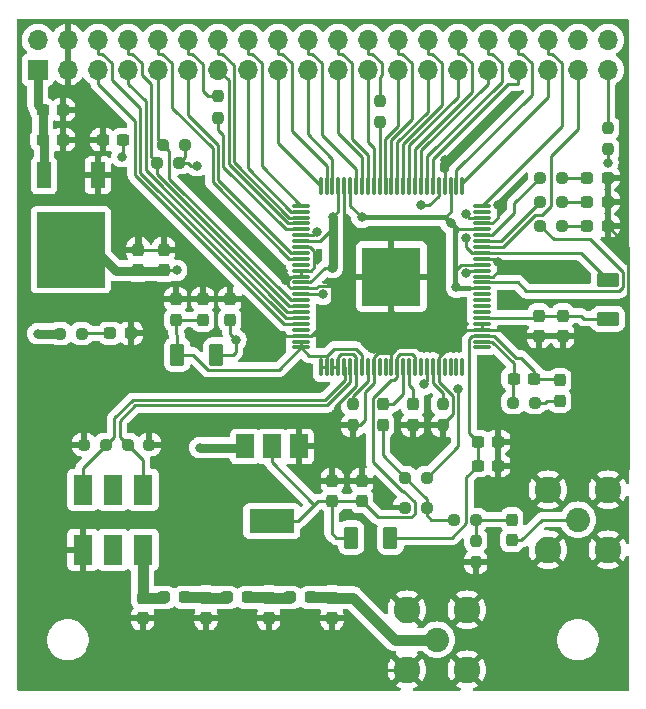
<source format=gtl>
G04 #@! TF.GenerationSoftware,KiCad,Pcbnew,6.0.9-8da3e8f707~116~ubuntu20.04.1*
G04 #@! TF.CreationDate,2022-12-06T17:06:51+01:00*
G04 #@! TF.ProjectId,iqdac,69716461-632e-46b6-9963-61645f706362,rev?*
G04 #@! TF.SameCoordinates,Original*
G04 #@! TF.FileFunction,Copper,L1,Top*
G04 #@! TF.FilePolarity,Positive*
%FSLAX46Y46*%
G04 Gerber Fmt 4.6, Leading zero omitted, Abs format (unit mm)*
G04 Created by KiCad (PCBNEW 6.0.9-8da3e8f707~116~ubuntu20.04.1) date 2022-12-06 17:06:51*
%MOMM*%
%LPD*%
G01*
G04 APERTURE LIST*
G04 Aperture macros list*
%AMRoundRect*
0 Rectangle with rounded corners*
0 $1 Rounding radius*
0 $2 $3 $4 $5 $6 $7 $8 $9 X,Y pos of 4 corners*
0 Add a 4 corners polygon primitive as box body*
4,1,4,$2,$3,$4,$5,$6,$7,$8,$9,$2,$3,0*
0 Add four circle primitives for the rounded corners*
1,1,$1+$1,$2,$3*
1,1,$1+$1,$4,$5*
1,1,$1+$1,$6,$7*
1,1,$1+$1,$8,$9*
0 Add four rect primitives between the rounded corners*
20,1,$1+$1,$2,$3,$4,$5,0*
20,1,$1+$1,$4,$5,$6,$7,0*
20,1,$1+$1,$6,$7,$8,$9,0*
20,1,$1+$1,$8,$9,$2,$3,0*%
G04 Aperture macros list end*
G04 #@! TA.AperFunction,SMDPad,CuDef*
%ADD10RoundRect,0.237500X-0.237500X0.250000X-0.237500X-0.250000X0.237500X-0.250000X0.237500X0.250000X0*%
G04 #@! TD*
G04 #@! TA.AperFunction,SMDPad,CuDef*
%ADD11RoundRect,0.075000X0.662500X0.075000X-0.662500X0.075000X-0.662500X-0.075000X0.662500X-0.075000X0*%
G04 #@! TD*
G04 #@! TA.AperFunction,SMDPad,CuDef*
%ADD12RoundRect,0.075000X0.075000X0.662500X-0.075000X0.662500X-0.075000X-0.662500X0.075000X-0.662500X0*%
G04 #@! TD*
G04 #@! TA.AperFunction,SMDPad,CuDef*
%ADD13R,5.000000X5.000000*%
G04 #@! TD*
G04 #@! TA.AperFunction,SMDPad,CuDef*
%ADD14RoundRect,0.237500X0.237500X-0.300000X0.237500X0.300000X-0.237500X0.300000X-0.237500X-0.300000X0*%
G04 #@! TD*
G04 #@! TA.AperFunction,SMDPad,CuDef*
%ADD15RoundRect,0.237500X0.287500X0.237500X-0.287500X0.237500X-0.287500X-0.237500X0.287500X-0.237500X0*%
G04 #@! TD*
G04 #@! TA.AperFunction,SMDPad,CuDef*
%ADD16R,1.500000X2.000000*%
G04 #@! TD*
G04 #@! TA.AperFunction,SMDPad,CuDef*
%ADD17R,3.800000X2.000000*%
G04 #@! TD*
G04 #@! TA.AperFunction,SMDPad,CuDef*
%ADD18RoundRect,0.237500X0.300000X0.237500X-0.300000X0.237500X-0.300000X-0.237500X0.300000X-0.237500X0*%
G04 #@! TD*
G04 #@! TA.AperFunction,SMDPad,CuDef*
%ADD19RoundRect,0.237500X-0.250000X-0.237500X0.250000X-0.237500X0.250000X0.237500X-0.250000X0.237500X0*%
G04 #@! TD*
G04 #@! TA.AperFunction,SMDPad,CuDef*
%ADD20R,1.650000X2.540000*%
G04 #@! TD*
G04 #@! TA.AperFunction,SMDPad,CuDef*
%ADD21RoundRect,0.237500X-0.300000X-0.237500X0.300000X-0.237500X0.300000X0.237500X-0.300000X0.237500X0*%
G04 #@! TD*
G04 #@! TA.AperFunction,SMDPad,CuDef*
%ADD22RoundRect,0.237500X0.250000X0.237500X-0.250000X0.237500X-0.250000X-0.237500X0.250000X-0.237500X0*%
G04 #@! TD*
G04 #@! TA.AperFunction,SMDPad,CuDef*
%ADD23RoundRect,0.237500X-0.287500X-0.237500X0.287500X-0.237500X0.287500X0.237500X-0.287500X0.237500X0*%
G04 #@! TD*
G04 #@! TA.AperFunction,SMDPad,CuDef*
%ADD24RoundRect,0.237500X-0.237500X0.300000X-0.237500X-0.300000X0.237500X-0.300000X0.237500X0.300000X0*%
G04 #@! TD*
G04 #@! TA.AperFunction,ComponentPad*
%ADD25C,2.050000*%
G04 #@! TD*
G04 #@! TA.AperFunction,ComponentPad*
%ADD26C,2.250000*%
G04 #@! TD*
G04 #@! TA.AperFunction,SMDPad,CuDef*
%ADD27RoundRect,0.250000X-0.700000X0.362500X-0.700000X-0.362500X0.700000X-0.362500X0.700000X0.362500X0*%
G04 #@! TD*
G04 #@! TA.AperFunction,SMDPad,CuDef*
%ADD28RoundRect,0.250000X-0.362500X-0.700000X0.362500X-0.700000X0.362500X0.700000X-0.362500X0.700000X0*%
G04 #@! TD*
G04 #@! TA.AperFunction,SMDPad,CuDef*
%ADD29R,1.200000X2.200000*%
G04 #@! TD*
G04 #@! TA.AperFunction,SMDPad,CuDef*
%ADD30R,5.800000X6.400000*%
G04 #@! TD*
G04 #@! TA.AperFunction,SMDPad,CuDef*
%ADD31RoundRect,0.250000X0.362500X0.700000X-0.362500X0.700000X-0.362500X-0.700000X0.362500X-0.700000X0*%
G04 #@! TD*
G04 #@! TA.AperFunction,SMDPad,CuDef*
%ADD32RoundRect,0.237500X0.237500X-0.250000X0.237500X0.250000X-0.237500X0.250000X-0.237500X-0.250000X0*%
G04 #@! TD*
G04 #@! TA.AperFunction,ComponentPad*
%ADD33R,1.700000X1.700000*%
G04 #@! TD*
G04 #@! TA.AperFunction,ComponentPad*
%ADD34O,1.700000X1.700000*%
G04 #@! TD*
G04 #@! TA.AperFunction,ViaPad*
%ADD35C,0.800000*%
G04 #@! TD*
G04 #@! TA.AperFunction,Conductor*
%ADD36C,0.920000*%
G04 #@! TD*
G04 #@! TA.AperFunction,Conductor*
%ADD37C,0.750000*%
G04 #@! TD*
G04 #@! TA.AperFunction,Conductor*
%ADD38C,0.250000*%
G04 #@! TD*
G04 #@! TA.AperFunction,Conductor*
%ADD39C,0.420000*%
G04 #@! TD*
G04 #@! TA.AperFunction,Conductor*
%ADD40C,0.200000*%
G04 #@! TD*
G04 APERTURE END LIST*
D10*
X152400000Y-58119000D03*
X152400000Y-59944000D03*
D11*
X174762500Y-79400000D03*
X174762500Y-78900000D03*
X174762500Y-78400000D03*
X174762500Y-77900000D03*
X174762500Y-77400000D03*
X174762500Y-76900000D03*
X174762500Y-76400000D03*
X174762500Y-75900000D03*
X174762500Y-75400000D03*
X174762500Y-74900000D03*
X174762500Y-74400000D03*
X174762500Y-73900000D03*
X174762500Y-73400000D03*
X174762500Y-72900000D03*
X174762500Y-72400000D03*
X174762500Y-71900000D03*
X174762500Y-71400000D03*
X174762500Y-70900000D03*
X174762500Y-70400000D03*
X174762500Y-69900000D03*
X174762500Y-69400000D03*
X174762500Y-68900000D03*
X174762500Y-68400000D03*
X174762500Y-67900000D03*
X174762500Y-67400000D03*
D12*
X173100000Y-65737500D03*
X172600000Y-65737500D03*
X172100000Y-65737500D03*
X171600000Y-65737500D03*
X171100000Y-65737500D03*
X170600000Y-65737500D03*
X170100000Y-65737500D03*
X169600000Y-65737500D03*
X169100000Y-65737500D03*
X168600000Y-65737500D03*
X168100000Y-65737500D03*
X167600000Y-65737500D03*
X167100000Y-65737500D03*
X166600000Y-65737500D03*
X166100000Y-65737500D03*
X165600000Y-65737500D03*
X165100000Y-65737500D03*
X164600000Y-65737500D03*
X164100000Y-65737500D03*
X163600000Y-65737500D03*
X163100000Y-65737500D03*
X162600000Y-65737500D03*
X162100000Y-65737500D03*
X161600000Y-65737500D03*
X161100000Y-65737500D03*
D11*
X159437500Y-67400000D03*
X159437500Y-67900000D03*
X159437500Y-68400000D03*
X159437500Y-68900000D03*
X159437500Y-69400000D03*
X159437500Y-69900000D03*
X159437500Y-70400000D03*
X159437500Y-70900000D03*
X159437500Y-71400000D03*
X159437500Y-71900000D03*
X159437500Y-72400000D03*
X159437500Y-72900000D03*
X159437500Y-73400000D03*
X159437500Y-73900000D03*
X159437500Y-74400000D03*
X159437500Y-74900000D03*
X159437500Y-75400000D03*
X159437500Y-75900000D03*
X159437500Y-76400000D03*
X159437500Y-76900000D03*
X159437500Y-77400000D03*
X159437500Y-77900000D03*
X159437500Y-78400000D03*
X159437500Y-78900000D03*
X159437500Y-79400000D03*
D12*
X161100000Y-81062500D03*
X161600000Y-81062500D03*
X162100000Y-81062500D03*
X162600000Y-81062500D03*
X163100000Y-81062500D03*
X163600000Y-81062500D03*
X164100000Y-81062500D03*
X164600000Y-81062500D03*
X165100000Y-81062500D03*
X165600000Y-81062500D03*
X166100000Y-81062500D03*
X166600000Y-81062500D03*
X167100000Y-81062500D03*
X167600000Y-81062500D03*
X168100000Y-81062500D03*
X168600000Y-81062500D03*
X169100000Y-81062500D03*
X169600000Y-81062500D03*
X170100000Y-81062500D03*
X170600000Y-81062500D03*
X171100000Y-81062500D03*
X171600000Y-81062500D03*
X172100000Y-81062500D03*
X172600000Y-81062500D03*
X173100000Y-81062500D03*
D13*
X167100000Y-73400000D03*
D14*
X162064000Y-102309000D03*
X162064000Y-100584000D03*
D15*
X185392000Y-67056000D03*
X183642000Y-67056000D03*
D16*
X159272000Y-87782000D03*
X156972000Y-87782000D03*
D17*
X156972000Y-94082000D03*
D16*
X154672000Y-87782000D03*
D14*
X166370000Y-85952500D03*
X166370000Y-84227500D03*
D18*
X144372500Y-61825000D03*
X142647500Y-61825000D03*
D19*
X177395500Y-84074000D03*
X179220500Y-84074000D03*
D20*
X140970000Y-96520000D03*
X143510000Y-96520000D03*
X146050000Y-96520000D03*
X146050000Y-91440000D03*
X143510000Y-91440000D03*
X140970000Y-91440000D03*
D19*
X139041500Y-78232000D03*
X140866500Y-78232000D03*
D21*
X174397500Y-87376000D03*
X176122500Y-87376000D03*
D14*
X181356000Y-83920500D03*
X181356000Y-82195500D03*
D19*
X141073500Y-87630000D03*
X142898500Y-87630000D03*
D22*
X170076500Y-92964000D03*
X168251500Y-92964000D03*
D14*
X148844000Y-77062500D03*
X148844000Y-75337500D03*
D21*
X137567500Y-61825000D03*
X139292500Y-61825000D03*
D23*
X147840500Y-100559000D03*
X149590500Y-100559000D03*
D24*
X181610000Y-76708000D03*
X181610000Y-78433000D03*
D22*
X149098000Y-63754000D03*
X147273000Y-63754000D03*
D15*
X185392000Y-69088000D03*
X183642000Y-69088000D03*
D19*
X179681500Y-65024000D03*
X181506500Y-65024000D03*
D23*
X153162000Y-100571500D03*
X154912000Y-100571500D03*
D19*
X179681500Y-69088000D03*
X181506500Y-69088000D03*
D14*
X177292000Y-95705000D03*
X177292000Y-93980000D03*
D15*
X185392000Y-65024000D03*
X183642000Y-65024000D03*
D25*
X182880000Y-93980000D03*
D26*
X180340000Y-91440000D03*
X185420000Y-91440000D03*
X185420000Y-96520000D03*
X180340000Y-96520000D03*
D14*
X153416000Y-77062500D03*
X153416000Y-75337500D03*
D10*
X171450000Y-84177500D03*
X171450000Y-86002500D03*
D21*
X137567500Y-59285000D03*
X139292500Y-59285000D03*
D27*
X185420000Y-73660000D03*
X185420000Y-76985000D03*
D14*
X147828000Y-72845000D03*
X147828000Y-71120000D03*
X164592000Y-92404500D03*
X164592000Y-90679500D03*
X146050000Y-102309000D03*
X146050000Y-100584000D03*
D22*
X149606000Y-62230000D03*
X147781000Y-62230000D03*
X170076500Y-90424000D03*
X168251500Y-90424000D03*
D25*
X170942000Y-104140000D03*
D26*
X173482000Y-106680000D03*
X168402000Y-101600000D03*
X173482000Y-101600000D03*
X168402000Y-106680000D03*
D19*
X179681500Y-67056000D03*
X181506500Y-67056000D03*
X172419000Y-93980000D03*
X174244000Y-93980000D03*
D28*
X163691500Y-95504000D03*
X167016500Y-95504000D03*
D14*
X162082000Y-92404500D03*
X162082000Y-90679500D03*
D21*
X177445500Y-82042000D03*
X179170500Y-82042000D03*
D14*
X145642500Y-72847500D03*
X145642500Y-71122500D03*
X168910000Y-85952500D03*
X168910000Y-84227500D03*
D29*
X142235000Y-64820000D03*
D30*
X139955000Y-71120000D03*
D29*
X137675000Y-64820000D03*
D31*
X152284500Y-80010000D03*
X148959500Y-80010000D03*
D23*
X158496000Y-100571500D03*
X160246000Y-100571500D03*
D10*
X163830000Y-84177500D03*
X163830000Y-86002500D03*
D24*
X179578000Y-76708000D03*
X179578000Y-78433000D03*
D15*
X145023500Y-78192000D03*
X143273500Y-78192000D03*
D14*
X151396500Y-102309000D03*
X151396500Y-100584000D03*
D10*
X174244000Y-95758000D03*
X174244000Y-97583000D03*
D14*
X151130000Y-77062500D03*
X151130000Y-75337500D03*
D32*
X166116000Y-60348500D03*
X166116000Y-58523500D03*
D14*
X156718000Y-102309000D03*
X156718000Y-100584000D03*
D32*
X185420000Y-62634500D03*
X185420000Y-60809500D03*
D21*
X174397500Y-89408000D03*
X176122500Y-89408000D03*
D19*
X144780000Y-87630000D03*
X146605000Y-87630000D03*
D33*
X137160000Y-55880000D03*
D34*
X137160000Y-53340000D03*
X139700000Y-55880000D03*
X139700000Y-53340000D03*
X142240000Y-55880000D03*
X142240000Y-53340000D03*
X144780000Y-55880000D03*
X144780000Y-53340000D03*
X147320000Y-55880000D03*
X147320000Y-53340000D03*
X149860000Y-55880000D03*
X149860000Y-53340000D03*
X152400000Y-55880000D03*
X152400000Y-53340000D03*
X154940000Y-55880000D03*
X154940000Y-53340000D03*
X157480000Y-55880000D03*
X157480000Y-53340000D03*
X160020000Y-55880000D03*
X160020000Y-53340000D03*
X162560000Y-55880000D03*
X162560000Y-53340000D03*
X165100000Y-55880000D03*
X165100000Y-53340000D03*
X167640000Y-55880000D03*
X167640000Y-53340000D03*
X170180000Y-55880000D03*
X170180000Y-53340000D03*
X172720000Y-55880000D03*
X172720000Y-53340000D03*
X175260000Y-55880000D03*
X175260000Y-53340000D03*
X177800000Y-55880000D03*
X177800000Y-53340000D03*
X180340000Y-55880000D03*
X180340000Y-53340000D03*
X182880000Y-55880000D03*
X182880000Y-53340000D03*
X185420000Y-55880000D03*
X185420000Y-53340000D03*
D35*
X137160000Y-78232000D03*
X150876000Y-87884000D03*
X172593000Y-74295000D03*
X160778300Y-69584100D03*
X161290000Y-74900000D03*
X172158450Y-68887550D03*
X153924000Y-78740000D03*
X150622000Y-64008000D03*
X144272000Y-63246000D03*
X164585200Y-68376700D03*
X153083200Y-103480000D03*
X170942000Y-77470000D03*
X168402000Y-74676000D03*
X176126600Y-72136200D03*
X147396200Y-103721100D03*
X149987000Y-73837800D03*
X159258000Y-85598000D03*
X163322000Y-98298000D03*
X139446000Y-87630000D03*
X165862000Y-72136000D03*
X159258000Y-82550000D03*
X163068000Y-89154000D03*
X165862000Y-74676000D03*
X157648000Y-78400000D03*
X157353000Y-72644000D03*
X158239400Y-103480000D03*
X142240000Y-98806000D03*
X140970000Y-62484000D03*
X175768000Y-97536000D03*
X171600000Y-63500000D03*
X156843500Y-98285500D03*
X176107200Y-67375100D03*
X145542000Y-82550000D03*
X146812000Y-69850000D03*
X177850800Y-88519000D03*
X168402000Y-72136000D03*
X150876000Y-98298000D03*
X147066000Y-85598000D03*
X180594000Y-79756000D03*
X163322000Y-103492500D03*
X162814000Y-77724000D03*
X167100000Y-73400000D03*
X148913800Y-72871500D03*
X162099500Y-72644000D03*
X169616200Y-67364400D03*
X173393900Y-68140500D03*
X173414800Y-70130000D03*
X162132600Y-68357600D03*
X172764200Y-82945100D03*
X173418300Y-73125300D03*
X185420000Y-63754000D03*
X169854300Y-82524200D03*
D36*
X147815500Y-100584000D02*
X147840500Y-100559000D01*
X146050000Y-96520000D02*
X146050000Y-100584000D01*
X146050000Y-100584000D02*
X147815500Y-100584000D01*
X153149500Y-100584000D02*
X153162000Y-100571500D01*
X151396500Y-100584000D02*
X153149500Y-100584000D01*
X149590500Y-100559000D02*
X151371500Y-100559000D01*
D37*
X154570000Y-87884000D02*
X154672000Y-87782000D01*
X137675000Y-61932500D02*
X137675000Y-64820000D01*
X137568000Y-59285000D02*
X137568000Y-61825000D01*
X137567700Y-59284800D02*
X137568000Y-59285000D01*
X150876000Y-87884000D02*
X154570000Y-87884000D01*
X137568000Y-61825000D02*
X137675000Y-61932500D01*
X137160000Y-55880000D02*
X137160000Y-58877500D01*
X137567500Y-59285000D02*
X137567700Y-59284800D01*
X137567500Y-61825000D02*
X137568000Y-61825000D01*
X137160000Y-58877500D02*
X137567700Y-59284800D01*
X139041500Y-78232000D02*
X137160000Y-78232000D01*
D38*
X172100000Y-65737500D02*
X172100000Y-67924300D01*
X153924000Y-79756000D02*
X153924000Y-78740000D01*
X153416000Y-78232000D02*
X153924000Y-78740000D01*
X174762500Y-72400000D02*
X172964000Y-72400000D01*
D39*
X172466000Y-69195100D02*
X172412450Y-69141550D01*
D38*
X149606000Y-63246000D02*
X149098000Y-63754000D01*
X159438000Y-74900000D02*
X159437500Y-74900000D01*
X144372000Y-62485200D02*
X144372000Y-63145500D01*
X163600000Y-65737500D02*
X163600000Y-67391500D01*
D39*
X172412450Y-69141550D02*
X172670900Y-69400000D01*
X172466000Y-69604900D02*
X172466000Y-69195100D01*
D38*
X144372000Y-61825000D02*
X144372000Y-62485200D01*
X173634300Y-74400000D02*
X174762500Y-74400000D01*
D39*
X172466000Y-72898000D02*
X172466000Y-74168000D01*
D38*
X153670000Y-80010000D02*
X153924000Y-79756000D01*
X149606000Y-62230000D02*
X149606000Y-63246000D01*
X172100000Y-67924300D02*
X171647600Y-68376700D01*
D39*
X172698000Y-74400000D02*
X173634300Y-74400000D01*
D38*
X153416000Y-77062500D02*
X153416000Y-78232000D01*
D39*
X171647600Y-68376700D02*
X172158450Y-68887550D01*
D38*
X150114000Y-64008000D02*
X149860000Y-63754000D01*
D39*
X172158450Y-68887550D02*
X172412450Y-69141550D01*
D38*
X152284500Y-80010000D02*
X153670000Y-80010000D01*
X144372000Y-63145500D02*
X144272000Y-63246000D01*
D39*
X172593000Y-74295000D02*
X172698000Y-74400000D01*
X172670900Y-69400000D02*
X172466000Y-69604900D01*
D38*
X144372000Y-62485200D02*
X144372500Y-62484700D01*
X150622000Y-64008000D02*
X150114000Y-64008000D01*
D39*
X172466000Y-69604900D02*
X172466000Y-72898000D01*
D38*
X163600000Y-67391500D02*
X164585200Y-68376700D01*
X160462400Y-69900000D02*
X160778300Y-69584100D01*
X159437500Y-69900000D02*
X160462400Y-69900000D01*
D39*
X172466000Y-74168000D02*
X172593000Y-74295000D01*
D38*
X172964000Y-72400000D02*
X172466000Y-72898000D01*
X159438000Y-74900000D02*
X161290000Y-74900000D01*
X174762500Y-69400000D02*
X172670900Y-69400000D01*
X144372500Y-62484700D02*
X144372500Y-61825000D01*
D39*
X164585200Y-68376700D02*
X171647600Y-68376700D01*
D38*
X149860000Y-63754000D02*
X149098000Y-63754000D01*
X175768000Y-97536000D02*
X176784000Y-98552000D01*
X162306000Y-84418505D02*
X164100000Y-82624505D01*
X166998600Y-79883000D02*
X165952700Y-79883000D01*
X142647500Y-61825000D02*
X142648000Y-61825000D01*
X144068000Y-64820000D02*
X145796000Y-66548000D01*
X167640000Y-79375000D02*
X170688000Y-79375000D01*
X176126600Y-72136200D02*
X176126600Y-72950700D01*
X159437500Y-73400000D02*
X159437500Y-72900000D01*
X163830000Y-86002500D02*
X162663500Y-86002500D01*
X165608000Y-90678000D02*
X164593500Y-90678000D01*
X163100000Y-73400000D02*
X164274700Y-73400000D01*
X154585500Y-75337500D02*
X157648000Y-78400000D01*
D37*
X157353000Y-72644000D02*
X158125000Y-73416000D01*
D38*
X175832300Y-72136200D02*
X176126600Y-72136200D01*
X139292500Y-59285000D02*
X139292000Y-59285000D01*
X162339100Y-74160900D02*
X162033600Y-74160900D01*
X162064000Y-105168000D02*
X163576000Y-106680000D01*
X158564500Y-74400000D02*
X159437500Y-74400000D01*
X167100000Y-81062500D02*
X167100000Y-79984400D01*
X176107200Y-68415200D02*
X175622400Y-68900000D01*
X158367000Y-74202500D02*
X158564500Y-74400000D01*
X145642500Y-71122500D02*
X147828000Y-71122500D01*
X164859200Y-83148300D02*
X165600000Y-82407500D01*
X178308000Y-98552000D02*
X180340000Y-96520000D01*
X164593500Y-90678000D02*
X164592000Y-90679500D01*
X139292000Y-59285000D02*
X139292000Y-61825000D01*
X173444500Y-77900000D02*
X171100000Y-80244500D01*
X167100000Y-73400000D02*
X164274700Y-73400000D01*
X164100000Y-82624505D02*
X164100000Y-81062500D01*
X145023500Y-78192000D02*
X145024000Y-78192000D01*
X145997000Y-102362000D02*
X146050000Y-102309000D01*
X159437500Y-72900000D02*
X160244100Y-72900000D01*
X174762500Y-77900000D02*
X174762500Y-77400000D01*
X145896500Y-75337500D02*
X145023500Y-76210500D01*
X151396500Y-102309000D02*
X156718000Y-102309000D01*
X167572000Y-76697300D02*
X167100000Y-76225300D01*
X167572000Y-79375000D02*
X167572000Y-76697300D01*
X162082000Y-90679500D02*
X162082000Y-89124000D01*
X171600000Y-65737500D02*
X171600000Y-63500000D01*
D37*
X158125000Y-73416000D02*
X158125000Y-73657800D01*
D38*
X153416000Y-75337500D02*
X154585500Y-75337500D01*
X148844000Y-75337500D02*
X145896500Y-75337500D01*
X139292000Y-58065500D02*
X139292000Y-59285000D01*
X145024000Y-78192000D02*
X145024000Y-80274500D01*
X165952700Y-79883000D02*
X165600000Y-80235700D01*
X164859200Y-85584800D02*
X164859200Y-83148300D01*
X160242300Y-70900000D02*
X159437500Y-70900000D01*
X167005000Y-92964000D02*
X166116000Y-92075000D01*
X170688000Y-79375000D02*
X171323000Y-80010000D01*
X146050000Y-102309000D02*
X151396500Y-102309000D01*
X178308000Y-89408000D02*
X176122500Y-89408000D01*
X175622400Y-68900000D02*
X174762500Y-68900000D01*
X179578000Y-78433000D02*
X177493000Y-78433000D01*
X162033600Y-76617900D02*
X162033600Y-74160900D01*
X145796000Y-70969000D02*
X145642000Y-71122500D01*
X171400000Y-85952500D02*
X171450000Y-86002500D01*
X159272000Y-87782000D02*
X160884000Y-87782000D01*
X139292000Y-61825000D02*
X139292500Y-61825000D01*
X140970000Y-100076000D02*
X143256000Y-102362000D01*
X156718000Y-102309000D02*
X162064000Y-102309000D01*
X171100000Y-81062500D02*
X171100000Y-82306700D01*
X172282600Y-83489300D02*
X172282600Y-85069900D01*
X162600000Y-81062500D02*
X162100000Y-81062500D01*
X142648000Y-62838500D02*
X142235000Y-63251000D01*
X143256000Y-102362000D02*
X145997000Y-102362000D01*
X164100000Y-80229100D02*
X164100000Y-81062500D01*
X171100000Y-80244500D02*
X171100000Y-81062500D01*
X167100000Y-76225300D02*
X167100000Y-73400000D01*
X172282600Y-85069900D02*
X171400000Y-85952500D01*
X167100000Y-79915000D02*
X167502600Y-79512400D01*
X162848300Y-79995100D02*
X163866000Y-79995100D01*
X157648000Y-78400000D02*
X159437500Y-78400000D01*
X159437500Y-73400000D02*
X158624800Y-73400000D01*
X147828000Y-71120000D02*
X147828000Y-71122500D01*
X176784000Y-98552000D02*
X178308000Y-98552000D01*
X166116000Y-92075000D02*
X166116000Y-91186000D01*
X159437500Y-78400000D02*
X160251500Y-78400000D01*
X185392000Y-65024000D02*
X185392000Y-67056000D01*
X162456500Y-86002500D02*
X162306000Y-85852000D01*
X187163000Y-89697000D02*
X187163000Y-70859000D01*
X158367000Y-73657800D02*
X158367000Y-74202500D01*
X164441500Y-86002500D02*
X164859200Y-85584800D01*
X142235000Y-63251000D02*
X142235000Y-64820000D01*
X158624800Y-73400000D02*
X158367000Y-73657800D01*
D39*
X139700000Y-53340000D02*
X139700000Y-55880000D01*
D38*
X163866000Y-79995100D02*
X164100000Y-80229100D01*
X173482000Y-101600000D02*
X176530000Y-98552000D01*
X145023500Y-76210500D02*
X145023500Y-78192000D01*
X163100000Y-73400000D02*
X162339100Y-74160900D01*
X145642000Y-71122500D02*
X145642500Y-71122500D01*
X168910000Y-85952500D02*
X171400000Y-85952500D01*
X162663500Y-86002500D02*
X162456500Y-86002500D01*
X160728200Y-74400000D02*
X159437500Y-74400000D01*
X139292500Y-61825000D02*
X142647500Y-61825000D01*
X180340000Y-91440000D02*
X178308000Y-89408000D01*
X151130000Y-75337500D02*
X153416000Y-75337500D01*
X162082000Y-89124000D02*
X163830000Y-87376000D01*
X151130000Y-71882000D02*
X151130000Y-75337500D01*
X142235000Y-64820000D02*
X144068000Y-64820000D01*
X176126600Y-72950700D02*
X175677300Y-73400000D01*
X162064000Y-102309000D02*
X162064000Y-105168000D01*
X167100000Y-79984400D02*
X166998600Y-79883000D01*
X175890400Y-71900000D02*
X176126600Y-72136200D01*
X162033600Y-74160900D02*
X160967300Y-74160900D01*
X163100000Y-65737500D02*
X163100000Y-73400000D01*
X176960000Y-77900000D02*
X174762500Y-77900000D01*
X163576000Y-106680000D02*
X168402000Y-106680000D01*
X162306000Y-85852000D02*
X162306000Y-84418505D01*
X166116000Y-91186000D02*
X165608000Y-90678000D01*
X160244100Y-72900000D02*
X160548300Y-72595800D01*
X150370000Y-71122500D02*
X151130000Y-71882000D01*
X139700000Y-57658000D02*
X139292000Y-58065500D01*
X163830000Y-87376000D02*
X163830000Y-86002500D01*
X179324000Y-97536000D02*
X180340000Y-96520000D01*
X176122500Y-89408000D02*
X176122500Y-87376000D01*
X147828000Y-71122500D02*
X150370000Y-71122500D01*
X187163000Y-70859000D02*
X185392000Y-69088000D01*
X179578000Y-78433000D02*
X181610000Y-78433000D01*
X142648000Y-61825000D02*
X142648000Y-62838500D01*
X141073500Y-84225000D02*
X145024000Y-80274500D01*
X162600000Y-81062500D02*
X162600000Y-80243400D01*
X140970000Y-96520000D02*
X140970000Y-100076000D01*
X185392000Y-67056000D02*
X185392000Y-69088000D01*
X141073500Y-87630000D02*
X141073500Y-84225000D01*
X165600000Y-80235700D02*
X165600000Y-81062500D01*
X139700000Y-55880000D02*
X139700000Y-57658000D01*
X175721000Y-97583000D02*
X175768000Y-97536000D01*
X174762500Y-71900000D02*
X175890400Y-71900000D01*
X174762500Y-77900000D02*
X173444500Y-77900000D01*
X160548300Y-72595800D02*
X160548300Y-71206000D01*
X162600000Y-80243400D02*
X162848300Y-79995100D01*
X174244000Y-97583000D02*
X175721000Y-97583000D01*
X176107200Y-67375100D02*
X176107200Y-68415200D01*
X176530000Y-98552000D02*
X176784000Y-98552000D01*
X174762500Y-73400000D02*
X175677300Y-73400000D01*
X163830000Y-86002500D02*
X164441500Y-86002500D01*
X145796000Y-66548000D02*
X145796000Y-70969000D01*
X160548300Y-71206000D02*
X160242300Y-70900000D01*
X162082000Y-90679500D02*
X164592000Y-90679500D01*
X160251500Y-78400000D02*
X162033600Y-76617900D01*
X167100000Y-79984400D02*
X167100000Y-79915000D01*
X160884000Y-87782000D02*
X162663500Y-86002500D01*
X148844000Y-75337500D02*
X151130000Y-75337500D01*
X168251500Y-92964000D02*
X167005000Y-92964000D01*
X165600000Y-82407500D02*
X165600000Y-81062500D01*
X177493000Y-78433000D02*
X176960000Y-77900000D01*
X171100000Y-82306700D02*
X172282600Y-83489300D01*
X167572000Y-79443000D02*
X167640000Y-79375000D01*
X160967300Y-74160900D02*
X160728200Y-74400000D01*
D36*
X156718000Y-100584000D02*
X158483500Y-100584000D01*
X158483500Y-100584000D02*
X158496000Y-100571500D01*
X154912000Y-100571500D02*
X156705500Y-100571500D01*
X162051500Y-100571500D02*
X162064000Y-100584000D01*
X163830000Y-100584000D02*
X162064000Y-100584000D01*
X170942000Y-104140000D02*
X167386000Y-104140000D01*
X160246000Y-100571500D02*
X162051500Y-100571500D01*
X162064000Y-100583500D02*
X162052000Y-100571500D01*
X167386000Y-104140000D02*
X163830000Y-100584000D01*
X162064000Y-100583500D02*
X162064000Y-100584000D01*
D38*
X170076500Y-92249000D02*
X168251500Y-90424000D01*
X170434000Y-93980000D02*
X172419000Y-93980000D01*
X168251500Y-90424000D02*
X166370000Y-88542500D01*
X170076500Y-92964000D02*
X170076500Y-93622500D01*
X170076500Y-92964000D02*
X170076500Y-92249000D01*
X166370000Y-88542500D02*
X166370000Y-85952500D01*
X170076500Y-93622500D02*
X170434000Y-93980000D01*
X166370000Y-84227500D02*
X167232500Y-84227500D01*
X167232500Y-84227500D02*
X168100000Y-83360000D01*
X168100000Y-83360000D02*
X168100000Y-81062500D01*
X168600000Y-82621000D02*
X168600000Y-81062500D01*
X168910000Y-82931000D02*
X168600000Y-82621000D01*
X168910000Y-84227500D02*
X168910000Y-82931000D01*
X150301700Y-80010000D02*
X151586500Y-81294800D01*
X148844000Y-78232000D02*
X148844000Y-77062500D01*
X148844000Y-77062500D02*
X151130000Y-77062500D01*
X148959500Y-78347500D02*
X148844000Y-78232000D01*
X161600000Y-80121200D02*
X161600000Y-81062500D01*
X161600000Y-81062500D02*
X161100000Y-81062500D01*
X157542700Y-81294800D02*
X159437500Y-79400000D01*
X150301700Y-80010000D02*
X148959500Y-80010000D01*
X160158700Y-80121200D02*
X159437500Y-79400000D01*
X159437500Y-78900000D02*
X159437500Y-79400000D01*
X161600000Y-80121200D02*
X160158700Y-80121200D01*
X164600000Y-80058000D02*
X164054200Y-79512200D01*
X162209000Y-79512200D02*
X161600000Y-80121200D01*
X148959500Y-80010000D02*
X148959500Y-78347500D01*
X151586500Y-81294800D02*
X157542700Y-81294800D01*
X164600000Y-81062500D02*
X164600000Y-80058000D01*
X164054200Y-79512200D02*
X162209000Y-79512200D01*
X177395500Y-84074000D02*
X177395500Y-82092000D01*
X177445500Y-82042000D02*
X177445500Y-80724500D01*
X175621000Y-78900000D02*
X174762500Y-78900000D01*
X177395500Y-82092000D02*
X177445500Y-82042000D01*
X177445500Y-80724500D02*
X175621000Y-78900000D01*
X179578000Y-76708000D02*
X181610000Y-76708000D01*
X183411000Y-76985000D02*
X185420000Y-76985000D01*
X179578000Y-76708000D02*
X179386000Y-76900000D01*
X183134000Y-76708000D02*
X183411000Y-76985000D01*
X181610000Y-76708000D02*
X183134000Y-76708000D01*
X179386000Y-76900000D02*
X174762500Y-76900000D01*
X173393900Y-68140500D02*
X173653400Y-68400000D01*
X173414800Y-70130000D02*
X173414800Y-70856600D01*
D37*
X141986000Y-71120000D02*
X143764000Y-72898000D01*
D38*
X170307800Y-67364400D02*
X171100000Y-66572200D01*
D37*
X162132600Y-72610900D02*
X162099500Y-72644000D01*
D38*
X174762500Y-71400000D02*
X183160000Y-71400000D01*
D37*
X147801500Y-72871500D02*
X147828000Y-72845000D01*
D38*
X159437500Y-73900000D02*
X160240685Y-73900000D01*
D37*
X145693000Y-72898000D02*
X147775000Y-72898000D01*
D38*
X147801500Y-72871500D02*
X148913800Y-72871500D01*
X183160000Y-71400000D02*
X185420000Y-73660000D01*
X162132600Y-69278600D02*
X161011200Y-70400000D01*
X145693000Y-72898000D02*
X145642500Y-72847500D01*
D37*
X147775000Y-72898000D02*
X147801500Y-72871500D01*
D38*
X162600000Y-67890200D02*
X162132600Y-68357600D01*
D37*
X162132600Y-68357600D02*
X162132600Y-72610900D01*
D38*
X161496685Y-72644000D02*
X162099500Y-72644000D01*
X173958200Y-71400000D02*
X174762500Y-71400000D01*
X160240685Y-73900000D02*
X161496685Y-72644000D01*
X171100000Y-66572200D02*
X171100000Y-65737500D01*
D37*
X139955000Y-71120000D02*
X141986000Y-71120000D01*
D38*
X173653400Y-68400000D02*
X174762500Y-68400000D01*
X161011200Y-70400000D02*
X159437500Y-70400000D01*
X162600000Y-65737500D02*
X162600000Y-67890200D01*
D37*
X143764000Y-72898000D02*
X145693000Y-72898000D01*
D38*
X162132600Y-68357600D02*
X162132600Y-69278600D01*
X173414800Y-70856600D02*
X173958200Y-71400000D01*
X169616200Y-67364400D02*
X170307800Y-67364400D01*
X180086000Y-84074000D02*
X180239500Y-83920500D01*
X180239500Y-83920500D02*
X181356000Y-83920500D01*
X179220500Y-84074000D02*
X180086000Y-84074000D01*
X181506500Y-67056000D02*
X183642000Y-67056000D01*
X183642000Y-65024000D02*
X181506500Y-65024000D01*
X181506500Y-69088000D02*
X183642000Y-69088000D01*
X172764200Y-82945100D02*
X172764200Y-87736300D01*
X172764200Y-87736300D02*
X170076500Y-90424000D01*
X185420000Y-60809500D02*
X185420000Y-55880000D01*
X157982000Y-77400000D02*
X159437500Y-77400000D01*
X142240000Y-55880000D02*
X142240000Y-57055300D01*
X145379900Y-64797900D02*
X157982000Y-77400000D01*
X145379900Y-60195200D02*
X145379900Y-64797900D01*
X142240000Y-57055300D02*
X145379900Y-60195200D01*
X158449200Y-71900000D02*
X151950000Y-65400800D01*
X148495300Y-55323200D02*
X147687400Y-54515300D01*
X148495000Y-55323500D02*
X148495300Y-55323200D01*
X151950000Y-62542000D02*
X148495000Y-59087000D01*
X159437500Y-71900000D02*
X158449200Y-71900000D01*
X148495000Y-59087000D02*
X148495000Y-55323500D01*
X147687400Y-54515300D02*
X147320000Y-54515300D01*
X147320000Y-54515300D02*
X147320000Y-53340000D01*
X151950000Y-65400800D02*
X151950000Y-62542000D01*
X149860000Y-59690000D02*
X149860000Y-55880000D01*
X158586100Y-71400000D02*
X152400000Y-65213900D01*
X152400000Y-65213900D02*
X152400000Y-62230000D01*
X152400000Y-62230000D02*
X149860000Y-59690000D01*
X159437500Y-71400000D02*
X158586100Y-71400000D01*
X150227400Y-54515300D02*
X149860000Y-54515300D01*
X149860000Y-54515300D02*
X149860000Y-53340000D01*
X151130000Y-57658000D02*
X151130000Y-55417900D01*
X151591000Y-58119000D02*
X151130000Y-57658000D01*
X152400000Y-58119000D02*
X151591000Y-58119000D01*
X151130000Y-55417900D02*
X150227400Y-54515300D01*
X159437500Y-68900000D02*
X158310500Y-68900000D01*
X158310500Y-68900000D02*
X153311900Y-63901400D01*
X153311900Y-63901400D02*
X153311900Y-56791900D01*
X153311900Y-56791900D02*
X152400000Y-55880000D01*
X158447400Y-68400000D02*
X153761900Y-63714500D01*
X152400000Y-53340000D02*
X152400000Y-54515300D01*
X153761900Y-63714500D02*
X153761900Y-55509700D01*
X159437500Y-68400000D02*
X158447400Y-68400000D01*
X152767500Y-54515300D02*
X152400000Y-54515300D01*
X153761900Y-55509700D02*
X152767500Y-54515300D01*
X158600900Y-67900000D02*
X154940000Y-64239100D01*
X159437500Y-67900000D02*
X158600900Y-67900000D01*
X154940000Y-64239100D02*
X154940000Y-55880000D01*
X166275300Y-56366401D02*
X166275300Y-55323200D01*
X166116000Y-56525701D02*
X166275300Y-56366401D01*
X166116000Y-58523500D02*
X166116000Y-56525701D01*
X166275300Y-55323200D02*
X165467400Y-54515300D01*
X165100000Y-53340000D02*
X165100000Y-54515300D01*
X165467400Y-54515300D02*
X165100000Y-54515300D01*
X165600000Y-62476000D02*
X165100000Y-61976000D01*
X165600000Y-65737500D02*
X165600000Y-62476000D01*
X165100000Y-61976000D02*
X165100000Y-55880000D01*
X161100000Y-65737500D02*
X157480000Y-62117500D01*
X157480000Y-62117500D02*
X157480000Y-55880000D01*
X157480000Y-53340000D02*
X157480000Y-54515300D01*
X161600000Y-64023900D02*
X161600000Y-65737500D01*
X157480000Y-54515300D02*
X157847400Y-54515300D01*
X158655300Y-61079200D02*
X161600000Y-64023900D01*
X158655300Y-55323200D02*
X158655300Y-61079200D01*
X157847400Y-54515300D02*
X158655300Y-55323200D01*
X162100000Y-63428100D02*
X162100000Y-65737500D01*
X160020000Y-61348100D02*
X162100000Y-63428100D01*
X160020000Y-55880000D02*
X160020000Y-61348100D01*
X164100000Y-64278000D02*
X161195300Y-61373300D01*
X160387400Y-54515300D02*
X160020000Y-54515300D01*
X160020000Y-54515300D02*
X160020000Y-53340000D01*
X164100000Y-65737500D02*
X164100000Y-64278000D01*
X161195300Y-55323200D02*
X160387400Y-54515300D01*
X161195300Y-61373300D02*
X161195300Y-55323200D01*
X164600000Y-65737500D02*
X164600000Y-63254000D01*
X162560000Y-61214000D02*
X162560000Y-55880000D01*
X164600000Y-63254000D02*
X162560000Y-61214000D01*
X163735000Y-55393299D02*
X163735000Y-61752604D01*
X163735000Y-61752604D02*
X165100000Y-63117604D01*
X162560000Y-53340000D02*
X162560000Y-54515300D01*
X162560000Y-54515300D02*
X162927400Y-54515300D01*
X162927400Y-54515300D02*
X163735300Y-55323200D01*
X165100000Y-63117604D02*
X165100000Y-65737500D01*
X167640000Y-60648000D02*
X167640000Y-55880000D01*
X166624000Y-65024000D02*
X166566000Y-64966000D01*
X166566000Y-61722000D02*
X167640000Y-60648000D01*
X166566000Y-64966000D02*
X166566000Y-61722000D01*
X168834000Y-55342000D02*
X168007300Y-54515300D01*
X167100000Y-65737500D02*
X167100000Y-61824396D01*
X167640000Y-54515300D02*
X167640000Y-53340000D01*
X168834000Y-60090396D02*
X168834000Y-55342000D01*
X167100000Y-61824396D02*
X168834000Y-60090396D01*
X168007300Y-54515300D02*
X167640000Y-54515300D01*
X170180000Y-59433208D02*
X170180000Y-55880000D01*
X167600000Y-65737500D02*
X167600000Y-62013208D01*
X167600000Y-62013208D02*
X170180000Y-59433208D01*
X171374000Y-55342000D02*
X170547300Y-54515300D01*
X168100000Y-65737500D02*
X168100000Y-62149604D01*
X170547300Y-54515300D02*
X170180000Y-54515300D01*
X168100000Y-62149604D02*
X171374000Y-58875604D01*
X170180000Y-54515300D02*
X170180000Y-53340000D01*
X171374000Y-58875604D02*
X171374000Y-55342000D01*
X168600000Y-62286000D02*
X172720000Y-58166000D01*
X168600000Y-65737500D02*
X168600000Y-62286000D01*
X172720000Y-58166000D02*
X172720000Y-55880000D01*
X169100000Y-65737500D02*
X169100000Y-62578400D01*
X173087400Y-54515300D02*
X172720000Y-54515300D01*
X172720000Y-53340000D02*
X172720000Y-54515300D01*
X173895300Y-55323200D02*
X173087400Y-54515300D01*
X173895300Y-57783100D02*
X173895300Y-55323200D01*
X169100000Y-62578400D02*
X173895300Y-57783100D01*
X169600000Y-62715300D02*
X175260000Y-57055300D01*
X175260000Y-55880000D02*
X175260000Y-57055300D01*
X169600000Y-65737500D02*
X169600000Y-62715300D01*
X170100000Y-65737500D02*
X170100000Y-63231600D01*
X176435300Y-55323200D02*
X175627400Y-54515300D01*
X176435300Y-56896300D02*
X176435300Y-55323200D01*
X175260000Y-53340000D02*
X175260000Y-54515300D01*
X175627400Y-54515300D02*
X175260000Y-54515300D01*
X170100000Y-63231600D02*
X176435300Y-56896300D01*
X176992000Y-57055300D02*
X170600000Y-63447300D01*
X170600000Y-63447300D02*
X170600000Y-65737500D01*
X177800000Y-55880000D02*
X177800000Y-57055300D01*
X177800000Y-57055300D02*
X176992000Y-57055300D01*
X172600000Y-64396700D02*
X178975300Y-58021400D01*
X177800000Y-53340000D02*
X177800000Y-54515300D01*
X178975300Y-58021400D02*
X178975300Y-55323200D01*
X178975300Y-55323200D02*
X178167400Y-54515300D01*
X172600000Y-65737500D02*
X172600000Y-64396700D01*
X178167400Y-54515300D02*
X177800000Y-54515300D01*
X173100000Y-65450700D02*
X173100000Y-65737500D01*
X180340000Y-58210700D02*
X173100000Y-65450700D01*
X180340000Y-55880000D02*
X180340000Y-58210700D01*
X181534100Y-60628400D02*
X174762500Y-67400000D01*
X180340000Y-53340000D02*
X180340000Y-54515300D01*
X180340000Y-54515300D02*
X180707300Y-54515300D01*
X180707300Y-54515300D02*
X181534100Y-55342100D01*
X181534100Y-55342100D02*
X181534100Y-60628400D01*
X142607400Y-54515300D02*
X142240000Y-54515300D01*
X158130900Y-76900000D02*
X145830300Y-64599400D01*
X145830300Y-59144100D02*
X143415300Y-56729100D01*
X143415300Y-55323200D02*
X142607400Y-54515300D01*
X145830300Y-64599400D02*
X145830300Y-59144100D01*
X159437500Y-76900000D02*
X158130900Y-76900000D01*
X142240000Y-53340000D02*
X142240000Y-54515300D01*
X143415300Y-56729100D02*
X143415300Y-55323200D01*
X144780000Y-55880000D02*
X144780000Y-57055300D01*
X158291400Y-76400000D02*
X146280700Y-64389300D01*
X159437500Y-76400000D02*
X158291400Y-76400000D01*
X146280700Y-58556000D02*
X144780000Y-57055300D01*
X146280700Y-64389300D02*
X146280700Y-58556000D01*
X145955000Y-56293000D02*
X145955000Y-55323500D01*
X144780000Y-53340000D02*
X144780000Y-54515300D01*
X145955000Y-55323500D02*
X145955300Y-55323200D01*
X147273000Y-63754000D02*
X146730700Y-63211700D01*
X146730700Y-57068700D02*
X145955000Y-56293000D01*
X158427796Y-75900000D02*
X147273000Y-64745204D01*
X147273000Y-64745204D02*
X147273000Y-63754000D01*
X145955300Y-55323200D02*
X145147400Y-54515300D01*
X159437500Y-75900000D02*
X158427796Y-75900000D01*
X145147400Y-54515300D02*
X144780000Y-54515300D01*
X146730700Y-63211700D02*
X146730700Y-57068700D01*
X147781000Y-62230000D02*
X147320000Y-61769000D01*
X159437500Y-75400000D02*
X158564192Y-75400000D01*
X158564192Y-75400000D02*
X148285500Y-65121308D01*
X148285500Y-62734500D02*
X147781000Y-62230000D01*
X148285500Y-65121308D02*
X148285500Y-62734500D01*
X147320000Y-61769000D02*
X147320000Y-55880000D01*
X154940000Y-53340000D02*
X154940000Y-54515300D01*
X156115300Y-64077800D02*
X156115300Y-55323200D01*
X156115300Y-55323200D02*
X155307400Y-54515300D01*
X155307400Y-54515300D02*
X154940000Y-54515300D01*
X159437500Y-67400000D02*
X156115300Y-64077800D01*
X176560800Y-70900000D02*
X179262400Y-68198400D01*
X180594000Y-63203200D02*
X182880000Y-60917200D01*
X179262400Y-68198400D02*
X179847100Y-68198400D01*
X179847100Y-68198400D02*
X180594000Y-67451500D01*
X182880000Y-60917200D02*
X182880000Y-55880000D01*
X174762500Y-70900000D02*
X176560800Y-70900000D01*
X180594000Y-67451500D02*
X180594000Y-63203200D01*
X174762500Y-72900000D02*
X173643600Y-72900000D01*
X173643600Y-72900000D02*
X173418300Y-73125300D01*
X165100000Y-82270600D02*
X163830000Y-83540600D01*
X165100000Y-81062500D02*
X165100000Y-82270600D01*
X163830000Y-83540600D02*
X163830000Y-84177500D01*
X178054000Y-80264000D02*
X177621396Y-80264000D01*
X173667200Y-86645700D02*
X173667200Y-78675300D01*
X173942500Y-78400000D02*
X174762500Y-78400000D01*
X173667200Y-78675300D02*
X173942500Y-78400000D01*
X167016500Y-95504000D02*
X172212000Y-95504000D01*
X174397500Y-87376000D02*
X173667200Y-86645700D01*
X173431500Y-90374000D02*
X174397500Y-89408000D01*
X179170500Y-81380500D02*
X178054000Y-80264000D01*
X175757396Y-78400000D02*
X174762500Y-78400000D01*
X181356000Y-82042000D02*
X179170500Y-82042000D01*
X172212000Y-95504000D02*
X173431500Y-94284500D01*
X179170500Y-82042000D02*
X179170500Y-81380500D01*
X174397500Y-87376000D02*
X174397500Y-89408000D01*
X177621396Y-80264000D02*
X175757396Y-78400000D01*
X173431500Y-94284500D02*
X173431500Y-90374000D01*
X171450000Y-83293096D02*
X170600000Y-82443096D01*
X170600000Y-82443096D02*
X170600000Y-81062500D01*
X171450000Y-84177500D02*
X171450000Y-83293096D01*
X179681500Y-67056000D02*
X176337500Y-70400000D01*
X176337500Y-70400000D02*
X174762500Y-70400000D01*
X179681500Y-65024000D02*
X177506000Y-67199500D01*
X177506000Y-68014100D02*
X175620100Y-69900000D01*
X175620100Y-69900000D02*
X174762500Y-69900000D01*
X177506000Y-67199500D02*
X177506000Y-68014100D01*
X186704500Y-74307900D02*
X186387400Y-74625000D01*
X180828700Y-70235200D02*
X183896500Y-70235200D01*
X178528800Y-74625000D02*
X177803800Y-73900000D01*
X186387400Y-74625000D02*
X178528800Y-74625000D01*
X179681500Y-69088000D02*
X180828700Y-70235200D01*
X186704500Y-73043200D02*
X186704500Y-74307900D01*
X177803800Y-73900000D02*
X174762500Y-73900000D01*
X183896500Y-70235200D02*
X186704500Y-73043200D01*
X167600000Y-80194600D02*
X167600000Y-81062500D01*
X167600000Y-81893000D02*
X167600000Y-81062500D01*
X168095500Y-91513300D02*
X167975900Y-91513300D01*
X165691500Y-93504000D02*
X164592000Y-92404500D01*
X160572000Y-92707300D02*
X156972000Y-89107300D01*
X165537700Y-89075100D02*
X165537700Y-83689900D01*
X169065500Y-93486300D02*
X169065500Y-92483300D01*
X165537700Y-83689900D02*
X167054000Y-82173600D01*
X168770100Y-93781700D02*
X169065500Y-93486300D01*
X169065500Y-92483300D02*
X168095500Y-91513300D01*
X165691500Y-93504000D02*
X165969200Y-93781700D01*
X159197300Y-94082000D02*
X160572000Y-92707300D01*
X165969200Y-93781700D02*
X168770100Y-93781700D01*
X167054000Y-82173600D02*
X167319400Y-82173600D01*
X167319400Y-82173600D02*
X167600000Y-81893000D01*
X162433000Y-95504000D02*
X162052000Y-95123000D01*
X162052000Y-92434500D02*
X162082000Y-92404500D01*
X164592000Y-92404500D02*
X162082000Y-92404500D01*
X167807500Y-79987100D02*
X167600000Y-80194600D01*
X156972000Y-94082000D02*
X159197300Y-94082000D01*
X160572000Y-92707300D02*
X160874800Y-92404500D01*
X162052000Y-95123000D02*
X162052000Y-92434500D01*
X156972000Y-87782000D02*
X156972000Y-89107300D01*
X160874800Y-92404500D02*
X162082000Y-92404500D01*
X167975900Y-91513300D02*
X165537700Y-89075100D01*
X169100000Y-81062500D02*
X169100000Y-80235600D01*
X168851500Y-79987100D02*
X167807500Y-79987100D01*
X169100000Y-80235600D02*
X168851500Y-79987100D01*
X163691500Y-95504000D02*
X162433000Y-95504000D01*
D40*
X163100000Y-81062500D02*
X163124999Y-81087499D01*
D38*
X142955000Y-87630000D02*
X143642499Y-86942501D01*
X143642499Y-86942501D02*
X143642499Y-85401301D01*
X142955000Y-87630000D02*
X140970000Y-89615000D01*
X143642499Y-85401301D02*
X145194800Y-83849000D01*
X163103050Y-81065550D02*
X163100000Y-81062500D01*
X140970000Y-89615000D02*
X140970000Y-91440000D01*
X163124999Y-82174801D02*
X163124999Y-81087499D01*
X145194800Y-83849000D02*
X161450800Y-83849000D01*
X161450800Y-83849000D02*
X163124999Y-82174801D01*
X144780000Y-87630000D02*
X146050000Y-88900000D01*
X145381200Y-84299000D02*
X161637200Y-84299000D01*
X144092501Y-86942501D02*
X144092501Y-85587699D01*
X146050000Y-88900000D02*
X146050000Y-91440000D01*
X144092501Y-85587699D02*
X145381200Y-84299000D01*
X144780000Y-87630000D02*
X144092501Y-86942501D01*
D40*
X163600000Y-81062500D02*
X163575001Y-81087499D01*
D38*
X163575001Y-82361199D02*
X163575001Y-81087499D01*
X161637200Y-84299000D02*
X163575001Y-82361199D01*
X143273500Y-78192000D02*
X140906500Y-78192000D01*
X140906500Y-78192000D02*
X140866500Y-78232000D01*
X166116000Y-65721500D02*
X166100000Y-65737500D01*
X166116000Y-60348500D02*
X166116000Y-65721500D01*
X158161800Y-69400000D02*
X152861900Y-64100100D01*
X152400000Y-60960000D02*
X152400000Y-59944000D01*
X159437500Y-69400000D02*
X158161800Y-69400000D01*
X152861900Y-64100100D02*
X152861900Y-61421900D01*
X152861900Y-61421900D02*
X152400000Y-60960000D01*
X185420000Y-62634500D02*
X185420000Y-63754000D01*
X169854300Y-82524200D02*
X170100000Y-82278500D01*
X170100000Y-82278500D02*
X170100000Y-81062500D01*
X179832000Y-93980000D02*
X182880000Y-93980000D01*
X178107000Y-95705000D02*
X179832000Y-93980000D01*
X177292000Y-95705000D02*
X178107000Y-95705000D01*
X174244000Y-93980000D02*
X174244000Y-95758000D01*
X174244000Y-93980000D02*
X177292000Y-93980000D01*
G04 #@! TA.AperFunction,Conductor*
G36*
X187140121Y-51582002D02*
G01*
X187186614Y-51635658D01*
X187198000Y-51688000D01*
X187198000Y-72336606D01*
X187177998Y-72404727D01*
X187124342Y-72451220D01*
X187054068Y-72461324D01*
X186989488Y-72431830D01*
X186982905Y-72425701D01*
X185805204Y-71248000D01*
X184827147Y-70269942D01*
X184793122Y-70207632D01*
X184798187Y-70136817D01*
X184840734Y-70079981D01*
X184907254Y-70055170D01*
X184942654Y-70057648D01*
X184959134Y-70061181D01*
X185051770Y-70070672D01*
X185058185Y-70071000D01*
X185119885Y-70071000D01*
X185135124Y-70066525D01*
X185136329Y-70065135D01*
X185138000Y-70057452D01*
X185138000Y-70052885D01*
X185646000Y-70052885D01*
X185650475Y-70068124D01*
X185651865Y-70069329D01*
X185659548Y-70071000D01*
X185725766Y-70071000D01*
X185732282Y-70070663D01*
X185826132Y-70060925D01*
X185839528Y-70058032D01*
X185990953Y-70007512D01*
X186004115Y-70001347D01*
X186139492Y-69917574D01*
X186150890Y-69908540D01*
X186263363Y-69795871D01*
X186272375Y-69784460D01*
X186355912Y-69648937D01*
X186362056Y-69635759D01*
X186412315Y-69484234D01*
X186415181Y-69470868D01*
X186424672Y-69378230D01*
X186425000Y-69371815D01*
X186425000Y-69360115D01*
X186420525Y-69344876D01*
X186419135Y-69343671D01*
X186411452Y-69342000D01*
X185664115Y-69342000D01*
X185648876Y-69346475D01*
X185647671Y-69347865D01*
X185646000Y-69355548D01*
X185646000Y-70052885D01*
X185138000Y-70052885D01*
X185138000Y-68815885D01*
X185646000Y-68815885D01*
X185650475Y-68831124D01*
X185651865Y-68832329D01*
X185659548Y-68834000D01*
X186406885Y-68834000D01*
X186422124Y-68829525D01*
X186423329Y-68828135D01*
X186425000Y-68820452D01*
X186425000Y-68804234D01*
X186424663Y-68797718D01*
X186414925Y-68703868D01*
X186412032Y-68690472D01*
X186361512Y-68539047D01*
X186355347Y-68525885D01*
X186271574Y-68390508D01*
X186262540Y-68379110D01*
X186149871Y-68266637D01*
X186138460Y-68257625D01*
X186011444Y-68179332D01*
X185963951Y-68126560D01*
X185952527Y-68056489D01*
X185980801Y-67991365D01*
X186011257Y-67964927D01*
X186139496Y-67885571D01*
X186150890Y-67876540D01*
X186263363Y-67763871D01*
X186272375Y-67752460D01*
X186355912Y-67616937D01*
X186362056Y-67603759D01*
X186412315Y-67452234D01*
X186415181Y-67438868D01*
X186424672Y-67346230D01*
X186425000Y-67339815D01*
X186425000Y-67328115D01*
X186420525Y-67312876D01*
X186419135Y-67311671D01*
X186411452Y-67310000D01*
X185664115Y-67310000D01*
X185648876Y-67314475D01*
X185647671Y-67315865D01*
X185646000Y-67323548D01*
X185646000Y-68020885D01*
X185649143Y-68031589D01*
X185651368Y-68093869D01*
X185646000Y-68118547D01*
X185646000Y-68815885D01*
X185138000Y-68815885D01*
X185138000Y-68123115D01*
X185134857Y-68112411D01*
X185132632Y-68050131D01*
X185138000Y-68025453D01*
X185138000Y-66783885D01*
X185646000Y-66783885D01*
X185650475Y-66799124D01*
X185651865Y-66800329D01*
X185659548Y-66802000D01*
X186406885Y-66802000D01*
X186422124Y-66797525D01*
X186423329Y-66796135D01*
X186425000Y-66788452D01*
X186425000Y-66772234D01*
X186424663Y-66765718D01*
X186414925Y-66671868D01*
X186412032Y-66658472D01*
X186361512Y-66507047D01*
X186355347Y-66493885D01*
X186271574Y-66358508D01*
X186262540Y-66347110D01*
X186149871Y-66234637D01*
X186138460Y-66225625D01*
X186011444Y-66147332D01*
X185963951Y-66094560D01*
X185952527Y-66024489D01*
X185980801Y-65959365D01*
X186011257Y-65932927D01*
X186139496Y-65853571D01*
X186150890Y-65844540D01*
X186263363Y-65731871D01*
X186272375Y-65720460D01*
X186355912Y-65584937D01*
X186362056Y-65571759D01*
X186412315Y-65420234D01*
X186415181Y-65406868D01*
X186424672Y-65314230D01*
X186425000Y-65307815D01*
X186425000Y-65296115D01*
X186420525Y-65280876D01*
X186419135Y-65279671D01*
X186411452Y-65278000D01*
X185664115Y-65278000D01*
X185648876Y-65282475D01*
X185647671Y-65283865D01*
X185646000Y-65291548D01*
X185646000Y-65988885D01*
X185649143Y-65999589D01*
X185651368Y-66061869D01*
X185646000Y-66086547D01*
X185646000Y-66783885D01*
X185138000Y-66783885D01*
X185138000Y-66091115D01*
X185134857Y-66080411D01*
X185132632Y-66018131D01*
X185138000Y-65993453D01*
X185138000Y-64896000D01*
X185158002Y-64827879D01*
X185211658Y-64781386D01*
X185264000Y-64770000D01*
X186406885Y-64770000D01*
X186422124Y-64765525D01*
X186423329Y-64764135D01*
X186425000Y-64756452D01*
X186425000Y-64740234D01*
X186424663Y-64733718D01*
X186414925Y-64639868D01*
X186412032Y-64626472D01*
X186361512Y-64475047D01*
X186355347Y-64461885D01*
X186271574Y-64326508D01*
X186262541Y-64315111D01*
X186256519Y-64309100D01*
X186222438Y-64246818D01*
X186227440Y-64175998D01*
X186236416Y-64156925D01*
X186251223Y-64131279D01*
X186251224Y-64131278D01*
X186254527Y-64125556D01*
X186313542Y-63943928D01*
X186315138Y-63928749D01*
X186332814Y-63760565D01*
X186333504Y-63754000D01*
X186324970Y-63672799D01*
X186314232Y-63570635D01*
X186314232Y-63570633D01*
X186313542Y-63564072D01*
X186263014Y-63408564D01*
X186260986Y-63337597D01*
X186275587Y-63303512D01*
X186334369Y-63208150D01*
X186334370Y-63208148D01*
X186338209Y-63201920D01*
X186392974Y-63036809D01*
X186403500Y-62934072D01*
X186403500Y-62334928D01*
X186396699Y-62269377D01*
X186393419Y-62237765D01*
X186393418Y-62237761D01*
X186392707Y-62230907D01*
X186387337Y-62214809D01*
X186339972Y-62072841D01*
X186337654Y-62065893D01*
X186246116Y-61917969D01*
X186157681Y-61829688D01*
X186139214Y-61811253D01*
X186105135Y-61748970D01*
X186110138Y-61678150D01*
X186139059Y-61633063D01*
X186241754Y-61530188D01*
X186241758Y-61530183D01*
X186246929Y-61525003D01*
X186298012Y-61442132D01*
X186334369Y-61383150D01*
X186334370Y-61383148D01*
X186338209Y-61376920D01*
X186392974Y-61211809D01*
X186394013Y-61201673D01*
X186399915Y-61144058D01*
X186403500Y-61109072D01*
X186403500Y-60509928D01*
X186392707Y-60405907D01*
X186337654Y-60240893D01*
X186246116Y-60092969D01*
X186186982Y-60033938D01*
X186128184Y-59975242D01*
X186128179Y-59975238D01*
X186123003Y-59970071D01*
X186113386Y-59964143D01*
X186111559Y-59962114D01*
X186111027Y-59961693D01*
X186111099Y-59961602D01*
X186065892Y-59911372D01*
X186053500Y-59856882D01*
X186053500Y-57160427D01*
X186073502Y-57092306D01*
X186114618Y-57052550D01*
X186117994Y-57050896D01*
X186299860Y-56921173D01*
X186458096Y-56763489D01*
X186588453Y-56582077D01*
X186601995Y-56554678D01*
X186685136Y-56386453D01*
X186685137Y-56386451D01*
X186687430Y-56381811D01*
X186752370Y-56168069D01*
X186781529Y-55946590D01*
X186783156Y-55880000D01*
X186764852Y-55657361D01*
X186710431Y-55440702D01*
X186621354Y-55235840D01*
X186500014Y-55048277D01*
X186349670Y-54883051D01*
X186345619Y-54879852D01*
X186345615Y-54879848D01*
X186178414Y-54747800D01*
X186178410Y-54747798D01*
X186174359Y-54744598D01*
X186133053Y-54721796D01*
X186083084Y-54671364D01*
X186068312Y-54601921D01*
X186093428Y-54535516D01*
X186120780Y-54508909D01*
X186164603Y-54477650D01*
X186299860Y-54381173D01*
X186458096Y-54223489D01*
X186517594Y-54140689D01*
X186585435Y-54046277D01*
X186588453Y-54042077D01*
X186601995Y-54014678D01*
X186685136Y-53846453D01*
X186685137Y-53846451D01*
X186687430Y-53841811D01*
X186752370Y-53628069D01*
X186781529Y-53406590D01*
X186783156Y-53340000D01*
X186764852Y-53117361D01*
X186710431Y-52900702D01*
X186621354Y-52695840D01*
X186500014Y-52508277D01*
X186349670Y-52343051D01*
X186345619Y-52339852D01*
X186345615Y-52339848D01*
X186178414Y-52207800D01*
X186178410Y-52207798D01*
X186174359Y-52204598D01*
X186138028Y-52184542D01*
X186122136Y-52175769D01*
X185978789Y-52096638D01*
X185973920Y-52094914D01*
X185973916Y-52094912D01*
X185773087Y-52023795D01*
X185773083Y-52023794D01*
X185768212Y-52022069D01*
X185763119Y-52021162D01*
X185763116Y-52021161D01*
X185553373Y-51983800D01*
X185553367Y-51983799D01*
X185548284Y-51982894D01*
X185474452Y-51981992D01*
X185330081Y-51980228D01*
X185330079Y-51980228D01*
X185324911Y-51980165D01*
X185104091Y-52013955D01*
X184891756Y-52083357D01*
X184693607Y-52186507D01*
X184689474Y-52189610D01*
X184689471Y-52189612D01*
X184519100Y-52317530D01*
X184514965Y-52320635D01*
X184360629Y-52482138D01*
X184253201Y-52639621D01*
X184198293Y-52684621D01*
X184127768Y-52692792D01*
X184064021Y-52661538D01*
X184043324Y-52637054D01*
X183962822Y-52512617D01*
X183962820Y-52512614D01*
X183960014Y-52508277D01*
X183809670Y-52343051D01*
X183805619Y-52339852D01*
X183805615Y-52339848D01*
X183638414Y-52207800D01*
X183638410Y-52207798D01*
X183634359Y-52204598D01*
X183598028Y-52184542D01*
X183582136Y-52175769D01*
X183438789Y-52096638D01*
X183433920Y-52094914D01*
X183433916Y-52094912D01*
X183233087Y-52023795D01*
X183233083Y-52023794D01*
X183228212Y-52022069D01*
X183223119Y-52021162D01*
X183223116Y-52021161D01*
X183013373Y-51983800D01*
X183013367Y-51983799D01*
X183008284Y-51982894D01*
X182934452Y-51981992D01*
X182790081Y-51980228D01*
X182790079Y-51980228D01*
X182784911Y-51980165D01*
X182564091Y-52013955D01*
X182351756Y-52083357D01*
X182153607Y-52186507D01*
X182149474Y-52189610D01*
X182149471Y-52189612D01*
X181979100Y-52317530D01*
X181974965Y-52320635D01*
X181820629Y-52482138D01*
X181713201Y-52639621D01*
X181658293Y-52684621D01*
X181587768Y-52692792D01*
X181524021Y-52661538D01*
X181503324Y-52637054D01*
X181422822Y-52512617D01*
X181422820Y-52512614D01*
X181420014Y-52508277D01*
X181269670Y-52343051D01*
X181265619Y-52339852D01*
X181265615Y-52339848D01*
X181098414Y-52207800D01*
X181098410Y-52207798D01*
X181094359Y-52204598D01*
X181058028Y-52184542D01*
X181042136Y-52175769D01*
X180898789Y-52096638D01*
X180893920Y-52094914D01*
X180893916Y-52094912D01*
X180693087Y-52023795D01*
X180693083Y-52023794D01*
X180688212Y-52022069D01*
X180683119Y-52021162D01*
X180683116Y-52021161D01*
X180473373Y-51983800D01*
X180473367Y-51983799D01*
X180468284Y-51982894D01*
X180394452Y-51981992D01*
X180250081Y-51980228D01*
X180250079Y-51980228D01*
X180244911Y-51980165D01*
X180024091Y-52013955D01*
X179811756Y-52083357D01*
X179613607Y-52186507D01*
X179609474Y-52189610D01*
X179609471Y-52189612D01*
X179439100Y-52317530D01*
X179434965Y-52320635D01*
X179280629Y-52482138D01*
X179173201Y-52639621D01*
X179118293Y-52684621D01*
X179047768Y-52692792D01*
X178984021Y-52661538D01*
X178963324Y-52637054D01*
X178882822Y-52512617D01*
X178882820Y-52512614D01*
X178880014Y-52508277D01*
X178729670Y-52343051D01*
X178725619Y-52339852D01*
X178725615Y-52339848D01*
X178558414Y-52207800D01*
X178558410Y-52207798D01*
X178554359Y-52204598D01*
X178518028Y-52184542D01*
X178502136Y-52175769D01*
X178358789Y-52096638D01*
X178353920Y-52094914D01*
X178353916Y-52094912D01*
X178153087Y-52023795D01*
X178153083Y-52023794D01*
X178148212Y-52022069D01*
X178143119Y-52021162D01*
X178143116Y-52021161D01*
X177933373Y-51983800D01*
X177933367Y-51983799D01*
X177928284Y-51982894D01*
X177854452Y-51981992D01*
X177710081Y-51980228D01*
X177710079Y-51980228D01*
X177704911Y-51980165D01*
X177484091Y-52013955D01*
X177271756Y-52083357D01*
X177073607Y-52186507D01*
X177069474Y-52189610D01*
X177069471Y-52189612D01*
X176899100Y-52317530D01*
X176894965Y-52320635D01*
X176740629Y-52482138D01*
X176633201Y-52639621D01*
X176578293Y-52684621D01*
X176507768Y-52692792D01*
X176444021Y-52661538D01*
X176423324Y-52637054D01*
X176342822Y-52512617D01*
X176342820Y-52512614D01*
X176340014Y-52508277D01*
X176189670Y-52343051D01*
X176185619Y-52339852D01*
X176185615Y-52339848D01*
X176018414Y-52207800D01*
X176018410Y-52207798D01*
X176014359Y-52204598D01*
X175978028Y-52184542D01*
X175962136Y-52175769D01*
X175818789Y-52096638D01*
X175813920Y-52094914D01*
X175813916Y-52094912D01*
X175613087Y-52023795D01*
X175613083Y-52023794D01*
X175608212Y-52022069D01*
X175603119Y-52021162D01*
X175603116Y-52021161D01*
X175393373Y-51983800D01*
X175393367Y-51983799D01*
X175388284Y-51982894D01*
X175314452Y-51981992D01*
X175170081Y-51980228D01*
X175170079Y-51980228D01*
X175164911Y-51980165D01*
X174944091Y-52013955D01*
X174731756Y-52083357D01*
X174533607Y-52186507D01*
X174529474Y-52189610D01*
X174529471Y-52189612D01*
X174359100Y-52317530D01*
X174354965Y-52320635D01*
X174200629Y-52482138D01*
X174093201Y-52639621D01*
X174038293Y-52684621D01*
X173967768Y-52692792D01*
X173904021Y-52661538D01*
X173883324Y-52637054D01*
X173802822Y-52512617D01*
X173802820Y-52512614D01*
X173800014Y-52508277D01*
X173649670Y-52343051D01*
X173645619Y-52339852D01*
X173645615Y-52339848D01*
X173478414Y-52207800D01*
X173478410Y-52207798D01*
X173474359Y-52204598D01*
X173438028Y-52184542D01*
X173422136Y-52175769D01*
X173278789Y-52096638D01*
X173273920Y-52094914D01*
X173273916Y-52094912D01*
X173073087Y-52023795D01*
X173073083Y-52023794D01*
X173068212Y-52022069D01*
X173063119Y-52021162D01*
X173063116Y-52021161D01*
X172853373Y-51983800D01*
X172853367Y-51983799D01*
X172848284Y-51982894D01*
X172774452Y-51981992D01*
X172630081Y-51980228D01*
X172630079Y-51980228D01*
X172624911Y-51980165D01*
X172404091Y-52013955D01*
X172191756Y-52083357D01*
X171993607Y-52186507D01*
X171989474Y-52189610D01*
X171989471Y-52189612D01*
X171819100Y-52317530D01*
X171814965Y-52320635D01*
X171660629Y-52482138D01*
X171553201Y-52639621D01*
X171498293Y-52684621D01*
X171427768Y-52692792D01*
X171364021Y-52661538D01*
X171343324Y-52637054D01*
X171262822Y-52512617D01*
X171262820Y-52512614D01*
X171260014Y-52508277D01*
X171109670Y-52343051D01*
X171105619Y-52339852D01*
X171105615Y-52339848D01*
X170938414Y-52207800D01*
X170938410Y-52207798D01*
X170934359Y-52204598D01*
X170898028Y-52184542D01*
X170882136Y-52175769D01*
X170738789Y-52096638D01*
X170733920Y-52094914D01*
X170733916Y-52094912D01*
X170533087Y-52023795D01*
X170533083Y-52023794D01*
X170528212Y-52022069D01*
X170523119Y-52021162D01*
X170523116Y-52021161D01*
X170313373Y-51983800D01*
X170313367Y-51983799D01*
X170308284Y-51982894D01*
X170234452Y-51981992D01*
X170090081Y-51980228D01*
X170090079Y-51980228D01*
X170084911Y-51980165D01*
X169864091Y-52013955D01*
X169651756Y-52083357D01*
X169453607Y-52186507D01*
X169449474Y-52189610D01*
X169449471Y-52189612D01*
X169279100Y-52317530D01*
X169274965Y-52320635D01*
X169120629Y-52482138D01*
X169013201Y-52639621D01*
X168958293Y-52684621D01*
X168887768Y-52692792D01*
X168824021Y-52661538D01*
X168803324Y-52637054D01*
X168722822Y-52512617D01*
X168722820Y-52512614D01*
X168720014Y-52508277D01*
X168569670Y-52343051D01*
X168565619Y-52339852D01*
X168565615Y-52339848D01*
X168398414Y-52207800D01*
X168398410Y-52207798D01*
X168394359Y-52204598D01*
X168358028Y-52184542D01*
X168342136Y-52175769D01*
X168198789Y-52096638D01*
X168193920Y-52094914D01*
X168193916Y-52094912D01*
X167993087Y-52023795D01*
X167993083Y-52023794D01*
X167988212Y-52022069D01*
X167983119Y-52021162D01*
X167983116Y-52021161D01*
X167773373Y-51983800D01*
X167773367Y-51983799D01*
X167768284Y-51982894D01*
X167694452Y-51981992D01*
X167550081Y-51980228D01*
X167550079Y-51980228D01*
X167544911Y-51980165D01*
X167324091Y-52013955D01*
X167111756Y-52083357D01*
X166913607Y-52186507D01*
X166909474Y-52189610D01*
X166909471Y-52189612D01*
X166739100Y-52317530D01*
X166734965Y-52320635D01*
X166580629Y-52482138D01*
X166473201Y-52639621D01*
X166418293Y-52684621D01*
X166347768Y-52692792D01*
X166284021Y-52661538D01*
X166263324Y-52637054D01*
X166182822Y-52512617D01*
X166182820Y-52512614D01*
X166180014Y-52508277D01*
X166029670Y-52343051D01*
X166025619Y-52339852D01*
X166025615Y-52339848D01*
X165858414Y-52207800D01*
X165858410Y-52207798D01*
X165854359Y-52204598D01*
X165818028Y-52184542D01*
X165802136Y-52175769D01*
X165658789Y-52096638D01*
X165653920Y-52094914D01*
X165653916Y-52094912D01*
X165453087Y-52023795D01*
X165453083Y-52023794D01*
X165448212Y-52022069D01*
X165443119Y-52021162D01*
X165443116Y-52021161D01*
X165233373Y-51983800D01*
X165233367Y-51983799D01*
X165228284Y-51982894D01*
X165154452Y-51981992D01*
X165010081Y-51980228D01*
X165010079Y-51980228D01*
X165004911Y-51980165D01*
X164784091Y-52013955D01*
X164571756Y-52083357D01*
X164373607Y-52186507D01*
X164369474Y-52189610D01*
X164369471Y-52189612D01*
X164199100Y-52317530D01*
X164194965Y-52320635D01*
X164040629Y-52482138D01*
X163933201Y-52639621D01*
X163878293Y-52684621D01*
X163807768Y-52692792D01*
X163744021Y-52661538D01*
X163723324Y-52637054D01*
X163642822Y-52512617D01*
X163642820Y-52512614D01*
X163640014Y-52508277D01*
X163489670Y-52343051D01*
X163485619Y-52339852D01*
X163485615Y-52339848D01*
X163318414Y-52207800D01*
X163318410Y-52207798D01*
X163314359Y-52204598D01*
X163278028Y-52184542D01*
X163262136Y-52175769D01*
X163118789Y-52096638D01*
X163113920Y-52094914D01*
X163113916Y-52094912D01*
X162913087Y-52023795D01*
X162913083Y-52023794D01*
X162908212Y-52022069D01*
X162903119Y-52021162D01*
X162903116Y-52021161D01*
X162693373Y-51983800D01*
X162693367Y-51983799D01*
X162688284Y-51982894D01*
X162614452Y-51981992D01*
X162470081Y-51980228D01*
X162470079Y-51980228D01*
X162464911Y-51980165D01*
X162244091Y-52013955D01*
X162031756Y-52083357D01*
X161833607Y-52186507D01*
X161829474Y-52189610D01*
X161829471Y-52189612D01*
X161659100Y-52317530D01*
X161654965Y-52320635D01*
X161500629Y-52482138D01*
X161393201Y-52639621D01*
X161338293Y-52684621D01*
X161267768Y-52692792D01*
X161204021Y-52661538D01*
X161183324Y-52637054D01*
X161102822Y-52512617D01*
X161102820Y-52512614D01*
X161100014Y-52508277D01*
X160949670Y-52343051D01*
X160945619Y-52339852D01*
X160945615Y-52339848D01*
X160778414Y-52207800D01*
X160778410Y-52207798D01*
X160774359Y-52204598D01*
X160738028Y-52184542D01*
X160722136Y-52175769D01*
X160578789Y-52096638D01*
X160573920Y-52094914D01*
X160573916Y-52094912D01*
X160373087Y-52023795D01*
X160373083Y-52023794D01*
X160368212Y-52022069D01*
X160363119Y-52021162D01*
X160363116Y-52021161D01*
X160153373Y-51983800D01*
X160153367Y-51983799D01*
X160148284Y-51982894D01*
X160074452Y-51981992D01*
X159930081Y-51980228D01*
X159930079Y-51980228D01*
X159924911Y-51980165D01*
X159704091Y-52013955D01*
X159491756Y-52083357D01*
X159293607Y-52186507D01*
X159289474Y-52189610D01*
X159289471Y-52189612D01*
X159119100Y-52317530D01*
X159114965Y-52320635D01*
X158960629Y-52482138D01*
X158853201Y-52639621D01*
X158798293Y-52684621D01*
X158727768Y-52692792D01*
X158664021Y-52661538D01*
X158643324Y-52637054D01*
X158562822Y-52512617D01*
X158562820Y-52512614D01*
X158560014Y-52508277D01*
X158409670Y-52343051D01*
X158405619Y-52339852D01*
X158405615Y-52339848D01*
X158238414Y-52207800D01*
X158238410Y-52207798D01*
X158234359Y-52204598D01*
X158198028Y-52184542D01*
X158182136Y-52175769D01*
X158038789Y-52096638D01*
X158033920Y-52094914D01*
X158033916Y-52094912D01*
X157833087Y-52023795D01*
X157833083Y-52023794D01*
X157828212Y-52022069D01*
X157823119Y-52021162D01*
X157823116Y-52021161D01*
X157613373Y-51983800D01*
X157613367Y-51983799D01*
X157608284Y-51982894D01*
X157534452Y-51981992D01*
X157390081Y-51980228D01*
X157390079Y-51980228D01*
X157384911Y-51980165D01*
X157164091Y-52013955D01*
X156951756Y-52083357D01*
X156753607Y-52186507D01*
X156749474Y-52189610D01*
X156749471Y-52189612D01*
X156579100Y-52317530D01*
X156574965Y-52320635D01*
X156420629Y-52482138D01*
X156313201Y-52639621D01*
X156258293Y-52684621D01*
X156187768Y-52692792D01*
X156124021Y-52661538D01*
X156103324Y-52637054D01*
X156022822Y-52512617D01*
X156022820Y-52512614D01*
X156020014Y-52508277D01*
X155869670Y-52343051D01*
X155865619Y-52339852D01*
X155865615Y-52339848D01*
X155698414Y-52207800D01*
X155698410Y-52207798D01*
X155694359Y-52204598D01*
X155658028Y-52184542D01*
X155642136Y-52175769D01*
X155498789Y-52096638D01*
X155493920Y-52094914D01*
X155493916Y-52094912D01*
X155293087Y-52023795D01*
X155293083Y-52023794D01*
X155288212Y-52022069D01*
X155283119Y-52021162D01*
X155283116Y-52021161D01*
X155073373Y-51983800D01*
X155073367Y-51983799D01*
X155068284Y-51982894D01*
X154994452Y-51981992D01*
X154850081Y-51980228D01*
X154850079Y-51980228D01*
X154844911Y-51980165D01*
X154624091Y-52013955D01*
X154411756Y-52083357D01*
X154213607Y-52186507D01*
X154209474Y-52189610D01*
X154209471Y-52189612D01*
X154039100Y-52317530D01*
X154034965Y-52320635D01*
X153880629Y-52482138D01*
X153773201Y-52639621D01*
X153718293Y-52684621D01*
X153647768Y-52692792D01*
X153584021Y-52661538D01*
X153563324Y-52637054D01*
X153482822Y-52512617D01*
X153482820Y-52512614D01*
X153480014Y-52508277D01*
X153329670Y-52343051D01*
X153325619Y-52339852D01*
X153325615Y-52339848D01*
X153158414Y-52207800D01*
X153158410Y-52207798D01*
X153154359Y-52204598D01*
X153118028Y-52184542D01*
X153102136Y-52175769D01*
X152958789Y-52096638D01*
X152953920Y-52094914D01*
X152953916Y-52094912D01*
X152753087Y-52023795D01*
X152753083Y-52023794D01*
X152748212Y-52022069D01*
X152743119Y-52021162D01*
X152743116Y-52021161D01*
X152533373Y-51983800D01*
X152533367Y-51983799D01*
X152528284Y-51982894D01*
X152454452Y-51981992D01*
X152310081Y-51980228D01*
X152310079Y-51980228D01*
X152304911Y-51980165D01*
X152084091Y-52013955D01*
X151871756Y-52083357D01*
X151673607Y-52186507D01*
X151669474Y-52189610D01*
X151669471Y-52189612D01*
X151499100Y-52317530D01*
X151494965Y-52320635D01*
X151340629Y-52482138D01*
X151233201Y-52639621D01*
X151178293Y-52684621D01*
X151107768Y-52692792D01*
X151044021Y-52661538D01*
X151023324Y-52637054D01*
X150942822Y-52512617D01*
X150942820Y-52512614D01*
X150940014Y-52508277D01*
X150789670Y-52343051D01*
X150785619Y-52339852D01*
X150785615Y-52339848D01*
X150618414Y-52207800D01*
X150618410Y-52207798D01*
X150614359Y-52204598D01*
X150578028Y-52184542D01*
X150562136Y-52175769D01*
X150418789Y-52096638D01*
X150413920Y-52094914D01*
X150413916Y-52094912D01*
X150213087Y-52023795D01*
X150213083Y-52023794D01*
X150208212Y-52022069D01*
X150203119Y-52021162D01*
X150203116Y-52021161D01*
X149993373Y-51983800D01*
X149993367Y-51983799D01*
X149988284Y-51982894D01*
X149914452Y-51981992D01*
X149770081Y-51980228D01*
X149770079Y-51980228D01*
X149764911Y-51980165D01*
X149544091Y-52013955D01*
X149331756Y-52083357D01*
X149133607Y-52186507D01*
X149129474Y-52189610D01*
X149129471Y-52189612D01*
X148959100Y-52317530D01*
X148954965Y-52320635D01*
X148800629Y-52482138D01*
X148693201Y-52639621D01*
X148638293Y-52684621D01*
X148567768Y-52692792D01*
X148504021Y-52661538D01*
X148483324Y-52637054D01*
X148402822Y-52512617D01*
X148402820Y-52512614D01*
X148400014Y-52508277D01*
X148249670Y-52343051D01*
X148245619Y-52339852D01*
X148245615Y-52339848D01*
X148078414Y-52207800D01*
X148078410Y-52207798D01*
X148074359Y-52204598D01*
X148038028Y-52184542D01*
X148022136Y-52175769D01*
X147878789Y-52096638D01*
X147873920Y-52094914D01*
X147873916Y-52094912D01*
X147673087Y-52023795D01*
X147673083Y-52023794D01*
X147668212Y-52022069D01*
X147663119Y-52021162D01*
X147663116Y-52021161D01*
X147453373Y-51983800D01*
X147453367Y-51983799D01*
X147448284Y-51982894D01*
X147374452Y-51981992D01*
X147230081Y-51980228D01*
X147230079Y-51980228D01*
X147224911Y-51980165D01*
X147004091Y-52013955D01*
X146791756Y-52083357D01*
X146593607Y-52186507D01*
X146589474Y-52189610D01*
X146589471Y-52189612D01*
X146419100Y-52317530D01*
X146414965Y-52320635D01*
X146260629Y-52482138D01*
X146153201Y-52639621D01*
X146098293Y-52684621D01*
X146027768Y-52692792D01*
X145964021Y-52661538D01*
X145943324Y-52637054D01*
X145862822Y-52512617D01*
X145862820Y-52512614D01*
X145860014Y-52508277D01*
X145709670Y-52343051D01*
X145705619Y-52339852D01*
X145705615Y-52339848D01*
X145538414Y-52207800D01*
X145538410Y-52207798D01*
X145534359Y-52204598D01*
X145498028Y-52184542D01*
X145482136Y-52175769D01*
X145338789Y-52096638D01*
X145333920Y-52094914D01*
X145333916Y-52094912D01*
X145133087Y-52023795D01*
X145133083Y-52023794D01*
X145128212Y-52022069D01*
X145123119Y-52021162D01*
X145123116Y-52021161D01*
X144913373Y-51983800D01*
X144913367Y-51983799D01*
X144908284Y-51982894D01*
X144834452Y-51981992D01*
X144690081Y-51980228D01*
X144690079Y-51980228D01*
X144684911Y-51980165D01*
X144464091Y-52013955D01*
X144251756Y-52083357D01*
X144053607Y-52186507D01*
X144049474Y-52189610D01*
X144049471Y-52189612D01*
X143879100Y-52317530D01*
X143874965Y-52320635D01*
X143720629Y-52482138D01*
X143613201Y-52639621D01*
X143558293Y-52684621D01*
X143487768Y-52692792D01*
X143424021Y-52661538D01*
X143403324Y-52637054D01*
X143322822Y-52512617D01*
X143322820Y-52512614D01*
X143320014Y-52508277D01*
X143169670Y-52343051D01*
X143165619Y-52339852D01*
X143165615Y-52339848D01*
X142998414Y-52207800D01*
X142998410Y-52207798D01*
X142994359Y-52204598D01*
X142958028Y-52184542D01*
X142942136Y-52175769D01*
X142798789Y-52096638D01*
X142793920Y-52094914D01*
X142793916Y-52094912D01*
X142593087Y-52023795D01*
X142593083Y-52023794D01*
X142588212Y-52022069D01*
X142583119Y-52021162D01*
X142583116Y-52021161D01*
X142373373Y-51983800D01*
X142373367Y-51983799D01*
X142368284Y-51982894D01*
X142294452Y-51981992D01*
X142150081Y-51980228D01*
X142150079Y-51980228D01*
X142144911Y-51980165D01*
X141924091Y-52013955D01*
X141711756Y-52083357D01*
X141513607Y-52186507D01*
X141509474Y-52189610D01*
X141509471Y-52189612D01*
X141339100Y-52317530D01*
X141334965Y-52320635D01*
X141180629Y-52482138D01*
X141073204Y-52639618D01*
X141072898Y-52640066D01*
X141017987Y-52685069D01*
X140947462Y-52693240D01*
X140883715Y-52661986D01*
X140863018Y-52637502D01*
X140782426Y-52512926D01*
X140776136Y-52504757D01*
X140632806Y-52347240D01*
X140625273Y-52340215D01*
X140458139Y-52208222D01*
X140449552Y-52202517D01*
X140263117Y-52099599D01*
X140253705Y-52095369D01*
X140052959Y-52024280D01*
X140042988Y-52021646D01*
X139971837Y-52008972D01*
X139958540Y-52010432D01*
X139954000Y-52024989D01*
X139954000Y-57198517D01*
X139958064Y-57212359D01*
X139971478Y-57214393D01*
X139978184Y-57213534D01*
X139988262Y-57211392D01*
X140192255Y-57150191D01*
X140201842Y-57146433D01*
X140393095Y-57052739D01*
X140401945Y-57047464D01*
X140575328Y-56923792D01*
X140583200Y-56917139D01*
X140734052Y-56766812D01*
X140740730Y-56758965D01*
X140868022Y-56581819D01*
X140869279Y-56582722D01*
X140916373Y-56539362D01*
X140986311Y-56527145D01*
X141051751Y-56554678D01*
X141079579Y-56586511D01*
X141139987Y-56685088D01*
X141286250Y-56853938D01*
X141458126Y-56996632D01*
X141462589Y-56999240D01*
X141462592Y-56999242D01*
X141495934Y-57018725D01*
X141546902Y-57048508D01*
X141595625Y-57100145D01*
X141605783Y-57139760D01*
X141607837Y-57139435D01*
X141609078Y-57147269D01*
X141609327Y-57155189D01*
X141614978Y-57174639D01*
X141618987Y-57194000D01*
X141621526Y-57214097D01*
X141624445Y-57221468D01*
X141624445Y-57221470D01*
X141637804Y-57255212D01*
X141641649Y-57266442D01*
X141653982Y-57308893D01*
X141658015Y-57315712D01*
X141658017Y-57315717D01*
X141664293Y-57326328D01*
X141672988Y-57344076D01*
X141680448Y-57362917D01*
X141685110Y-57369333D01*
X141685110Y-57369334D01*
X141706436Y-57398687D01*
X141712952Y-57408607D01*
X141715531Y-57412967D01*
X141735458Y-57446662D01*
X141749779Y-57460983D01*
X141762619Y-57476016D01*
X141774528Y-57492407D01*
X141780634Y-57497458D01*
X141808605Y-57520598D01*
X141817384Y-57528588D01*
X144709495Y-60420699D01*
X144743521Y-60483011D01*
X144746400Y-60509794D01*
X144746400Y-60715500D01*
X144726398Y-60783621D01*
X144672742Y-60830114D01*
X144620400Y-60841500D01*
X144022928Y-60841500D01*
X144019682Y-60841837D01*
X144019678Y-60841837D01*
X143925765Y-60851581D01*
X143925761Y-60851582D01*
X143918907Y-60852293D01*
X143912371Y-60854474D01*
X143912369Y-60854474D01*
X143813903Y-60887325D01*
X143753893Y-60907346D01*
X143605969Y-60998884D01*
X143600797Y-61004065D01*
X143598727Y-61006139D01*
X143596962Y-61007105D01*
X143595059Y-61008613D01*
X143594801Y-61008287D01*
X143536446Y-61040219D01*
X143465625Y-61035218D01*
X143420530Y-61006292D01*
X143417869Y-61003636D01*
X143406460Y-60994625D01*
X143270937Y-60911088D01*
X143257759Y-60904944D01*
X143106234Y-60854685D01*
X143092868Y-60851819D01*
X143000230Y-60842328D01*
X142993815Y-60842000D01*
X142919615Y-60842000D01*
X142904376Y-60846475D01*
X142903171Y-60847865D01*
X142901500Y-60855548D01*
X142901500Y-62789885D01*
X142905975Y-62805124D01*
X142907365Y-62806329D01*
X142915048Y-62808000D01*
X142993766Y-62808000D01*
X143000282Y-62807663D01*
X143094132Y-62797925D01*
X143107528Y-62795032D01*
X143265893Y-62742197D01*
X143266557Y-62744186D01*
X143326452Y-62734983D01*
X143391314Y-62763852D01*
X143430273Y-62823204D01*
X143429558Y-62898804D01*
X143378458Y-63056072D01*
X143377768Y-63062633D01*
X143377768Y-63062635D01*
X143373749Y-63100872D01*
X143359765Y-63233934D01*
X143359154Y-63239743D01*
X143332141Y-63305400D01*
X143273920Y-63346030D01*
X143202974Y-63348733D01*
X143158279Y-63327399D01*
X143088649Y-63275214D01*
X143073054Y-63266676D01*
X142952606Y-63221522D01*
X142937351Y-63217895D01*
X142886486Y-63212369D01*
X142879672Y-63212000D01*
X142507115Y-63212000D01*
X142491876Y-63216475D01*
X142490671Y-63217865D01*
X142489000Y-63225548D01*
X142489000Y-64547885D01*
X142493475Y-64563124D01*
X142494865Y-64564329D01*
X142502548Y-64566000D01*
X143324884Y-64566000D01*
X143340123Y-64561525D01*
X143341328Y-64560135D01*
X143342999Y-64552452D01*
X143342999Y-63900211D01*
X143363001Y-63832090D01*
X143416657Y-63785597D01*
X143486931Y-63775493D01*
X143551511Y-63804987D01*
X143562631Y-63815897D01*
X143660747Y-63924866D01*
X143703295Y-63955779D01*
X143809765Y-64033134D01*
X143815248Y-64037118D01*
X143821276Y-64039802D01*
X143821278Y-64039803D01*
X143983679Y-64112108D01*
X143989712Y-64114794D01*
X144083113Y-64134647D01*
X144170056Y-64153128D01*
X144170061Y-64153128D01*
X144176513Y-64154500D01*
X144367487Y-64154500D01*
X144373939Y-64153128D01*
X144373944Y-64153128D01*
X144460887Y-64134647D01*
X144554288Y-64114794D01*
X144560315Y-64112111D01*
X144560323Y-64112108D01*
X144569154Y-64108176D01*
X144639521Y-64098743D01*
X144703818Y-64128851D01*
X144741629Y-64188941D01*
X144746400Y-64223284D01*
X144746400Y-64719133D01*
X144745873Y-64730316D01*
X144744198Y-64737809D01*
X144744447Y-64745735D01*
X144744447Y-64745736D01*
X144746338Y-64805886D01*
X144746400Y-64809845D01*
X144746400Y-64837756D01*
X144746897Y-64841690D01*
X144746897Y-64841691D01*
X144746905Y-64841756D01*
X144747838Y-64853593D01*
X144749227Y-64897789D01*
X144754663Y-64916500D01*
X144754878Y-64917239D01*
X144758887Y-64936600D01*
X144761426Y-64956697D01*
X144764345Y-64964068D01*
X144764345Y-64964070D01*
X144777704Y-64997812D01*
X144781549Y-65009042D01*
X144793882Y-65051493D01*
X144797915Y-65058312D01*
X144797917Y-65058317D01*
X144804193Y-65068928D01*
X144812888Y-65086676D01*
X144820348Y-65105517D01*
X144825010Y-65111933D01*
X144825010Y-65111934D01*
X144846336Y-65141287D01*
X144852852Y-65151207D01*
X144875358Y-65189262D01*
X144889679Y-65203583D01*
X144902519Y-65218616D01*
X144914428Y-65235007D01*
X144920534Y-65240058D01*
X144948505Y-65263198D01*
X144957284Y-65271188D01*
X153763000Y-74076905D01*
X153797026Y-74139217D01*
X153791961Y-74210032D01*
X153749414Y-74266868D01*
X153704533Y-74283608D01*
X153705498Y-74286896D01*
X153672876Y-74296475D01*
X153671671Y-74297865D01*
X153670000Y-74305548D01*
X153670000Y-75065385D01*
X153674475Y-75080624D01*
X153675865Y-75081829D01*
X153683548Y-75083500D01*
X154380885Y-75083500D01*
X154396124Y-75079025D01*
X154397329Y-75077635D01*
X154399000Y-75069952D01*
X154399000Y-75017095D01*
X154419002Y-74948974D01*
X154472658Y-74902481D01*
X154542932Y-74892377D01*
X154607512Y-74921871D01*
X154614095Y-74928000D01*
X157478348Y-77792253D01*
X157485888Y-77800539D01*
X157490000Y-77807018D01*
X157495777Y-77812443D01*
X157539651Y-77853643D01*
X157542493Y-77856398D01*
X157562230Y-77876135D01*
X157565427Y-77878615D01*
X157574447Y-77886318D01*
X157606679Y-77916586D01*
X157613625Y-77920405D01*
X157613628Y-77920407D01*
X157624434Y-77926348D01*
X157640953Y-77937199D01*
X157656959Y-77949614D01*
X157664228Y-77952759D01*
X157664232Y-77952762D01*
X157697537Y-77967174D01*
X157708187Y-77972391D01*
X157746940Y-77993695D01*
X157754615Y-77995666D01*
X157754616Y-77995666D01*
X157766562Y-77998733D01*
X157785266Y-78005137D01*
X157791298Y-78007747D01*
X157803855Y-78013181D01*
X157811678Y-78014420D01*
X157811688Y-78014423D01*
X157847524Y-78020099D01*
X157859144Y-78022505D01*
X157894289Y-78031528D01*
X157901970Y-78033500D01*
X157922224Y-78033500D01*
X157941934Y-78035051D01*
X157961943Y-78038220D01*
X157969835Y-78037474D01*
X158005961Y-78034059D01*
X158017819Y-78033500D01*
X158081670Y-78033500D01*
X158149791Y-78053502D01*
X158196284Y-78107158D01*
X158206592Y-78175946D01*
X158199207Y-78232039D01*
X158201419Y-78246222D01*
X158220784Y-78251783D01*
X158280737Y-78289811D01*
X158285967Y-78296184D01*
X158306771Y-78323296D01*
X158332372Y-78389516D01*
X158318108Y-78459065D01*
X158306771Y-78476705D01*
X158285897Y-78503908D01*
X158228558Y-78545775D01*
X158221433Y-78548099D01*
X158201187Y-78554044D01*
X158199158Y-78567583D01*
X158207006Y-78627194D01*
X158205235Y-78627427D01*
X158205234Y-78672507D01*
X158206519Y-78672676D01*
X158196745Y-78746920D01*
X158191500Y-78786756D01*
X158191500Y-79013244D01*
X158192038Y-79017330D01*
X158192038Y-79017331D01*
X158206519Y-79127324D01*
X158204974Y-79127527D01*
X158204974Y-79172473D01*
X158206519Y-79172676D01*
X158195080Y-79259567D01*
X158191500Y-79286756D01*
X158191500Y-79513244D01*
X158192038Y-79517330D01*
X158192038Y-79517331D01*
X158202243Y-79594842D01*
X158206519Y-79627324D01*
X158209678Y-79634950D01*
X158211342Y-79641161D01*
X158209652Y-79712137D01*
X158178730Y-79762866D01*
X157746104Y-80195491D01*
X157317199Y-80624396D01*
X157254887Y-80658421D01*
X157228104Y-80661300D01*
X154221141Y-80661300D01*
X154153020Y-80641298D01*
X154106527Y-80587642D01*
X154096423Y-80517368D01*
X154124057Y-80454984D01*
X154135299Y-80441395D01*
X154143288Y-80432616D01*
X154316247Y-80259657D01*
X154324537Y-80252113D01*
X154331018Y-80248000D01*
X154377659Y-80198332D01*
X154380413Y-80195491D01*
X154400134Y-80175770D01*
X154402612Y-80172575D01*
X154410318Y-80163553D01*
X154435158Y-80137101D01*
X154440586Y-80131321D01*
X154446732Y-80120142D01*
X154450346Y-80113568D01*
X154461199Y-80097045D01*
X154468753Y-80087306D01*
X154473613Y-80081041D01*
X154491176Y-80040457D01*
X154496383Y-80029827D01*
X154517695Y-79991060D01*
X154519666Y-79983383D01*
X154519668Y-79983378D01*
X154522732Y-79971442D01*
X154529138Y-79952730D01*
X154534033Y-79941419D01*
X154537181Y-79934145D01*
X154538421Y-79926317D01*
X154538423Y-79926310D01*
X154544099Y-79890476D01*
X154546505Y-79878856D01*
X154555528Y-79843711D01*
X154555528Y-79843710D01*
X154557500Y-79836030D01*
X154557500Y-79815776D01*
X154559051Y-79796065D01*
X154560980Y-79783886D01*
X154562220Y-79776057D01*
X154558059Y-79732038D01*
X154557500Y-79720181D01*
X154557500Y-79442524D01*
X154577502Y-79374403D01*
X154589858Y-79358221D01*
X154663040Y-79276944D01*
X154729416Y-79161978D01*
X154755223Y-79117279D01*
X154755224Y-79117278D01*
X154758527Y-79111556D01*
X154817542Y-78929928D01*
X154819138Y-78914749D01*
X154836814Y-78746565D01*
X154837504Y-78740000D01*
X154833844Y-78705175D01*
X154818232Y-78556635D01*
X154818232Y-78556633D01*
X154817542Y-78550072D01*
X154758527Y-78368444D01*
X154748652Y-78351339D01*
X154702762Y-78271856D01*
X154663040Y-78203056D01*
X154639876Y-78177329D01*
X154539675Y-78066045D01*
X154539674Y-78066044D01*
X154535253Y-78061134D01*
X154405929Y-77967174D01*
X154386094Y-77952763D01*
X154386093Y-77952762D01*
X154380752Y-77948882D01*
X154374721Y-77946197D01*
X154374716Y-77946194D01*
X154345746Y-77933296D01*
X154291649Y-77887317D01*
X154270999Y-77819390D01*
X154289733Y-77752073D01*
X154330369Y-77686150D01*
X154330370Y-77686148D01*
X154334209Y-77679920D01*
X154388974Y-77514809D01*
X154389938Y-77505406D01*
X154399172Y-77415271D01*
X154399500Y-77412072D01*
X154399500Y-76712928D01*
X154395324Y-76672676D01*
X154389419Y-76615765D01*
X154389418Y-76615761D01*
X154388707Y-76608907D01*
X154333654Y-76443893D01*
X154242116Y-76295969D01*
X154234861Y-76288726D01*
X154233895Y-76286962D01*
X154232387Y-76285059D01*
X154232713Y-76284801D01*
X154200781Y-76226446D01*
X154205782Y-76155625D01*
X154234708Y-76110530D01*
X154237364Y-76107869D01*
X154246375Y-76096460D01*
X154329912Y-75960937D01*
X154336056Y-75947759D01*
X154386315Y-75796234D01*
X154389181Y-75782868D01*
X154398672Y-75690230D01*
X154399000Y-75683815D01*
X154399000Y-75609615D01*
X154394525Y-75594376D01*
X154393135Y-75593171D01*
X154385452Y-75591500D01*
X152451115Y-75591500D01*
X152435876Y-75595975D01*
X152434671Y-75597365D01*
X152433000Y-75605048D01*
X152433000Y-75683766D01*
X152433337Y-75690282D01*
X152443075Y-75784132D01*
X152445968Y-75797528D01*
X152496488Y-75948953D01*
X152502653Y-75962115D01*
X152586426Y-76097492D01*
X152595464Y-76108894D01*
X152597139Y-76110567D01*
X152597919Y-76111993D01*
X152600007Y-76114627D01*
X152599556Y-76114984D01*
X152631219Y-76172849D01*
X152626216Y-76243669D01*
X152597299Y-76288754D01*
X152595260Y-76290797D01*
X152589071Y-76296997D01*
X152585231Y-76303227D01*
X152585230Y-76303228D01*
X152502364Y-76437662D01*
X152497791Y-76445080D01*
X152443026Y-76610191D01*
X152442326Y-76617027D01*
X152442325Y-76617030D01*
X152441250Y-76627527D01*
X152432500Y-76712928D01*
X152432500Y-77412072D01*
X152432837Y-77415318D01*
X152432837Y-77415322D01*
X152442570Y-77509122D01*
X152443293Y-77516093D01*
X152445474Y-77522629D01*
X152445474Y-77522631D01*
X152470429Y-77597429D01*
X152498346Y-77681107D01*
X152589884Y-77829031D01*
X152595066Y-77834204D01*
X152707816Y-77946758D01*
X152707821Y-77946762D01*
X152712997Y-77951929D01*
X152719227Y-77955769D01*
X152719228Y-77955770D01*
X152722614Y-77957857D01*
X152724441Y-77959886D01*
X152724973Y-77960307D01*
X152724901Y-77960398D01*
X152770108Y-78010628D01*
X152782500Y-78065118D01*
X152782500Y-78153233D01*
X152781973Y-78164416D01*
X152780298Y-78171909D01*
X152780547Y-78179835D01*
X152780547Y-78179836D01*
X152782438Y-78239986D01*
X152782500Y-78243945D01*
X152782500Y-78271856D01*
X152782997Y-78275790D01*
X152782997Y-78275791D01*
X152783005Y-78275856D01*
X152783938Y-78287693D01*
X152785327Y-78331889D01*
X152790664Y-78350259D01*
X152790978Y-78351339D01*
X152794987Y-78370700D01*
X152797526Y-78390797D01*
X152799373Y-78395461D01*
X152796983Y-78465122D01*
X152756575Y-78523497D01*
X152691021Y-78550759D01*
X152677375Y-78551500D01*
X151871600Y-78551500D01*
X151868354Y-78551837D01*
X151868350Y-78551837D01*
X151772692Y-78561762D01*
X151772688Y-78561763D01*
X151765834Y-78562474D01*
X151759298Y-78564655D01*
X151759296Y-78564655D01*
X151661535Y-78597271D01*
X151598054Y-78618450D01*
X151447652Y-78711522D01*
X151322695Y-78836697D01*
X151318855Y-78842927D01*
X151318854Y-78842928D01*
X151245096Y-78962586D01*
X151229885Y-78987262D01*
X151218504Y-79021574D01*
X151179059Y-79140500D01*
X151174203Y-79155139D01*
X151173503Y-79161975D01*
X151173502Y-79161978D01*
X151172168Y-79175000D01*
X151163500Y-79259600D01*
X151163500Y-79671705D01*
X151143498Y-79739826D01*
X151089842Y-79786319D01*
X151019568Y-79796423D01*
X150954988Y-79766929D01*
X150948405Y-79760800D01*
X150805352Y-79617747D01*
X150797812Y-79609461D01*
X150793700Y-79602982D01*
X150782764Y-79592712D01*
X150744049Y-79556357D01*
X150741207Y-79553602D01*
X150721470Y-79533865D01*
X150718273Y-79531385D01*
X150709251Y-79523680D01*
X150693130Y-79508541D01*
X150677021Y-79493414D01*
X150670075Y-79489595D01*
X150670072Y-79489593D01*
X150659266Y-79483652D01*
X150642747Y-79472801D01*
X150633375Y-79465532D01*
X150626741Y-79460386D01*
X150619472Y-79457241D01*
X150619468Y-79457238D01*
X150586163Y-79442826D01*
X150575513Y-79437609D01*
X150536760Y-79416305D01*
X150527947Y-79414042D01*
X150517138Y-79411267D01*
X150498434Y-79404863D01*
X150487120Y-79399967D01*
X150487119Y-79399967D01*
X150479845Y-79396819D01*
X150472022Y-79395580D01*
X150472012Y-79395577D01*
X150436176Y-79389901D01*
X150424556Y-79387495D01*
X150389411Y-79378472D01*
X150389410Y-79378472D01*
X150381730Y-79376500D01*
X150361476Y-79376500D01*
X150341765Y-79374949D01*
X150329586Y-79373020D01*
X150321757Y-79371780D01*
X150313865Y-79372526D01*
X150277739Y-79375941D01*
X150265881Y-79376500D01*
X150206029Y-79376500D01*
X150137908Y-79356498D01*
X150091415Y-79302842D01*
X150080823Y-79259567D01*
X150080500Y-79259600D01*
X150080257Y-79257255D01*
X150080256Y-79257253D01*
X150080163Y-79256350D01*
X150070238Y-79160692D01*
X150070237Y-79160688D01*
X150069526Y-79153834D01*
X150067036Y-79146369D01*
X150015868Y-78993002D01*
X150013550Y-78986054D01*
X149920478Y-78835652D01*
X149795303Y-78710695D01*
X149766378Y-78692865D01*
X149652884Y-78622906D01*
X149605390Y-78570133D01*
X149593000Y-78515646D01*
X149593000Y-78426268D01*
X149593527Y-78415085D01*
X149595202Y-78407592D01*
X149594686Y-78391157D01*
X149593062Y-78339502D01*
X149593000Y-78335544D01*
X149593000Y-78307644D01*
X149592496Y-78303653D01*
X149591563Y-78291811D01*
X149591501Y-78289811D01*
X149590174Y-78247611D01*
X149584521Y-78228152D01*
X149580512Y-78208793D01*
X149579167Y-78198148D01*
X149577974Y-78188703D01*
X149575058Y-78181337D01*
X149575056Y-78181331D01*
X149561700Y-78147598D01*
X149557855Y-78136368D01*
X149547730Y-78101517D01*
X149547730Y-78101516D01*
X149545519Y-78093907D01*
X149541486Y-78087087D01*
X149538336Y-78079808D01*
X149540357Y-78078934D01*
X149525671Y-78021056D01*
X149548186Y-77953724D01*
X149562411Y-77936712D01*
X149665754Y-77833188D01*
X149665758Y-77833183D01*
X149670929Y-77828003D01*
X149683341Y-77807868D01*
X149715384Y-77755884D01*
X149768156Y-77708391D01*
X149822644Y-77696000D01*
X150151360Y-77696000D01*
X150219481Y-77716002D01*
X150258503Y-77755696D01*
X150303884Y-77829031D01*
X150309066Y-77834204D01*
X150421816Y-77946758D01*
X150421821Y-77946762D01*
X150426997Y-77951929D01*
X150433227Y-77955769D01*
X150433228Y-77955770D01*
X150568333Y-78039050D01*
X150575080Y-78043209D01*
X150740191Y-78097974D01*
X150747027Y-78098674D01*
X150747030Y-78098675D01*
X150798526Y-78103951D01*
X150842928Y-78108500D01*
X151417072Y-78108500D01*
X151420318Y-78108163D01*
X151420322Y-78108163D01*
X151514235Y-78098419D01*
X151514239Y-78098418D01*
X151521093Y-78097707D01*
X151527629Y-78095526D01*
X151527631Y-78095526D01*
X151668180Y-78048635D01*
X151686107Y-78042654D01*
X151834031Y-77951116D01*
X151841532Y-77943602D01*
X151951758Y-77833184D01*
X151951762Y-77833179D01*
X151956929Y-77828003D01*
X151965572Y-77813982D01*
X152044369Y-77686150D01*
X152044370Y-77686148D01*
X152048209Y-77679920D01*
X152102974Y-77514809D01*
X152103938Y-77505406D01*
X152113172Y-77415271D01*
X152113500Y-77412072D01*
X152113500Y-76712928D01*
X152109324Y-76672676D01*
X152103419Y-76615765D01*
X152103418Y-76615761D01*
X152102707Y-76608907D01*
X152047654Y-76443893D01*
X151956116Y-76295969D01*
X151948861Y-76288726D01*
X151947895Y-76286962D01*
X151946387Y-76285059D01*
X151946713Y-76284801D01*
X151914781Y-76226446D01*
X151919782Y-76155625D01*
X151948708Y-76110530D01*
X151951364Y-76107869D01*
X151960375Y-76096460D01*
X152043912Y-75960937D01*
X152050056Y-75947759D01*
X152100315Y-75796234D01*
X152103181Y-75782868D01*
X152112672Y-75690230D01*
X152113000Y-75683815D01*
X152113000Y-75609615D01*
X152108525Y-75594376D01*
X152107135Y-75593171D01*
X152099452Y-75591500D01*
X150165115Y-75591500D01*
X150149876Y-75595975D01*
X150148671Y-75597365D01*
X150147000Y-75605048D01*
X150147000Y-75683766D01*
X150147337Y-75690282D01*
X150157075Y-75784132D01*
X150159968Y-75797528D01*
X150210488Y-75948953D01*
X150216653Y-75962115D01*
X150300426Y-76097492D01*
X150309464Y-76108894D01*
X150311139Y-76110567D01*
X150311919Y-76111993D01*
X150314007Y-76114627D01*
X150313556Y-76114984D01*
X150345219Y-76172849D01*
X150340216Y-76243669D01*
X150311299Y-76288754D01*
X150309260Y-76290797D01*
X150303071Y-76296997D01*
X150299231Y-76303227D01*
X150299230Y-76303228D01*
X150258616Y-76369116D01*
X150205844Y-76416609D01*
X150151356Y-76429000D01*
X149822640Y-76429000D01*
X149754519Y-76408998D01*
X149715497Y-76369304D01*
X149670116Y-76295969D01*
X149662861Y-76288726D01*
X149661895Y-76286962D01*
X149660387Y-76285059D01*
X149660713Y-76284801D01*
X149628781Y-76226446D01*
X149633782Y-76155625D01*
X149662708Y-76110530D01*
X149665364Y-76107869D01*
X149674375Y-76096460D01*
X149757912Y-75960937D01*
X149764056Y-75947759D01*
X149814315Y-75796234D01*
X149817181Y-75782868D01*
X149826672Y-75690230D01*
X149827000Y-75683815D01*
X149827000Y-75609615D01*
X149822525Y-75594376D01*
X149821135Y-75593171D01*
X149813452Y-75591500D01*
X147879115Y-75591500D01*
X147863876Y-75595975D01*
X147862671Y-75597365D01*
X147861000Y-75605048D01*
X147861000Y-75683766D01*
X147861337Y-75690282D01*
X147871075Y-75784132D01*
X147873968Y-75797528D01*
X147924488Y-75948953D01*
X147930653Y-75962115D01*
X148014426Y-76097492D01*
X148023464Y-76108894D01*
X148025139Y-76110567D01*
X148025919Y-76111993D01*
X148028007Y-76114627D01*
X148027556Y-76114984D01*
X148059219Y-76172849D01*
X148054216Y-76243669D01*
X148025299Y-76288754D01*
X148023260Y-76290797D01*
X148017071Y-76296997D01*
X148013231Y-76303227D01*
X148013230Y-76303228D01*
X147930364Y-76437662D01*
X147925791Y-76445080D01*
X147871026Y-76610191D01*
X147870326Y-76617027D01*
X147870325Y-76617030D01*
X147869250Y-76627527D01*
X147860500Y-76712928D01*
X147860500Y-77412072D01*
X147860837Y-77415318D01*
X147860837Y-77415322D01*
X147870570Y-77509122D01*
X147871293Y-77516093D01*
X147873474Y-77522629D01*
X147873474Y-77522631D01*
X147898429Y-77597429D01*
X147926346Y-77681107D01*
X148017884Y-77829031D01*
X148023066Y-77834204D01*
X148135816Y-77946758D01*
X148135821Y-77946762D01*
X148140997Y-77951929D01*
X148147227Y-77955769D01*
X148147228Y-77955770D01*
X148150614Y-77957857D01*
X148152441Y-77959886D01*
X148152973Y-77960307D01*
X148152901Y-77960398D01*
X148198108Y-78010628D01*
X148210500Y-78065118D01*
X148210500Y-78153233D01*
X148209973Y-78164416D01*
X148208298Y-78171909D01*
X148208547Y-78179835D01*
X148208547Y-78179836D01*
X148210438Y-78239986D01*
X148210500Y-78243945D01*
X148210500Y-78271856D01*
X148210997Y-78275790D01*
X148210997Y-78275791D01*
X148211005Y-78275856D01*
X148211938Y-78287693D01*
X148213327Y-78331889D01*
X148218664Y-78350259D01*
X148218978Y-78351339D01*
X148222987Y-78370700D01*
X148225526Y-78390797D01*
X148228445Y-78398168D01*
X148228445Y-78398170D01*
X148241804Y-78431912D01*
X148245649Y-78443142D01*
X148255400Y-78476705D01*
X148257982Y-78485593D01*
X148262020Y-78492420D01*
X148264137Y-78497313D01*
X148272833Y-78567775D01*
X148242054Y-78631753D01*
X148214803Y-78654497D01*
X148122652Y-78711522D01*
X147997695Y-78836697D01*
X147993855Y-78842927D01*
X147993854Y-78842928D01*
X147920096Y-78962586D01*
X147904885Y-78987262D01*
X147893504Y-79021574D01*
X147854059Y-79140500D01*
X147849203Y-79155139D01*
X147848503Y-79161975D01*
X147848502Y-79161978D01*
X147847168Y-79175000D01*
X147838500Y-79259600D01*
X147838500Y-80760400D01*
X147838837Y-80763646D01*
X147838837Y-80763650D01*
X147846998Y-80842301D01*
X147849474Y-80866166D01*
X147851655Y-80872702D01*
X147851655Y-80872704D01*
X147890500Y-80989137D01*
X147905450Y-81033946D01*
X147998522Y-81184348D01*
X148123697Y-81309305D01*
X148129927Y-81313145D01*
X148129928Y-81313146D01*
X148267090Y-81397694D01*
X148274262Y-81402115D01*
X148339629Y-81423796D01*
X148435611Y-81455632D01*
X148435613Y-81455632D01*
X148442139Y-81457797D01*
X148448975Y-81458497D01*
X148448978Y-81458498D01*
X148492031Y-81462909D01*
X148546600Y-81468500D01*
X149372400Y-81468500D01*
X149375646Y-81468163D01*
X149375650Y-81468163D01*
X149471308Y-81458238D01*
X149471312Y-81458237D01*
X149478166Y-81457526D01*
X149484702Y-81455345D01*
X149484704Y-81455345D01*
X149633816Y-81405597D01*
X149645946Y-81401550D01*
X149796348Y-81308478D01*
X149921305Y-81183303D01*
X149941934Y-81149837D01*
X150010275Y-81038968D01*
X150010276Y-81038966D01*
X150014115Y-81032738D01*
X150053046Y-80915365D01*
X150093475Y-80857005D01*
X150159039Y-80829768D01*
X150228921Y-80842301D01*
X150261733Y-80865937D01*
X151082843Y-81687047D01*
X151090387Y-81695337D01*
X151094500Y-81701818D01*
X151100277Y-81707243D01*
X151144167Y-81748458D01*
X151147009Y-81751213D01*
X151166731Y-81770935D01*
X151169855Y-81773358D01*
X151169859Y-81773362D01*
X151169924Y-81773412D01*
X151178945Y-81781117D01*
X151211179Y-81811386D01*
X151218127Y-81815205D01*
X151218129Y-81815207D01*
X151228932Y-81821146D01*
X151245459Y-81832002D01*
X151255198Y-81839557D01*
X151255200Y-81839558D01*
X151261460Y-81844414D01*
X151302040Y-81861974D01*
X151312688Y-81867191D01*
X151337476Y-81880818D01*
X151351440Y-81888495D01*
X151359116Y-81890466D01*
X151359119Y-81890467D01*
X151371062Y-81893533D01*
X151389767Y-81899937D01*
X151408355Y-81907981D01*
X151416178Y-81909220D01*
X151416188Y-81909223D01*
X151452024Y-81914899D01*
X151463644Y-81917305D01*
X151495459Y-81925473D01*
X151506470Y-81928300D01*
X151526724Y-81928300D01*
X151546434Y-81929851D01*
X151566443Y-81933020D01*
X151574335Y-81932274D01*
X151593080Y-81930502D01*
X151610462Y-81928859D01*
X151622319Y-81928300D01*
X157463933Y-81928300D01*
X157475116Y-81928827D01*
X157482609Y-81930502D01*
X157490535Y-81930253D01*
X157490536Y-81930253D01*
X157550686Y-81928362D01*
X157554645Y-81928300D01*
X157582556Y-81928300D01*
X157586491Y-81927803D01*
X157586556Y-81927795D01*
X157598393Y-81926862D01*
X157630651Y-81925848D01*
X157634670Y-81925722D01*
X157642589Y-81925473D01*
X157662043Y-81919821D01*
X157681400Y-81915813D01*
X157693630Y-81914268D01*
X157693631Y-81914268D01*
X157701497Y-81913274D01*
X157708868Y-81910355D01*
X157708870Y-81910355D01*
X157742612Y-81896996D01*
X157753842Y-81893151D01*
X157788683Y-81883029D01*
X157788684Y-81883029D01*
X157796293Y-81880818D01*
X157803112Y-81876785D01*
X157803117Y-81876783D01*
X157813728Y-81870507D01*
X157831476Y-81861812D01*
X157850317Y-81854352D01*
X157857417Y-81849194D01*
X157886087Y-81828364D01*
X157896007Y-81821848D01*
X157927235Y-81803380D01*
X157927238Y-81803378D01*
X157934062Y-81799342D01*
X157948383Y-81785021D01*
X157963417Y-81772180D01*
X157965131Y-81770935D01*
X157979807Y-81760272D01*
X158007998Y-81726195D01*
X158015988Y-81717416D01*
X159348405Y-80385000D01*
X159410717Y-80350974D01*
X159481533Y-80356039D01*
X159526595Y-80385000D01*
X159655048Y-80513453D01*
X159662588Y-80521739D01*
X159666700Y-80528218D01*
X159672477Y-80533643D01*
X159716351Y-80574843D01*
X159719193Y-80577598D01*
X159738930Y-80597335D01*
X159742127Y-80599815D01*
X159751147Y-80607518D01*
X159783379Y-80637786D01*
X159790325Y-80641605D01*
X159790328Y-80641607D01*
X159801134Y-80647548D01*
X159817653Y-80658399D01*
X159833659Y-80670814D01*
X159840928Y-80673959D01*
X159840932Y-80673962D01*
X159874237Y-80688374D01*
X159884887Y-80693591D01*
X159923640Y-80714895D01*
X159931315Y-80716866D01*
X159931316Y-80716866D01*
X159943262Y-80719933D01*
X159961967Y-80726337D01*
X159980555Y-80734381D01*
X159988378Y-80735620D01*
X159988388Y-80735623D01*
X160024224Y-80741299D01*
X160035844Y-80743705D01*
X160070989Y-80752728D01*
X160078670Y-80754700D01*
X160098924Y-80754700D01*
X160118634Y-80756251D01*
X160138643Y-80759420D01*
X160146535Y-80758674D01*
X160182661Y-80755259D01*
X160194519Y-80754700D01*
X160315500Y-80754700D01*
X160383621Y-80774702D01*
X160430114Y-80828358D01*
X160441500Y-80880700D01*
X160441500Y-81763244D01*
X160442038Y-81767330D01*
X160442038Y-81767331D01*
X160442676Y-81772180D01*
X160456519Y-81877324D01*
X160459678Y-81884951D01*
X160459679Y-81884954D01*
X160477865Y-81928859D01*
X160515314Y-82019268D01*
X160608843Y-82141157D01*
X160730733Y-82234686D01*
X160872676Y-82293481D01*
X160914673Y-82299010D01*
X160982669Y-82307962D01*
X160982670Y-82307962D01*
X160986756Y-82308500D01*
X161213244Y-82308500D01*
X161217330Y-82307962D01*
X161217331Y-82307962D01*
X161327324Y-82293481D01*
X161327527Y-82295026D01*
X161372473Y-82295026D01*
X161372676Y-82293481D01*
X161482669Y-82307962D01*
X161482670Y-82307962D01*
X161486756Y-82308500D01*
X161713244Y-82308500D01*
X161717330Y-82307962D01*
X161717331Y-82307962D01*
X161785327Y-82299010D01*
X161855475Y-82309949D01*
X161908574Y-82357077D01*
X161927764Y-82425431D01*
X161906953Y-82493309D01*
X161890870Y-82513026D01*
X161545506Y-82858389D01*
X161225299Y-83178596D01*
X161162987Y-83212621D01*
X161136204Y-83215500D01*
X145273567Y-83215500D01*
X145262384Y-83214973D01*
X145254891Y-83213298D01*
X145246965Y-83213547D01*
X145246964Y-83213547D01*
X145186814Y-83215438D01*
X145182855Y-83215500D01*
X145154944Y-83215500D01*
X145151010Y-83215997D01*
X145151009Y-83215997D01*
X145150944Y-83216005D01*
X145139107Y-83216938D01*
X145107290Y-83217938D01*
X145102829Y-83218078D01*
X145094910Y-83218327D01*
X145077254Y-83223456D01*
X145075458Y-83223978D01*
X145056106Y-83227986D01*
X145049035Y-83228880D01*
X145036003Y-83230526D01*
X145028634Y-83233443D01*
X145028632Y-83233444D01*
X144994897Y-83246800D01*
X144983669Y-83250645D01*
X144941207Y-83262982D01*
X144934384Y-83267017D01*
X144934382Y-83267018D01*
X144923772Y-83273293D01*
X144906024Y-83281988D01*
X144887183Y-83289448D01*
X144880767Y-83294110D01*
X144880766Y-83294110D01*
X144851413Y-83315436D01*
X144841493Y-83321952D01*
X144810265Y-83340420D01*
X144810262Y-83340422D01*
X144803438Y-83344458D01*
X144789117Y-83358779D01*
X144774084Y-83371619D01*
X144757693Y-83383528D01*
X144750633Y-83392062D01*
X144729502Y-83417605D01*
X144721512Y-83426384D01*
X143250246Y-84897649D01*
X143241960Y-84905189D01*
X143235481Y-84909301D01*
X143230056Y-84915078D01*
X143188856Y-84958952D01*
X143186101Y-84961794D01*
X143166364Y-84981531D01*
X143163884Y-84984728D01*
X143156181Y-84993748D01*
X143125913Y-85025980D01*
X143122094Y-85032926D01*
X143122092Y-85032929D01*
X143116151Y-85043735D01*
X143105300Y-85060254D01*
X143092885Y-85076260D01*
X143089740Y-85083529D01*
X143089737Y-85083533D01*
X143075325Y-85116838D01*
X143070108Y-85127488D01*
X143048804Y-85166241D01*
X143046833Y-85173916D01*
X143046833Y-85173917D01*
X143043766Y-85185863D01*
X143037362Y-85204567D01*
X143029318Y-85223156D01*
X143028079Y-85230979D01*
X143028076Y-85230989D01*
X143022400Y-85266825D01*
X143019994Y-85278445D01*
X143016384Y-85292507D01*
X143008999Y-85321271D01*
X143008999Y-85341525D01*
X143007448Y-85361235D01*
X143004279Y-85381244D01*
X143005025Y-85389136D01*
X143008440Y-85425262D01*
X143008999Y-85437120D01*
X143008999Y-86520500D01*
X142988997Y-86588621D01*
X142935341Y-86635114D01*
X142882999Y-86646500D01*
X142598928Y-86646500D01*
X142595682Y-86646837D01*
X142595678Y-86646837D01*
X142501765Y-86656581D01*
X142501761Y-86656582D01*
X142494907Y-86657293D01*
X142488371Y-86659474D01*
X142488369Y-86659474D01*
X142355605Y-86703768D01*
X142329893Y-86712346D01*
X142181969Y-86803884D01*
X142074899Y-86911141D01*
X142012618Y-86945220D01*
X141941798Y-86940217D01*
X141896709Y-86911296D01*
X141793871Y-86808637D01*
X141782460Y-86799625D01*
X141646937Y-86716088D01*
X141633759Y-86709944D01*
X141482234Y-86659685D01*
X141468868Y-86656819D01*
X141376230Y-86647328D01*
X141369815Y-86647000D01*
X141345615Y-86647000D01*
X141330376Y-86651475D01*
X141329171Y-86652865D01*
X141327500Y-86660548D01*
X141327500Y-87758000D01*
X141307498Y-87826121D01*
X141253842Y-87872614D01*
X141201500Y-87884000D01*
X140096115Y-87884000D01*
X140080876Y-87888475D01*
X140079671Y-87889865D01*
X140078000Y-87897548D01*
X140078000Y-87913766D01*
X140078337Y-87920282D01*
X140088075Y-88014132D01*
X140090968Y-88027528D01*
X140141488Y-88178953D01*
X140147653Y-88192115D01*
X140231426Y-88327492D01*
X140240460Y-88338890D01*
X140353129Y-88451363D01*
X140364540Y-88460375D01*
X140500063Y-88543912D01*
X140513241Y-88550056D01*
X140664766Y-88600315D01*
X140678132Y-88603181D01*
X140770768Y-88612672D01*
X140778436Y-88613064D01*
X140845447Y-88636517D01*
X140889141Y-88692475D01*
X140895645Y-88763173D01*
X140861100Y-88827995D01*
X140577747Y-89111348D01*
X140569461Y-89118888D01*
X140562982Y-89123000D01*
X140557557Y-89128777D01*
X140516357Y-89172651D01*
X140513602Y-89175493D01*
X140493865Y-89195230D01*
X140491385Y-89198427D01*
X140483682Y-89207447D01*
X140453414Y-89239679D01*
X140449595Y-89246625D01*
X140449593Y-89246628D01*
X140443652Y-89257434D01*
X140432801Y-89273953D01*
X140420386Y-89289959D01*
X140417241Y-89297228D01*
X140417238Y-89297232D01*
X140402826Y-89330537D01*
X140397609Y-89341187D01*
X140376305Y-89379940D01*
X140374334Y-89387615D01*
X140374334Y-89387616D01*
X140371267Y-89399562D01*
X140364863Y-89418266D01*
X140356819Y-89436855D01*
X140355580Y-89444678D01*
X140355577Y-89444688D01*
X140349901Y-89480524D01*
X140347495Y-89492144D01*
X140342859Y-89510202D01*
X140336500Y-89534970D01*
X140336500Y-89542899D01*
X140335507Y-89550760D01*
X140332144Y-89550335D01*
X140316498Y-89603621D01*
X140262842Y-89650114D01*
X140210500Y-89661500D01*
X140096866Y-89661500D01*
X140034684Y-89668255D01*
X139898295Y-89719385D01*
X139781739Y-89806739D01*
X139694385Y-89923295D01*
X139643255Y-90059684D01*
X139636500Y-90121866D01*
X139636500Y-92758134D01*
X139643255Y-92820316D01*
X139694385Y-92956705D01*
X139781739Y-93073261D01*
X139898295Y-93160615D01*
X140034684Y-93211745D01*
X140096866Y-93218500D01*
X141843134Y-93218500D01*
X141905316Y-93211745D01*
X142041705Y-93160615D01*
X142158261Y-93073261D01*
X142159080Y-93074354D01*
X142213217Y-93044792D01*
X142284032Y-93049857D01*
X142321319Y-93073821D01*
X142321739Y-93073261D01*
X142438295Y-93160615D01*
X142574684Y-93211745D01*
X142636866Y-93218500D01*
X144383134Y-93218500D01*
X144445316Y-93211745D01*
X144581705Y-93160615D01*
X144698261Y-93073261D01*
X144699080Y-93074354D01*
X144753217Y-93044792D01*
X144824032Y-93049857D01*
X144861319Y-93073821D01*
X144861739Y-93073261D01*
X144978295Y-93160615D01*
X145114684Y-93211745D01*
X145176866Y-93218500D01*
X146923134Y-93218500D01*
X146985316Y-93211745D01*
X147121705Y-93160615D01*
X147238261Y-93073261D01*
X147325615Y-92956705D01*
X147376745Y-92820316D01*
X147383500Y-92758134D01*
X147383500Y-90121866D01*
X147376745Y-90059684D01*
X147325615Y-89923295D01*
X147238261Y-89806739D01*
X147121705Y-89719385D01*
X146985316Y-89668255D01*
X146923134Y-89661500D01*
X146809500Y-89661500D01*
X146741379Y-89641498D01*
X146694886Y-89587842D01*
X146683500Y-89535500D01*
X146683500Y-88978767D01*
X146684027Y-88967584D01*
X146685702Y-88960091D01*
X146683562Y-88892014D01*
X146683500Y-88888055D01*
X146683500Y-88860144D01*
X146682995Y-88856144D01*
X146682062Y-88844301D01*
X146680922Y-88808029D01*
X146680673Y-88800110D01*
X146675022Y-88780658D01*
X146671015Y-88761315D01*
X146670192Y-88754804D01*
X146681491Y-88684714D01*
X146728891Y-88631858D01*
X146795197Y-88613000D01*
X146901266Y-88613000D01*
X146907782Y-88612663D01*
X147001632Y-88602925D01*
X147015028Y-88600032D01*
X147166453Y-88549512D01*
X147179615Y-88543347D01*
X147314992Y-88459574D01*
X147326390Y-88450540D01*
X147438863Y-88337871D01*
X147447875Y-88326460D01*
X147531412Y-88190937D01*
X147537556Y-88177759D01*
X147587815Y-88026234D01*
X147590681Y-88012868D01*
X147600172Y-87920230D01*
X147600500Y-87913815D01*
X147600500Y-87902115D01*
X147596025Y-87886876D01*
X147594635Y-87885671D01*
X147586952Y-87884000D01*
X146477000Y-87884000D01*
X146408879Y-87863998D01*
X146362386Y-87810342D01*
X146351000Y-87758000D01*
X146351000Y-87357885D01*
X146859000Y-87357885D01*
X146863475Y-87373124D01*
X146864865Y-87374329D01*
X146872548Y-87376000D01*
X147582385Y-87376000D01*
X147597624Y-87371525D01*
X147598829Y-87370135D01*
X147600500Y-87362452D01*
X147600500Y-87346234D01*
X147600163Y-87339718D01*
X147590425Y-87245868D01*
X147587532Y-87232472D01*
X147537012Y-87081047D01*
X147530847Y-87067885D01*
X147447074Y-86932508D01*
X147438040Y-86921110D01*
X147325371Y-86808637D01*
X147313960Y-86799625D01*
X147178437Y-86716088D01*
X147165259Y-86709944D01*
X147013734Y-86659685D01*
X147000368Y-86656819D01*
X146907730Y-86647328D01*
X146901315Y-86647000D01*
X146877115Y-86647000D01*
X146861876Y-86651475D01*
X146860671Y-86652865D01*
X146859000Y-86660548D01*
X146859000Y-87357885D01*
X146351000Y-87357885D01*
X146351000Y-86665115D01*
X146346525Y-86649876D01*
X146345135Y-86648671D01*
X146337452Y-86647000D01*
X146308734Y-86647000D01*
X146302218Y-86647337D01*
X146208368Y-86657075D01*
X146194972Y-86659968D01*
X146043547Y-86710488D01*
X146030385Y-86716653D01*
X145895008Y-86800426D01*
X145883610Y-86809460D01*
X145782107Y-86911140D01*
X145719824Y-86945219D01*
X145649004Y-86940216D01*
X145603916Y-86911295D01*
X145579422Y-86886843D01*
X145495503Y-86803071D01*
X145489272Y-86799230D01*
X145353650Y-86715631D01*
X145353648Y-86715630D01*
X145347420Y-86711791D01*
X145182309Y-86657026D01*
X145175473Y-86656326D01*
X145175470Y-86656325D01*
X145123974Y-86651049D01*
X145079572Y-86646500D01*
X144852001Y-86646500D01*
X144783880Y-86626498D01*
X144737387Y-86572842D01*
X144726001Y-86520500D01*
X144726001Y-85902293D01*
X144746003Y-85834172D01*
X144762906Y-85813198D01*
X145606699Y-84969405D01*
X145669011Y-84935379D01*
X145695794Y-84932500D01*
X161558433Y-84932500D01*
X161569616Y-84933027D01*
X161577109Y-84934702D01*
X161585035Y-84934453D01*
X161585036Y-84934453D01*
X161645186Y-84932562D01*
X161649145Y-84932500D01*
X161677056Y-84932500D01*
X161680991Y-84932003D01*
X161681056Y-84931995D01*
X161692893Y-84931062D01*
X161725151Y-84930048D01*
X161729170Y-84929922D01*
X161737089Y-84929673D01*
X161756543Y-84924021D01*
X161775900Y-84920013D01*
X161788130Y-84918468D01*
X161788131Y-84918468D01*
X161795997Y-84917474D01*
X161803368Y-84914555D01*
X161803370Y-84914555D01*
X161837112Y-84901196D01*
X161848342Y-84897351D01*
X161883183Y-84887229D01*
X161883184Y-84887229D01*
X161890793Y-84885018D01*
X161897612Y-84880985D01*
X161897617Y-84880983D01*
X161908228Y-84874707D01*
X161925976Y-84866012D01*
X161944817Y-84858552D01*
X161962130Y-84845974D01*
X161980587Y-84832564D01*
X161990507Y-84826048D01*
X162021735Y-84807580D01*
X162021738Y-84807578D01*
X162028562Y-84803542D01*
X162042883Y-84789221D01*
X162057917Y-84776380D01*
X162074307Y-84764472D01*
X162102498Y-84730395D01*
X162110488Y-84721616D01*
X162631405Y-84200699D01*
X162693717Y-84166673D01*
X162764532Y-84171738D01*
X162821368Y-84214285D01*
X162846179Y-84280805D01*
X162846500Y-84289794D01*
X162846500Y-84477072D01*
X162846837Y-84480318D01*
X162846837Y-84480322D01*
X162852093Y-84530972D01*
X162857293Y-84581093D01*
X162859474Y-84587629D01*
X162859474Y-84587631D01*
X162889022Y-84676196D01*
X162912346Y-84746107D01*
X163003884Y-84894031D01*
X163009066Y-84899204D01*
X163011075Y-84901209D01*
X163111141Y-85001101D01*
X163145220Y-85063382D01*
X163140217Y-85134202D01*
X163111296Y-85179291D01*
X163008637Y-85282129D01*
X162999625Y-85293540D01*
X162916088Y-85429063D01*
X162909944Y-85442241D01*
X162859685Y-85593766D01*
X162856819Y-85607132D01*
X162847328Y-85699770D01*
X162847000Y-85706185D01*
X162847000Y-85730385D01*
X162851475Y-85745624D01*
X162852865Y-85746829D01*
X162860548Y-85748500D01*
X163958000Y-85748500D01*
X164026121Y-85768502D01*
X164072614Y-85822158D01*
X164084000Y-85874500D01*
X164084000Y-86979885D01*
X164088475Y-86995124D01*
X164089865Y-86996329D01*
X164097548Y-86998000D01*
X164113766Y-86998000D01*
X164120282Y-86997663D01*
X164214132Y-86987925D01*
X164227528Y-86985032D01*
X164378953Y-86934512D01*
X164392115Y-86928347D01*
X164527492Y-86844574D01*
X164538890Y-86835540D01*
X164651363Y-86722871D01*
X164660375Y-86711460D01*
X164670940Y-86694320D01*
X164723712Y-86646827D01*
X164793783Y-86635403D01*
X164858907Y-86663677D01*
X164898407Y-86722671D01*
X164904200Y-86760436D01*
X164904200Y-88996333D01*
X164903673Y-89007516D01*
X164901998Y-89015009D01*
X164902247Y-89022935D01*
X164902247Y-89022936D01*
X164904138Y-89083086D01*
X164904200Y-89087045D01*
X164904200Y-89114956D01*
X164904697Y-89118890D01*
X164904697Y-89118891D01*
X164904705Y-89118956D01*
X164905638Y-89130793D01*
X164907027Y-89174989D01*
X164912093Y-89192426D01*
X164912678Y-89194439D01*
X164916687Y-89213800D01*
X164919226Y-89233897D01*
X164922145Y-89241268D01*
X164922145Y-89241270D01*
X164935504Y-89275012D01*
X164939349Y-89286242D01*
X164940441Y-89290000D01*
X164951682Y-89328693D01*
X164955715Y-89335512D01*
X164955717Y-89335517D01*
X164961993Y-89346128D01*
X164970688Y-89363876D01*
X164978148Y-89382717D01*
X164982810Y-89389133D01*
X164982810Y-89389134D01*
X165004136Y-89418487D01*
X165010653Y-89428409D01*
X165021460Y-89446683D01*
X165038919Y-89515499D01*
X165016402Y-89582830D01*
X164961057Y-89627299D01*
X164900164Y-89636165D01*
X164882233Y-89634328D01*
X164875815Y-89634000D01*
X164864115Y-89634000D01*
X164848876Y-89638475D01*
X164847671Y-89639865D01*
X164846000Y-89647548D01*
X164846000Y-90407385D01*
X164850475Y-90422624D01*
X164851865Y-90423829D01*
X164859548Y-90425500D01*
X165556885Y-90425500D01*
X165572124Y-90421025D01*
X165573329Y-90419635D01*
X165575000Y-90411952D01*
X165575000Y-90333234D01*
X165574663Y-90326717D01*
X165574404Y-90324222D01*
X165574505Y-90323673D01*
X165574495Y-90323476D01*
X165574542Y-90323474D01*
X165587273Y-90254401D01*
X165635847Y-90202622D01*
X165704704Y-90185324D01*
X165771983Y-90207999D01*
X165788827Y-90222131D01*
X167472243Y-91905547D01*
X167479787Y-91913837D01*
X167483900Y-91920318D01*
X167489677Y-91925743D01*
X167528026Y-91961755D01*
X167563991Y-92022968D01*
X167561154Y-92093907D01*
X167530946Y-92142623D01*
X167417637Y-92256129D01*
X167408625Y-92267540D01*
X167325088Y-92403063D01*
X167318944Y-92416241D01*
X167268685Y-92567766D01*
X167265819Y-92581132D01*
X167256328Y-92673770D01*
X167256000Y-92680185D01*
X167256000Y-92691885D01*
X167260475Y-92707124D01*
X167261865Y-92708329D01*
X167269548Y-92710000D01*
X168306000Y-92710000D01*
X168374121Y-92730002D01*
X168420614Y-92783658D01*
X168432000Y-92836000D01*
X168432000Y-93022200D01*
X168411998Y-93090321D01*
X168358342Y-93136814D01*
X168306000Y-93148200D01*
X166283795Y-93148200D01*
X166215674Y-93128198D01*
X166194700Y-93111295D01*
X165612404Y-92528999D01*
X165578379Y-92466687D01*
X165575500Y-92439904D01*
X165575500Y-92054928D01*
X165574322Y-92043572D01*
X165565419Y-91957765D01*
X165565418Y-91957761D01*
X165564707Y-91950907D01*
X165509654Y-91785893D01*
X165418116Y-91637969D01*
X165410861Y-91630726D01*
X165409895Y-91628962D01*
X165408387Y-91627059D01*
X165408713Y-91626801D01*
X165376781Y-91568446D01*
X165381782Y-91497625D01*
X165410708Y-91452530D01*
X165413364Y-91449869D01*
X165422375Y-91438460D01*
X165505912Y-91302937D01*
X165512056Y-91289759D01*
X165562315Y-91138234D01*
X165565181Y-91124868D01*
X165574672Y-91032230D01*
X165575000Y-91025815D01*
X165575000Y-90951615D01*
X165570525Y-90936376D01*
X165569135Y-90935171D01*
X165561452Y-90933500D01*
X163627115Y-90933500D01*
X163611876Y-90937975D01*
X163610671Y-90939365D01*
X163609000Y-90947048D01*
X163609000Y-91025766D01*
X163609337Y-91032282D01*
X163619075Y-91126132D01*
X163621968Y-91139528D01*
X163672488Y-91290953D01*
X163678653Y-91304115D01*
X163762426Y-91439492D01*
X163771464Y-91450894D01*
X163773139Y-91452567D01*
X163773919Y-91453993D01*
X163776007Y-91456627D01*
X163775556Y-91456984D01*
X163807219Y-91514849D01*
X163802216Y-91585669D01*
X163773299Y-91630754D01*
X163771260Y-91632797D01*
X163765071Y-91638997D01*
X163761231Y-91645227D01*
X163761230Y-91645228D01*
X163720616Y-91711116D01*
X163667844Y-91758609D01*
X163613356Y-91771000D01*
X163060640Y-91771000D01*
X162992519Y-91750998D01*
X162953497Y-91711304D01*
X162908116Y-91637969D01*
X162900861Y-91630726D01*
X162899895Y-91628962D01*
X162898387Y-91627059D01*
X162898713Y-91626801D01*
X162866781Y-91568446D01*
X162871782Y-91497625D01*
X162900708Y-91452530D01*
X162903364Y-91449869D01*
X162912375Y-91438460D01*
X162995912Y-91302937D01*
X163002056Y-91289759D01*
X163052315Y-91138234D01*
X163055181Y-91124868D01*
X163064672Y-91032230D01*
X163065000Y-91025815D01*
X163065000Y-90951615D01*
X163060525Y-90936376D01*
X163059135Y-90935171D01*
X163051452Y-90933500D01*
X161117115Y-90933500D01*
X161101876Y-90937975D01*
X161100671Y-90939365D01*
X161099000Y-90947048D01*
X161099000Y-91025766D01*
X161099337Y-91032282D01*
X161109075Y-91126132D01*
X161111968Y-91139528D01*
X161162488Y-91290953D01*
X161168653Y-91304115D01*
X161252426Y-91439492D01*
X161261464Y-91450894D01*
X161263139Y-91452567D01*
X161263919Y-91453993D01*
X161266007Y-91456627D01*
X161265556Y-91456984D01*
X161297219Y-91514849D01*
X161292216Y-91585669D01*
X161263299Y-91630754D01*
X161261260Y-91632797D01*
X161255071Y-91638997D01*
X161251231Y-91645227D01*
X161251230Y-91645228D01*
X161210616Y-91711116D01*
X161157844Y-91758609D01*
X161103356Y-91771000D01*
X160953567Y-91771000D01*
X160942384Y-91770473D01*
X160934891Y-91768798D01*
X160926965Y-91769047D01*
X160926964Y-91769047D01*
X160866801Y-91770938D01*
X160862843Y-91771000D01*
X160834944Y-91771000D01*
X160830954Y-91771504D01*
X160819120Y-91772436D01*
X160774911Y-91773826D01*
X160767297Y-91776038D01*
X160767292Y-91776039D01*
X160755459Y-91779477D01*
X160736096Y-91783488D01*
X160716003Y-91786026D01*
X160708636Y-91788943D01*
X160708631Y-91788944D01*
X160674892Y-91802302D01*
X160663676Y-91806143D01*
X160660127Y-91807174D01*
X160589132Y-91806973D01*
X160535877Y-91775273D01*
X159167990Y-90407385D01*
X161099000Y-90407385D01*
X161103475Y-90422624D01*
X161104865Y-90423829D01*
X161112548Y-90425500D01*
X161809885Y-90425500D01*
X161825124Y-90421025D01*
X161826329Y-90419635D01*
X161828000Y-90411952D01*
X161828000Y-90407385D01*
X162336000Y-90407385D01*
X162340475Y-90422624D01*
X162341865Y-90423829D01*
X162349548Y-90425500D01*
X163046885Y-90425500D01*
X163062124Y-90421025D01*
X163063329Y-90419635D01*
X163065000Y-90411952D01*
X163065000Y-90407385D01*
X163609000Y-90407385D01*
X163613475Y-90422624D01*
X163614865Y-90423829D01*
X163622548Y-90425500D01*
X164319885Y-90425500D01*
X164335124Y-90421025D01*
X164336329Y-90419635D01*
X164338000Y-90411952D01*
X164338000Y-89652115D01*
X164333525Y-89636876D01*
X164332135Y-89635671D01*
X164324452Y-89634000D01*
X164308234Y-89634000D01*
X164301718Y-89634337D01*
X164207868Y-89644075D01*
X164194472Y-89646968D01*
X164043047Y-89697488D01*
X164029885Y-89703653D01*
X163894508Y-89787426D01*
X163883110Y-89796460D01*
X163770637Y-89909129D01*
X163761625Y-89920540D01*
X163678088Y-90056063D01*
X163671944Y-90069241D01*
X163621685Y-90220766D01*
X163618819Y-90234132D01*
X163609328Y-90326770D01*
X163609000Y-90333185D01*
X163609000Y-90407385D01*
X163065000Y-90407385D01*
X163065000Y-90333234D01*
X163064663Y-90326718D01*
X163054925Y-90232868D01*
X163052032Y-90219472D01*
X163001512Y-90068047D01*
X162995347Y-90054885D01*
X162911574Y-89919508D01*
X162902540Y-89908110D01*
X162789871Y-89795637D01*
X162778460Y-89786625D01*
X162642937Y-89703088D01*
X162629759Y-89696944D01*
X162478234Y-89646685D01*
X162464868Y-89643819D01*
X162372230Y-89634328D01*
X162365815Y-89634000D01*
X162354115Y-89634000D01*
X162338876Y-89638475D01*
X162337671Y-89639865D01*
X162336000Y-89647548D01*
X162336000Y-90407385D01*
X161828000Y-90407385D01*
X161828000Y-89652115D01*
X161823525Y-89636876D01*
X161822135Y-89635671D01*
X161814452Y-89634000D01*
X161798234Y-89634000D01*
X161791718Y-89634337D01*
X161697868Y-89644075D01*
X161684472Y-89646968D01*
X161533047Y-89697488D01*
X161519885Y-89703653D01*
X161384508Y-89787426D01*
X161373110Y-89796460D01*
X161260637Y-89909129D01*
X161251625Y-89920540D01*
X161168088Y-90056063D01*
X161161944Y-90069241D01*
X161111685Y-90220766D01*
X161108819Y-90234132D01*
X161099328Y-90326770D01*
X161099000Y-90333185D01*
X161099000Y-90407385D01*
X159167990Y-90407385D01*
X158234422Y-89473817D01*
X158200396Y-89411505D01*
X158205461Y-89340689D01*
X158248008Y-89283854D01*
X158314528Y-89259043D01*
X158367746Y-89266740D01*
X158404391Y-89280478D01*
X158419649Y-89284105D01*
X158470514Y-89289631D01*
X158477328Y-89290000D01*
X158999885Y-89290000D01*
X159015124Y-89285525D01*
X159016329Y-89284135D01*
X159018000Y-89276452D01*
X159018000Y-89271884D01*
X159526000Y-89271884D01*
X159530475Y-89287123D01*
X159531865Y-89288328D01*
X159539548Y-89289999D01*
X160066669Y-89289999D01*
X160073490Y-89289629D01*
X160124352Y-89284105D01*
X160139604Y-89280479D01*
X160260054Y-89235324D01*
X160275649Y-89226786D01*
X160377724Y-89150285D01*
X160390285Y-89137724D01*
X160466786Y-89035649D01*
X160475324Y-89020054D01*
X160520478Y-88899606D01*
X160524105Y-88884351D01*
X160529631Y-88833486D01*
X160530000Y-88826672D01*
X160530000Y-88054115D01*
X160525525Y-88038876D01*
X160524135Y-88037671D01*
X160516452Y-88036000D01*
X159544115Y-88036000D01*
X159528876Y-88040475D01*
X159527671Y-88041865D01*
X159526000Y-88049548D01*
X159526000Y-89271884D01*
X159018000Y-89271884D01*
X159018000Y-87509885D01*
X159526000Y-87509885D01*
X159530475Y-87525124D01*
X159531865Y-87526329D01*
X159539548Y-87528000D01*
X160511884Y-87528000D01*
X160527123Y-87523525D01*
X160528328Y-87522135D01*
X160529999Y-87514452D01*
X160529999Y-86737331D01*
X160529629Y-86730510D01*
X160524105Y-86679648D01*
X160520479Y-86664396D01*
X160475324Y-86543946D01*
X160466786Y-86528351D01*
X160390285Y-86426276D01*
X160377724Y-86413715D01*
X160275649Y-86337214D01*
X160260054Y-86328676D01*
X160180269Y-86298766D01*
X162847000Y-86298766D01*
X162847337Y-86305282D01*
X162857075Y-86399132D01*
X162859968Y-86412528D01*
X162910488Y-86563953D01*
X162916653Y-86577115D01*
X163000426Y-86712492D01*
X163009460Y-86723890D01*
X163122129Y-86836363D01*
X163133540Y-86845375D01*
X163269063Y-86928912D01*
X163282241Y-86935056D01*
X163433766Y-86985315D01*
X163447132Y-86988181D01*
X163539770Y-86997672D01*
X163546185Y-86998000D01*
X163557885Y-86998000D01*
X163573124Y-86993525D01*
X163574329Y-86992135D01*
X163576000Y-86984452D01*
X163576000Y-86274615D01*
X163571525Y-86259376D01*
X163570135Y-86258171D01*
X163562452Y-86256500D01*
X162865115Y-86256500D01*
X162849876Y-86260975D01*
X162848671Y-86262365D01*
X162847000Y-86270048D01*
X162847000Y-86298766D01*
X160180269Y-86298766D01*
X160139606Y-86283522D01*
X160124351Y-86279895D01*
X160073486Y-86274369D01*
X160066672Y-86274000D01*
X159544115Y-86274000D01*
X159528876Y-86278475D01*
X159527671Y-86279865D01*
X159526000Y-86287548D01*
X159526000Y-87509885D01*
X159018000Y-87509885D01*
X159018000Y-86292116D01*
X159013525Y-86276877D01*
X159012135Y-86275672D01*
X159004452Y-86274001D01*
X158477331Y-86274001D01*
X158470510Y-86274371D01*
X158419648Y-86279895D01*
X158404396Y-86283521D01*
X158283946Y-86328676D01*
X158268352Y-86337214D01*
X158197982Y-86389953D01*
X158131476Y-86414801D01*
X158062093Y-86399748D01*
X158046852Y-86389953D01*
X158023562Y-86372498D01*
X157968705Y-86331385D01*
X157832316Y-86280255D01*
X157770134Y-86273500D01*
X156173866Y-86273500D01*
X156111684Y-86280255D01*
X155975295Y-86331385D01*
X155968110Y-86336770D01*
X155968108Y-86336771D01*
X155897565Y-86389640D01*
X155831058Y-86414488D01*
X155761676Y-86399435D01*
X155746435Y-86389640D01*
X155675892Y-86336771D01*
X155675890Y-86336770D01*
X155668705Y-86331385D01*
X155532316Y-86280255D01*
X155470134Y-86273500D01*
X153873866Y-86273500D01*
X153811684Y-86280255D01*
X153675295Y-86331385D01*
X153558739Y-86418739D01*
X153471385Y-86535295D01*
X153420255Y-86671684D01*
X153413500Y-86733866D01*
X153413500Y-86874500D01*
X153393498Y-86942621D01*
X153339842Y-86989114D01*
X153287500Y-87000500D01*
X151102347Y-87000500D01*
X151076150Y-86997747D01*
X150977944Y-86976872D01*
X150977939Y-86976872D01*
X150971487Y-86975500D01*
X150780513Y-86975500D01*
X150774061Y-86976872D01*
X150774056Y-86976872D01*
X150688190Y-86995124D01*
X150593712Y-87015206D01*
X150587682Y-87017891D01*
X150587681Y-87017891D01*
X150425278Y-87090197D01*
X150425276Y-87090198D01*
X150419248Y-87092882D01*
X150413907Y-87096762D01*
X150413906Y-87096763D01*
X150379171Y-87122000D01*
X150264747Y-87205134D01*
X150260326Y-87210044D01*
X150260325Y-87210045D01*
X150233182Y-87240191D01*
X150136960Y-87347056D01*
X150041473Y-87512444D01*
X149982458Y-87694072D01*
X149962496Y-87884000D01*
X149963186Y-87890565D01*
X149980376Y-88054115D01*
X149982458Y-88073928D01*
X150041473Y-88255556D01*
X150044776Y-88261278D01*
X150044777Y-88261279D01*
X150059911Y-88287492D01*
X150136960Y-88420944D01*
X150141378Y-88425851D01*
X150141379Y-88425852D01*
X150207541Y-88499332D01*
X150264747Y-88562866D01*
X150359706Y-88631858D01*
X150385234Y-88650405D01*
X150419248Y-88675118D01*
X150425276Y-88677802D01*
X150425278Y-88677803D01*
X150567678Y-88741203D01*
X150593712Y-88752794D01*
X150675850Y-88770253D01*
X150774056Y-88791128D01*
X150774061Y-88791128D01*
X150780513Y-88792500D01*
X150971487Y-88792500D01*
X150977939Y-88791128D01*
X150977944Y-88791128D01*
X151076150Y-88770253D01*
X151102347Y-88767500D01*
X153293642Y-88767500D01*
X153361763Y-88787502D01*
X153408256Y-88841158D01*
X153418905Y-88879889D01*
X153420255Y-88892316D01*
X153471385Y-89028705D01*
X153558739Y-89145261D01*
X153675295Y-89232615D01*
X153811684Y-89283745D01*
X153873866Y-89290500D01*
X155470134Y-89290500D01*
X155532316Y-89283745D01*
X155668705Y-89232615D01*
X155676483Y-89226786D01*
X155746435Y-89174360D01*
X155812942Y-89149512D01*
X155882324Y-89164565D01*
X155897565Y-89174360D01*
X155967517Y-89226786D01*
X155975295Y-89232615D01*
X156111684Y-89283745D01*
X156173866Y-89290500D01*
X156273837Y-89290500D01*
X156341958Y-89310502D01*
X156385158Y-89361379D01*
X156385981Y-89360892D01*
X156388820Y-89365692D01*
X156390021Y-89367722D01*
X156396293Y-89378328D01*
X156404988Y-89396076D01*
X156412448Y-89414917D01*
X156417110Y-89421333D01*
X156417110Y-89421334D01*
X156438436Y-89450687D01*
X156444952Y-89460607D01*
X156460200Y-89486389D01*
X156467458Y-89498662D01*
X156481779Y-89512983D01*
X156494619Y-89528016D01*
X156506528Y-89544407D01*
X156523074Y-89558095D01*
X156540605Y-89572598D01*
X156549384Y-89580588D01*
X159587000Y-92618205D01*
X159621026Y-92680517D01*
X159615961Y-92751333D01*
X159587000Y-92796395D01*
X159520332Y-92863063D01*
X159458020Y-92897089D01*
X159387205Y-92892024D01*
X159330369Y-92849477D01*
X159324530Y-92840402D01*
X159322615Y-92835295D01*
X159235261Y-92718739D01*
X159118705Y-92631385D01*
X158982316Y-92580255D01*
X158920134Y-92573500D01*
X155023866Y-92573500D01*
X154961684Y-92580255D01*
X154825295Y-92631385D01*
X154708739Y-92718739D01*
X154621385Y-92835295D01*
X154570255Y-92971684D01*
X154563500Y-93033866D01*
X154563500Y-95130134D01*
X154570255Y-95192316D01*
X154621385Y-95328705D01*
X154708739Y-95445261D01*
X154825295Y-95532615D01*
X154961684Y-95583745D01*
X155023866Y-95590500D01*
X158920134Y-95590500D01*
X158982316Y-95583745D01*
X159118705Y-95532615D01*
X159235261Y-95445261D01*
X159322615Y-95328705D01*
X159373745Y-95192316D01*
X159380500Y-95130134D01*
X159380500Y-94780163D01*
X159400502Y-94712042D01*
X159451379Y-94668842D01*
X159450892Y-94668019D01*
X159455692Y-94665180D01*
X159455693Y-94665179D01*
X159468328Y-94657707D01*
X159486076Y-94649012D01*
X159504917Y-94641552D01*
X159526472Y-94625892D01*
X159540687Y-94615564D01*
X159550607Y-94609048D01*
X159581835Y-94590580D01*
X159581838Y-94590578D01*
X159588662Y-94586542D01*
X159602983Y-94572221D01*
X159618017Y-94559380D01*
X159627994Y-94552131D01*
X159634407Y-94547472D01*
X159662598Y-94513395D01*
X159670588Y-94504616D01*
X160969182Y-93206022D01*
X160987453Y-93190906D01*
X160987715Y-93190728D01*
X160987717Y-93190726D01*
X160994271Y-93186272D01*
X161003148Y-93176204D01*
X161031429Y-93144125D01*
X161036848Y-93138356D01*
X161047153Y-93128051D01*
X161109465Y-93094025D01*
X161180280Y-93099090D01*
X161237116Y-93141637D01*
X161243385Y-93150833D01*
X161255884Y-93171031D01*
X161261066Y-93176204D01*
X161378997Y-93293929D01*
X161377282Y-93295647D01*
X161411655Y-93344129D01*
X161418500Y-93385093D01*
X161418500Y-95044233D01*
X161417973Y-95055416D01*
X161416298Y-95062909D01*
X161416547Y-95070835D01*
X161416547Y-95070836D01*
X161418438Y-95130986D01*
X161418500Y-95134945D01*
X161418500Y-95162856D01*
X161418997Y-95166790D01*
X161418997Y-95166791D01*
X161419005Y-95166856D01*
X161419938Y-95178693D01*
X161421327Y-95222889D01*
X161426978Y-95242339D01*
X161430987Y-95261700D01*
X161433526Y-95281797D01*
X161436445Y-95289168D01*
X161436445Y-95289170D01*
X161449804Y-95322912D01*
X161453649Y-95334142D01*
X161460768Y-95358646D01*
X161465982Y-95376593D01*
X161470015Y-95383412D01*
X161470017Y-95383417D01*
X161476293Y-95394028D01*
X161484988Y-95411776D01*
X161492448Y-95430617D01*
X161497110Y-95437033D01*
X161497110Y-95437034D01*
X161518436Y-95466387D01*
X161524952Y-95476307D01*
X161538553Y-95499304D01*
X161547458Y-95514362D01*
X161561779Y-95528683D01*
X161574619Y-95543716D01*
X161586528Y-95560107D01*
X161620605Y-95588298D01*
X161629384Y-95596288D01*
X161929343Y-95896247D01*
X161936887Y-95904537D01*
X161941000Y-95911018D01*
X161946777Y-95916443D01*
X161990667Y-95957658D01*
X161993509Y-95960413D01*
X162013230Y-95980134D01*
X162016425Y-95982612D01*
X162025447Y-95990318D01*
X162057679Y-96020586D01*
X162064628Y-96024406D01*
X162075432Y-96030346D01*
X162091956Y-96041199D01*
X162107959Y-96053613D01*
X162148543Y-96071176D01*
X162159173Y-96076383D01*
X162197940Y-96097695D01*
X162205617Y-96099666D01*
X162205622Y-96099668D01*
X162217558Y-96102732D01*
X162236266Y-96109137D01*
X162254855Y-96117181D01*
X162262680Y-96118420D01*
X162262682Y-96118421D01*
X162298519Y-96124097D01*
X162310140Y-96126504D01*
X162341959Y-96134673D01*
X162352970Y-96137500D01*
X162373231Y-96137500D01*
X162392940Y-96139051D01*
X162412943Y-96142219D01*
X162433229Y-96140301D01*
X162502928Y-96153803D01*
X162554265Y-96202844D01*
X162569522Y-96254501D01*
X162570500Y-96254400D01*
X162578949Y-96335828D01*
X162581474Y-96360166D01*
X162583655Y-96366702D01*
X162583655Y-96366704D01*
X162621355Y-96479704D01*
X162637450Y-96527946D01*
X162730522Y-96678348D01*
X162855697Y-96803305D01*
X162861927Y-96807145D01*
X162861928Y-96807146D01*
X162999090Y-96891694D01*
X163006262Y-96896115D01*
X163086005Y-96922564D01*
X163167611Y-96949632D01*
X163167613Y-96949632D01*
X163174139Y-96951797D01*
X163180975Y-96952497D01*
X163180978Y-96952498D01*
X163224031Y-96956909D01*
X163278600Y-96962500D01*
X164104400Y-96962500D01*
X164107646Y-96962163D01*
X164107650Y-96962163D01*
X164203308Y-96952238D01*
X164203312Y-96952237D01*
X164210166Y-96951526D01*
X164216702Y-96949345D01*
X164216704Y-96949345D01*
X164348806Y-96905272D01*
X164377946Y-96895550D01*
X164528348Y-96802478D01*
X164653305Y-96677303D01*
X164702540Y-96597429D01*
X164742275Y-96532968D01*
X164742276Y-96532966D01*
X164746115Y-96526738D01*
X164801797Y-96358861D01*
X164812500Y-96254400D01*
X164812500Y-94753600D01*
X164812163Y-94750350D01*
X164802238Y-94654692D01*
X164802237Y-94654688D01*
X164801526Y-94647834D01*
X164796745Y-94633502D01*
X164747868Y-94487002D01*
X164745550Y-94480054D01*
X164652478Y-94329652D01*
X164527303Y-94204695D01*
X164487562Y-94180198D01*
X164382968Y-94115725D01*
X164382966Y-94115724D01*
X164376738Y-94111885D01*
X164292824Y-94084052D01*
X164215389Y-94058368D01*
X164215387Y-94058368D01*
X164208861Y-94056203D01*
X164202025Y-94055503D01*
X164202022Y-94055502D01*
X164158969Y-94051091D01*
X164104400Y-94045500D01*
X163278600Y-94045500D01*
X163275354Y-94045837D01*
X163275350Y-94045837D01*
X163179692Y-94055762D01*
X163179688Y-94055763D01*
X163172834Y-94056474D01*
X163166298Y-94058655D01*
X163166296Y-94058655D01*
X163090173Y-94084052D01*
X163005054Y-94112450D01*
X162998826Y-94116304D01*
X162998824Y-94116305D01*
X162946391Y-94148752D01*
X162877802Y-94191196D01*
X162809351Y-94210034D01*
X162741582Y-94188873D01*
X162696010Y-94134432D01*
X162685500Y-94084052D01*
X162685500Y-93425530D01*
X162705502Y-93357409D01*
X162745197Y-93318386D01*
X162779805Y-93296970D01*
X162779812Y-93296964D01*
X162786031Y-93293116D01*
X162858293Y-93220728D01*
X162903758Y-93175184D01*
X162903762Y-93175179D01*
X162908929Y-93170003D01*
X162924881Y-93144125D01*
X162953384Y-93097884D01*
X163006156Y-93050391D01*
X163060644Y-93038000D01*
X163613360Y-93038000D01*
X163681481Y-93058002D01*
X163720503Y-93097696D01*
X163765884Y-93171031D01*
X163771066Y-93176204D01*
X163883816Y-93288758D01*
X163883821Y-93288762D01*
X163888997Y-93293929D01*
X163895227Y-93297769D01*
X163895228Y-93297770D01*
X164028612Y-93379989D01*
X164037080Y-93385209D01*
X164202191Y-93439974D01*
X164209027Y-93440674D01*
X164209030Y-93440675D01*
X164260526Y-93445951D01*
X164304928Y-93450500D01*
X164689905Y-93450500D01*
X164758026Y-93470502D01*
X164779000Y-93487405D01*
X165465548Y-94173953D01*
X165473088Y-94182239D01*
X165477200Y-94188718D01*
X165482977Y-94194143D01*
X165526852Y-94235344D01*
X165529694Y-94238099D01*
X165549430Y-94257835D01*
X165552627Y-94260315D01*
X165561647Y-94268018D01*
X165593879Y-94298286D01*
X165600825Y-94302105D01*
X165600828Y-94302107D01*
X165611634Y-94308048D01*
X165628153Y-94318899D01*
X165644159Y-94331314D01*
X165651428Y-94334459D01*
X165651432Y-94334462D01*
X165684737Y-94348874D01*
X165695387Y-94354091D01*
X165734140Y-94375395D01*
X165741815Y-94377366D01*
X165741816Y-94377366D01*
X165753762Y-94380433D01*
X165772466Y-94386837D01*
X165772885Y-94387018D01*
X165791055Y-94394881D01*
X165798880Y-94396121D01*
X165798889Y-94396123D01*
X165833966Y-94401679D01*
X165898119Y-94432092D01*
X165935645Y-94492360D01*
X165933847Y-94565794D01*
X165911390Y-94633502D01*
X165906203Y-94649139D01*
X165905503Y-94655975D01*
X165905502Y-94655978D01*
X165902733Y-94683003D01*
X165895500Y-94753600D01*
X165895500Y-96254400D01*
X165895837Y-96257646D01*
X165895837Y-96257650D01*
X165903949Y-96335828D01*
X165906474Y-96360166D01*
X165908655Y-96366702D01*
X165908655Y-96366704D01*
X165946355Y-96479704D01*
X165962450Y-96527946D01*
X166055522Y-96678348D01*
X166180697Y-96803305D01*
X166186927Y-96807145D01*
X166186928Y-96807146D01*
X166324090Y-96891694D01*
X166331262Y-96896115D01*
X166411005Y-96922564D01*
X166492611Y-96949632D01*
X166492613Y-96949632D01*
X166499139Y-96951797D01*
X166505975Y-96952497D01*
X166505978Y-96952498D01*
X166549031Y-96956909D01*
X166603600Y-96962500D01*
X167429400Y-96962500D01*
X167432646Y-96962163D01*
X167432650Y-96962163D01*
X167528308Y-96952238D01*
X167528312Y-96952237D01*
X167535166Y-96951526D01*
X167541702Y-96949345D01*
X167541704Y-96949345D01*
X167673806Y-96905272D01*
X167702946Y-96895550D01*
X167853348Y-96802478D01*
X167978305Y-96677303D01*
X168027540Y-96597429D01*
X168067275Y-96532968D01*
X168067276Y-96532966D01*
X168071115Y-96526738D01*
X168126797Y-96358861D01*
X168129464Y-96332838D01*
X168137173Y-96257594D01*
X168137173Y-96257589D01*
X168137500Y-96254400D01*
X168138114Y-96254463D01*
X168160646Y-96190066D01*
X168216602Y-96146368D01*
X168263035Y-96137500D01*
X172133233Y-96137500D01*
X172144416Y-96138027D01*
X172151909Y-96139702D01*
X172159835Y-96139453D01*
X172159836Y-96139453D01*
X172219986Y-96137562D01*
X172223945Y-96137500D01*
X172251856Y-96137500D01*
X172255791Y-96137003D01*
X172255856Y-96136995D01*
X172267693Y-96136062D01*
X172299951Y-96135048D01*
X172303970Y-96134922D01*
X172311889Y-96134673D01*
X172331343Y-96129021D01*
X172350700Y-96125013D01*
X172362930Y-96123468D01*
X172362931Y-96123468D01*
X172370797Y-96122474D01*
X172378168Y-96119555D01*
X172378170Y-96119555D01*
X172411912Y-96106196D01*
X172423142Y-96102351D01*
X172457983Y-96092229D01*
X172457984Y-96092229D01*
X172465593Y-96090018D01*
X172472412Y-96085985D01*
X172472417Y-96085983D01*
X172483028Y-96079707D01*
X172500776Y-96071012D01*
X172519617Y-96063552D01*
X172536473Y-96051306D01*
X172555387Y-96037564D01*
X172565307Y-96031048D01*
X172596535Y-96012580D01*
X172596538Y-96012578D01*
X172603362Y-96008542D01*
X172617683Y-95994221D01*
X172632717Y-95981380D01*
X172634432Y-95980134D01*
X172649107Y-95969472D01*
X172677298Y-95935395D01*
X172685288Y-95926616D01*
X173045405Y-95566499D01*
X173107717Y-95532473D01*
X173178532Y-95537538D01*
X173235368Y-95580085D01*
X173260179Y-95646605D01*
X173260500Y-95655594D01*
X173260500Y-96057572D01*
X173260837Y-96060818D01*
X173260837Y-96060822D01*
X173270485Y-96153803D01*
X173271293Y-96161593D01*
X173273474Y-96168129D01*
X173273474Y-96168131D01*
X173304087Y-96259890D01*
X173326346Y-96326607D01*
X173417884Y-96474531D01*
X173525141Y-96581601D01*
X173559220Y-96643882D01*
X173554217Y-96714702D01*
X173525296Y-96759791D01*
X173422637Y-96862629D01*
X173413625Y-96874040D01*
X173330088Y-97009563D01*
X173323944Y-97022741D01*
X173273685Y-97174266D01*
X173270819Y-97187632D01*
X173261328Y-97280270D01*
X173261000Y-97286685D01*
X173261000Y-97310885D01*
X173265475Y-97326124D01*
X173266865Y-97327329D01*
X173274548Y-97329000D01*
X175208885Y-97329000D01*
X175224124Y-97324525D01*
X175225329Y-97323135D01*
X175227000Y-97315452D01*
X175227000Y-97286734D01*
X175226663Y-97280218D01*
X175216925Y-97186368D01*
X175214032Y-97172972D01*
X175163512Y-97021547D01*
X175157347Y-97008385D01*
X175073574Y-96873008D01*
X175064540Y-96861610D01*
X174962860Y-96760107D01*
X174928781Y-96697824D01*
X174933784Y-96627004D01*
X174962705Y-96581916D01*
X174963022Y-96581599D01*
X175070929Y-96473503D01*
X175076619Y-96464272D01*
X175158369Y-96331650D01*
X175158370Y-96331648D01*
X175162209Y-96325420D01*
X175216974Y-96160309D01*
X175217853Y-96151735D01*
X175226107Y-96071168D01*
X175227500Y-96057572D01*
X175227500Y-95458428D01*
X175226134Y-95445261D01*
X175217419Y-95361265D01*
X175217418Y-95361261D01*
X175216707Y-95354407D01*
X175206200Y-95322912D01*
X175163972Y-95196341D01*
X175161654Y-95189393D01*
X175070116Y-95041469D01*
X175064934Y-95036296D01*
X175064930Y-95036291D01*
X174986725Y-94958223D01*
X174952645Y-94895941D01*
X174957648Y-94825121D01*
X174986569Y-94780032D01*
X175001214Y-94765362D01*
X175083429Y-94683003D01*
X175089357Y-94673386D01*
X175091386Y-94671559D01*
X175091807Y-94671027D01*
X175091898Y-94671099D01*
X175142128Y-94625892D01*
X175196618Y-94613500D01*
X176313360Y-94613500D01*
X176381481Y-94633502D01*
X176420503Y-94673196D01*
X176465884Y-94746531D01*
X176472788Y-94753423D01*
X176473589Y-94754887D01*
X176475611Y-94757438D01*
X176475174Y-94757784D01*
X176506866Y-94815704D01*
X176501863Y-94886524D01*
X176472944Y-94931610D01*
X176465071Y-94939497D01*
X176461231Y-94945727D01*
X176461230Y-94945728D01*
X176386045Y-95067701D01*
X176373791Y-95087580D01*
X176319026Y-95252691D01*
X176318326Y-95259527D01*
X176318325Y-95259530D01*
X176313049Y-95311026D01*
X176308500Y-95355428D01*
X176308500Y-96054572D01*
X176308837Y-96057818D01*
X176308837Y-96057822D01*
X176318192Y-96147978D01*
X176319293Y-96158593D01*
X176321474Y-96165129D01*
X176321474Y-96165131D01*
X176352322Y-96257594D01*
X176374346Y-96323607D01*
X176465884Y-96471531D01*
X176471066Y-96476704D01*
X176583816Y-96589258D01*
X176583821Y-96589262D01*
X176588997Y-96594429D01*
X176595227Y-96598269D01*
X176595228Y-96598270D01*
X176715035Y-96672120D01*
X176737080Y-96685709D01*
X176902191Y-96740474D01*
X176909027Y-96741174D01*
X176909030Y-96741175D01*
X176960526Y-96746451D01*
X177004928Y-96751000D01*
X177579072Y-96751000D01*
X177582318Y-96750663D01*
X177582322Y-96750663D01*
X177676235Y-96740919D01*
X177676239Y-96740918D01*
X177683093Y-96740207D01*
X177689629Y-96738026D01*
X177689631Y-96738026D01*
X177839115Y-96688154D01*
X177848107Y-96685154D01*
X177996031Y-96593616D01*
X178008027Y-96581599D01*
X178113758Y-96475684D01*
X178113762Y-96475679D01*
X178118929Y-96470503D01*
X178173168Y-96382511D01*
X178225940Y-96335018D01*
X178250595Y-96327754D01*
X178250257Y-96326438D01*
X178257930Y-96324468D01*
X178265797Y-96323474D01*
X178273168Y-96320555D01*
X178273170Y-96320555D01*
X178306912Y-96307196D01*
X178318142Y-96303351D01*
X178352983Y-96293229D01*
X178352984Y-96293229D01*
X178360593Y-96291018D01*
X178367412Y-96286985D01*
X178367417Y-96286983D01*
X178378028Y-96280707D01*
X178395776Y-96272012D01*
X178414617Y-96264552D01*
X178422342Y-96258940D01*
X178450387Y-96238564D01*
X178460307Y-96232048D01*
X178491535Y-96213580D01*
X178491538Y-96213578D01*
X178498362Y-96209542D01*
X178504358Y-96203546D01*
X178504734Y-96203340D01*
X178510228Y-96199079D01*
X178510915Y-96199965D01*
X178566670Y-96169520D01*
X178637485Y-96174585D01*
X178694321Y-96217132D01*
X178719132Y-96283652D01*
X178719065Y-96302527D01*
X178702338Y-96515070D01*
X178702338Y-96524930D01*
X178721729Y-96771313D01*
X178723272Y-96781060D01*
X178780967Y-97021373D01*
X178784016Y-97030758D01*
X178878592Y-97259085D01*
X178883073Y-97267879D01*
X179009340Y-97473928D01*
X179017401Y-97479190D01*
X179027607Y-97473183D01*
X179979658Y-96521132D01*
X180704408Y-96521132D01*
X180704539Y-96522965D01*
X180708790Y-96529580D01*
X181650934Y-97471724D01*
X181664471Y-97479116D01*
X181669740Y-97475430D01*
X181796927Y-97267879D01*
X181801408Y-97259085D01*
X181895984Y-97030758D01*
X181899033Y-97021373D01*
X181956728Y-96781060D01*
X181958271Y-96771313D01*
X181977662Y-96524930D01*
X183782338Y-96524930D01*
X183801729Y-96771313D01*
X183803272Y-96781060D01*
X183860967Y-97021373D01*
X183864016Y-97030758D01*
X183958592Y-97259085D01*
X183963073Y-97267879D01*
X184089340Y-97473928D01*
X184097401Y-97479190D01*
X184107607Y-97473183D01*
X185047978Y-96532812D01*
X185055592Y-96518868D01*
X185055461Y-96517035D01*
X185051210Y-96510420D01*
X184109066Y-95568276D01*
X184095529Y-95560884D01*
X184090260Y-95564570D01*
X183963073Y-95772121D01*
X183958592Y-95780915D01*
X183864016Y-96009242D01*
X183860967Y-96018627D01*
X183803272Y-96258940D01*
X183801729Y-96268687D01*
X183782338Y-96515070D01*
X183782338Y-96524930D01*
X181977662Y-96524930D01*
X181977662Y-96515070D01*
X181958271Y-96268687D01*
X181956728Y-96258940D01*
X181899033Y-96018627D01*
X181895984Y-96009242D01*
X181801408Y-95780915D01*
X181796927Y-95772121D01*
X181670660Y-95566072D01*
X181662599Y-95560810D01*
X181652393Y-95566817D01*
X180712022Y-96507188D01*
X180704408Y-96521132D01*
X179979658Y-96521132D01*
X181291724Y-95209066D01*
X181299116Y-95195529D01*
X181295430Y-95190260D01*
X181087879Y-95063073D01*
X181079085Y-95058592D01*
X180850758Y-94964016D01*
X180841373Y-94960967D01*
X180601060Y-94903272D01*
X180591313Y-94901729D01*
X180344930Y-94882338D01*
X180335070Y-94882338D01*
X180122527Y-94899065D01*
X180053047Y-94884469D01*
X180002487Y-94834626D01*
X179986901Y-94765362D01*
X180011236Y-94698666D01*
X180023546Y-94684358D01*
X180057499Y-94650405D01*
X180119811Y-94616379D01*
X180146594Y-94613500D01*
X181399598Y-94613500D01*
X181467719Y-94633502D01*
X181508690Y-94678792D01*
X181509416Y-94678347D01*
X181512002Y-94682567D01*
X181512004Y-94682571D01*
X181557883Y-94757438D01*
X181635536Y-94884156D01*
X181792299Y-95067701D01*
X181975844Y-95224464D01*
X182145503Y-95328431D01*
X182177223Y-95347869D01*
X182181653Y-95350584D01*
X182186223Y-95352477D01*
X182186227Y-95352479D01*
X182357075Y-95423246D01*
X182404657Y-95442955D01*
X182482710Y-95461694D01*
X182634553Y-95498149D01*
X182634559Y-95498150D01*
X182639366Y-95499304D01*
X182880000Y-95518242D01*
X183120634Y-95499304D01*
X183125441Y-95498150D01*
X183125447Y-95498149D01*
X183277290Y-95461694D01*
X183355343Y-95442955D01*
X183402925Y-95423246D01*
X183573773Y-95352479D01*
X183573777Y-95352477D01*
X183578347Y-95350584D01*
X183582778Y-95347869D01*
X183614497Y-95328431D01*
X183784156Y-95224464D01*
X183815843Y-95197401D01*
X184460810Y-95197401D01*
X184466817Y-95207607D01*
X185407188Y-96147978D01*
X185421132Y-96155592D01*
X185422965Y-96155461D01*
X185429580Y-96151210D01*
X186371724Y-95209066D01*
X186379116Y-95195529D01*
X186375430Y-95190260D01*
X186167879Y-95063073D01*
X186159085Y-95058592D01*
X185930758Y-94964016D01*
X185921373Y-94960967D01*
X185681060Y-94903272D01*
X185671313Y-94901729D01*
X185424930Y-94882338D01*
X185415070Y-94882338D01*
X185168687Y-94901729D01*
X185158940Y-94903272D01*
X184918627Y-94960967D01*
X184909242Y-94964016D01*
X184680915Y-95058592D01*
X184672121Y-95063073D01*
X184466072Y-95189340D01*
X184460810Y-95197401D01*
X183815843Y-95197401D01*
X183967701Y-95067701D01*
X184124464Y-94884156D01*
X184250584Y-94678347D01*
X184252717Y-94673199D01*
X184341061Y-94459916D01*
X184341062Y-94459914D01*
X184342955Y-94455343D01*
X184368516Y-94348874D01*
X184398149Y-94225447D01*
X184398150Y-94225441D01*
X184399304Y-94220634D01*
X184418242Y-93980000D01*
X184399304Y-93739366D01*
X184398150Y-93734559D01*
X184398149Y-93734553D01*
X184345325Y-93514528D01*
X184342955Y-93504657D01*
X184335809Y-93487405D01*
X184252479Y-93286227D01*
X184252477Y-93286223D01*
X184250584Y-93281653D01*
X184124464Y-93075844D01*
X183967701Y-92892299D01*
X183818034Y-92764471D01*
X184460884Y-92764471D01*
X184464570Y-92769740D01*
X184672121Y-92896927D01*
X184680915Y-92901408D01*
X184909242Y-92995984D01*
X184918627Y-92999033D01*
X185158940Y-93056728D01*
X185168687Y-93058271D01*
X185415070Y-93077662D01*
X185424930Y-93077662D01*
X185671313Y-93058271D01*
X185681060Y-93056728D01*
X185921373Y-92999033D01*
X185930758Y-92995984D01*
X186159085Y-92901408D01*
X186167879Y-92896927D01*
X186373928Y-92770660D01*
X186379190Y-92762599D01*
X186373183Y-92752393D01*
X185432812Y-91812022D01*
X185418868Y-91804408D01*
X185417035Y-91804539D01*
X185410420Y-91808790D01*
X184468276Y-92750934D01*
X184460884Y-92764471D01*
X183818034Y-92764471D01*
X183784156Y-92735536D01*
X183578347Y-92609416D01*
X183573777Y-92607523D01*
X183573773Y-92607521D01*
X183359916Y-92518939D01*
X183359914Y-92518938D01*
X183355343Y-92517045D01*
X183272961Y-92497267D01*
X183125447Y-92461851D01*
X183125441Y-92461850D01*
X183120634Y-92460696D01*
X182880000Y-92441758D01*
X182639366Y-92460696D01*
X182634559Y-92461850D01*
X182634553Y-92461851D01*
X182487039Y-92497267D01*
X182404657Y-92517045D01*
X182400086Y-92518938D01*
X182400084Y-92518939D01*
X182186227Y-92607521D01*
X182186223Y-92607523D01*
X182181653Y-92609416D01*
X181975844Y-92735536D01*
X181792299Y-92892299D01*
X181635536Y-93075844D01*
X181598174Y-93136814D01*
X181546891Y-93220500D01*
X181509416Y-93281653D01*
X181508601Y-93281154D01*
X181463128Y-93329312D01*
X181399598Y-93346500D01*
X179910763Y-93346500D01*
X179899579Y-93345973D01*
X179892091Y-93344299D01*
X179884168Y-93344548D01*
X179824033Y-93346438D01*
X179820075Y-93346500D01*
X179792144Y-93346500D01*
X179788229Y-93346995D01*
X179788225Y-93346995D01*
X179788167Y-93347003D01*
X179788138Y-93347006D01*
X179776296Y-93347939D01*
X179732110Y-93349327D01*
X179714744Y-93354372D01*
X179712658Y-93354978D01*
X179693306Y-93358986D01*
X179681068Y-93360532D01*
X179681066Y-93360533D01*
X179673203Y-93361526D01*
X179632086Y-93377806D01*
X179620885Y-93381641D01*
X179578406Y-93393982D01*
X179571587Y-93398015D01*
X179571582Y-93398017D01*
X179560971Y-93404293D01*
X179543221Y-93412990D01*
X179524383Y-93420448D01*
X179517967Y-93425109D01*
X179517966Y-93425110D01*
X179488625Y-93446428D01*
X179478701Y-93452947D01*
X179447460Y-93471422D01*
X179447455Y-93471426D01*
X179440637Y-93475458D01*
X179426313Y-93489782D01*
X179411281Y-93502621D01*
X179394893Y-93514528D01*
X179366712Y-93548593D01*
X179358722Y-93557373D01*
X178490227Y-94425868D01*
X178427915Y-94459894D01*
X178357100Y-94454829D01*
X178300264Y-94412282D01*
X178275453Y-94345762D01*
X178275307Y-94331453D01*
X178275500Y-94329572D01*
X178275500Y-93630428D01*
X178264707Y-93526407D01*
X178256773Y-93502624D01*
X178211972Y-93368341D01*
X178209654Y-93361393D01*
X178118116Y-93213469D01*
X178095335Y-93190728D01*
X178000184Y-93095742D01*
X178000179Y-93095738D01*
X177995003Y-93090571D01*
X177974061Y-93077662D01*
X177853150Y-93003131D01*
X177853148Y-93003130D01*
X177846920Y-92999291D01*
X177681809Y-92944526D01*
X177674973Y-92943826D01*
X177674970Y-92943825D01*
X177623474Y-92938549D01*
X177579072Y-92934000D01*
X177004928Y-92934000D01*
X177001682Y-92934337D01*
X177001678Y-92934337D01*
X176907765Y-92944081D01*
X176907761Y-92944082D01*
X176900907Y-92944793D01*
X176894371Y-92946974D01*
X176894369Y-92946974D01*
X176780050Y-92985114D01*
X176735893Y-92999846D01*
X176587969Y-93091384D01*
X176582796Y-93096566D01*
X176470242Y-93209316D01*
X176470238Y-93209321D01*
X176465071Y-93214497D01*
X176461231Y-93220727D01*
X176461230Y-93220728D01*
X176420616Y-93286616D01*
X176367844Y-93334109D01*
X176313356Y-93346500D01*
X175196464Y-93346500D01*
X175128343Y-93326498D01*
X175089321Y-93286804D01*
X175082616Y-93275969D01*
X175077434Y-93270796D01*
X174964684Y-93158242D01*
X174964679Y-93158238D01*
X174959503Y-93153071D01*
X174935631Y-93138356D01*
X174817650Y-93065631D01*
X174817648Y-93065630D01*
X174811420Y-93061791D01*
X174646309Y-93007026D01*
X174639473Y-93006326D01*
X174639470Y-93006325D01*
X174587974Y-93001049D01*
X174543572Y-92996500D01*
X174191000Y-92996500D01*
X174122879Y-92976498D01*
X174076386Y-92922842D01*
X174065000Y-92870500D01*
X174065000Y-92764471D01*
X179380884Y-92764471D01*
X179384570Y-92769740D01*
X179592121Y-92896927D01*
X179600915Y-92901408D01*
X179829242Y-92995984D01*
X179838627Y-92999033D01*
X180078940Y-93056728D01*
X180088687Y-93058271D01*
X180335070Y-93077662D01*
X180344930Y-93077662D01*
X180591313Y-93058271D01*
X180601060Y-93056728D01*
X180841373Y-92999033D01*
X180850758Y-92995984D01*
X181079085Y-92901408D01*
X181087879Y-92896927D01*
X181293928Y-92770660D01*
X181299190Y-92762599D01*
X181293183Y-92752393D01*
X180352812Y-91812022D01*
X180338868Y-91804408D01*
X180337035Y-91804539D01*
X180330420Y-91808790D01*
X179388276Y-92750934D01*
X179380884Y-92764471D01*
X174065000Y-92764471D01*
X174065000Y-91444930D01*
X178702338Y-91444930D01*
X178721729Y-91691313D01*
X178723272Y-91701060D01*
X178780967Y-91941373D01*
X178784016Y-91950758D01*
X178878592Y-92179085D01*
X178883073Y-92187879D01*
X179009340Y-92393928D01*
X179017401Y-92399190D01*
X179027607Y-92393183D01*
X179967978Y-91452812D01*
X179974356Y-91441132D01*
X180704408Y-91441132D01*
X180704539Y-91442965D01*
X180708790Y-91449580D01*
X181650934Y-92391724D01*
X181664471Y-92399116D01*
X181669740Y-92395430D01*
X181796927Y-92187879D01*
X181801408Y-92179085D01*
X181895984Y-91950758D01*
X181899033Y-91941373D01*
X181956728Y-91701060D01*
X181958271Y-91691313D01*
X181977662Y-91444930D01*
X183782338Y-91444930D01*
X183801729Y-91691313D01*
X183803272Y-91701060D01*
X183860967Y-91941373D01*
X183864016Y-91950758D01*
X183958592Y-92179085D01*
X183963073Y-92187879D01*
X184089340Y-92393928D01*
X184097401Y-92399190D01*
X184107607Y-92393183D01*
X185047978Y-91452812D01*
X185055592Y-91438868D01*
X185055461Y-91437035D01*
X185051210Y-91430420D01*
X184109066Y-90488276D01*
X184095529Y-90480884D01*
X184090260Y-90484570D01*
X183963073Y-90692121D01*
X183958592Y-90700915D01*
X183864016Y-90929242D01*
X183860967Y-90938627D01*
X183803272Y-91178940D01*
X183801729Y-91188687D01*
X183782338Y-91435070D01*
X183782338Y-91444930D01*
X181977662Y-91444930D01*
X181977662Y-91435070D01*
X181958271Y-91188687D01*
X181956728Y-91178940D01*
X181899033Y-90938627D01*
X181895984Y-90929242D01*
X181801408Y-90700915D01*
X181796927Y-90692121D01*
X181670660Y-90486072D01*
X181662599Y-90480810D01*
X181652393Y-90486817D01*
X180712022Y-91427188D01*
X180704408Y-91441132D01*
X179974356Y-91441132D01*
X179975592Y-91438868D01*
X179975461Y-91437035D01*
X179971210Y-91430420D01*
X179029066Y-90488276D01*
X179015529Y-90480884D01*
X179010260Y-90484570D01*
X178883073Y-90692121D01*
X178878592Y-90700915D01*
X178784016Y-90929242D01*
X178780967Y-90938627D01*
X178723272Y-91178940D01*
X178721729Y-91188687D01*
X178702338Y-91435070D01*
X178702338Y-91444930D01*
X174065000Y-91444930D01*
X174065000Y-90688594D01*
X174085002Y-90620473D01*
X174101905Y-90599499D01*
X174272999Y-90428405D01*
X174335311Y-90394379D01*
X174362094Y-90391500D01*
X174747072Y-90391500D01*
X174750318Y-90391163D01*
X174750322Y-90391163D01*
X174844235Y-90381419D01*
X174844239Y-90381418D01*
X174851093Y-90380707D01*
X174857629Y-90378526D01*
X174857631Y-90378526D01*
X175009159Y-90327972D01*
X175016107Y-90325654D01*
X175164031Y-90234116D01*
X175171274Y-90226861D01*
X175173038Y-90225895D01*
X175174941Y-90224387D01*
X175175199Y-90224713D01*
X175233554Y-90192781D01*
X175304375Y-90197782D01*
X175349470Y-90226708D01*
X175352131Y-90229364D01*
X175363540Y-90238375D01*
X175499063Y-90321912D01*
X175512241Y-90328056D01*
X175663766Y-90378315D01*
X175677132Y-90381181D01*
X175769770Y-90390672D01*
X175776185Y-90391000D01*
X175850385Y-90391000D01*
X175865624Y-90386525D01*
X175866829Y-90385135D01*
X175868500Y-90377452D01*
X175868500Y-90372885D01*
X176376500Y-90372885D01*
X176380975Y-90388124D01*
X176382365Y-90389329D01*
X176390048Y-90391000D01*
X176468766Y-90391000D01*
X176475282Y-90390663D01*
X176569132Y-90380925D01*
X176582528Y-90378032D01*
X176733953Y-90327512D01*
X176747115Y-90321347D01*
X176882492Y-90237574D01*
X176893890Y-90228540D01*
X177004836Y-90117401D01*
X179380810Y-90117401D01*
X179386817Y-90127607D01*
X180327188Y-91067978D01*
X180341132Y-91075592D01*
X180342965Y-91075461D01*
X180349580Y-91071210D01*
X181291724Y-90129066D01*
X181298094Y-90117401D01*
X184460810Y-90117401D01*
X184466817Y-90127607D01*
X185407188Y-91067978D01*
X185421132Y-91075592D01*
X185422965Y-91075461D01*
X185429580Y-91071210D01*
X186371724Y-90129066D01*
X186379116Y-90115529D01*
X186375430Y-90110260D01*
X186167879Y-89983073D01*
X186159085Y-89978592D01*
X185930758Y-89884016D01*
X185921373Y-89880967D01*
X185681060Y-89823272D01*
X185671313Y-89821729D01*
X185424930Y-89802338D01*
X185415070Y-89802338D01*
X185168687Y-89821729D01*
X185158940Y-89823272D01*
X184918627Y-89880967D01*
X184909242Y-89884016D01*
X184680915Y-89978592D01*
X184672121Y-89983073D01*
X184466072Y-90109340D01*
X184460810Y-90117401D01*
X181298094Y-90117401D01*
X181299116Y-90115529D01*
X181295430Y-90110260D01*
X181087879Y-89983073D01*
X181079085Y-89978592D01*
X180850758Y-89884016D01*
X180841373Y-89880967D01*
X180601060Y-89823272D01*
X180591313Y-89821729D01*
X180344930Y-89802338D01*
X180335070Y-89802338D01*
X180088687Y-89821729D01*
X180078940Y-89823272D01*
X179838627Y-89880967D01*
X179829242Y-89884016D01*
X179600915Y-89978592D01*
X179592121Y-89983073D01*
X179386072Y-90109340D01*
X179380810Y-90117401D01*
X177004836Y-90117401D01*
X177006363Y-90115871D01*
X177015375Y-90104460D01*
X177098912Y-89968937D01*
X177105056Y-89955759D01*
X177155315Y-89804234D01*
X177158181Y-89790868D01*
X177167672Y-89698230D01*
X177168000Y-89691815D01*
X177168000Y-89680115D01*
X177163525Y-89664876D01*
X177162135Y-89663671D01*
X177154452Y-89662000D01*
X176394615Y-89662000D01*
X176379376Y-89666475D01*
X176378171Y-89667865D01*
X176376500Y-89675548D01*
X176376500Y-90372885D01*
X175868500Y-90372885D01*
X175868500Y-89135885D01*
X176376500Y-89135885D01*
X176380975Y-89151124D01*
X176382365Y-89152329D01*
X176390048Y-89154000D01*
X177149885Y-89154000D01*
X177165124Y-89149525D01*
X177166329Y-89148135D01*
X177168000Y-89140452D01*
X177168000Y-89124234D01*
X177167663Y-89117718D01*
X177157925Y-89023868D01*
X177155032Y-89010472D01*
X177104512Y-88859047D01*
X177098347Y-88845885D01*
X177014574Y-88710508D01*
X177005540Y-88699110D01*
X176892871Y-88586637D01*
X176881460Y-88577625D01*
X176754444Y-88499332D01*
X176706951Y-88446560D01*
X176695527Y-88376489D01*
X176723801Y-88311365D01*
X176754257Y-88284927D01*
X176882496Y-88205571D01*
X176893890Y-88196540D01*
X177006363Y-88083871D01*
X177015375Y-88072460D01*
X177098912Y-87936937D01*
X177105056Y-87923759D01*
X177155315Y-87772234D01*
X177158181Y-87758868D01*
X177167672Y-87666230D01*
X177168000Y-87659815D01*
X177168000Y-87648115D01*
X177163525Y-87632876D01*
X177162135Y-87631671D01*
X177154452Y-87630000D01*
X176394615Y-87630000D01*
X176379376Y-87634475D01*
X176378171Y-87635865D01*
X176376500Y-87643548D01*
X176376500Y-88340885D01*
X176379643Y-88351589D01*
X176381868Y-88413869D01*
X176376500Y-88438547D01*
X176376500Y-89135885D01*
X175868500Y-89135885D01*
X175868500Y-88443115D01*
X175865357Y-88432411D01*
X175863132Y-88370131D01*
X175868500Y-88345453D01*
X175868500Y-87103885D01*
X176376500Y-87103885D01*
X176380975Y-87119124D01*
X176382365Y-87120329D01*
X176390048Y-87122000D01*
X177149885Y-87122000D01*
X177165124Y-87117525D01*
X177166329Y-87116135D01*
X177168000Y-87108452D01*
X177168000Y-87092234D01*
X177167663Y-87085718D01*
X177157925Y-86991868D01*
X177155032Y-86978472D01*
X177104512Y-86827047D01*
X177098347Y-86813885D01*
X177014574Y-86678508D01*
X177005540Y-86667110D01*
X176892871Y-86554637D01*
X176881460Y-86545625D01*
X176745937Y-86462088D01*
X176732759Y-86455944D01*
X176581234Y-86405685D01*
X176567868Y-86402819D01*
X176475230Y-86393328D01*
X176468815Y-86393000D01*
X176394615Y-86393000D01*
X176379376Y-86397475D01*
X176378171Y-86398865D01*
X176376500Y-86406548D01*
X176376500Y-87103885D01*
X175868500Y-87103885D01*
X175868500Y-86411115D01*
X175864025Y-86395876D01*
X175862635Y-86394671D01*
X175854952Y-86393000D01*
X175776234Y-86393000D01*
X175769718Y-86393337D01*
X175675868Y-86403075D01*
X175662472Y-86405968D01*
X175511047Y-86456488D01*
X175497885Y-86462653D01*
X175362508Y-86546426D01*
X175351106Y-86555464D01*
X175349433Y-86557139D01*
X175348007Y-86557919D01*
X175345373Y-86560007D01*
X175345016Y-86559556D01*
X175287151Y-86591219D01*
X175216331Y-86586216D01*
X175171246Y-86557299D01*
X175168185Y-86554244D01*
X175163003Y-86549071D01*
X175154295Y-86543703D01*
X175021150Y-86461631D01*
X175021148Y-86461630D01*
X175014920Y-86457791D01*
X174849809Y-86403026D01*
X174842973Y-86402326D01*
X174842970Y-86402325D01*
X174791474Y-86397049D01*
X174747072Y-86392500D01*
X174426700Y-86392500D01*
X174358579Y-86372498D01*
X174312086Y-86318842D01*
X174300700Y-86266500D01*
X174300700Y-80184500D01*
X174320702Y-80116379D01*
X174374358Y-80069886D01*
X174426700Y-80058500D01*
X175463244Y-80058500D01*
X175467330Y-80057962D01*
X175467331Y-80057962D01*
X175506153Y-80052851D01*
X175577324Y-80043481D01*
X175584951Y-80040322D01*
X175584954Y-80040321D01*
X175705490Y-79990393D01*
X175776080Y-79982804D01*
X175842803Y-80017707D01*
X176775095Y-80949999D01*
X176809121Y-81012311D01*
X176812000Y-81039094D01*
X176812000Y-81063360D01*
X176791998Y-81131481D01*
X176752304Y-81170503D01*
X176678969Y-81215884D01*
X176673796Y-81221066D01*
X176561242Y-81333816D01*
X176561238Y-81333821D01*
X176556071Y-81338997D01*
X176552231Y-81345227D01*
X176552230Y-81345228D01*
X176476452Y-81468163D01*
X176464791Y-81487080D01*
X176410026Y-81652191D01*
X176399500Y-81754928D01*
X176399500Y-82329072D01*
X176399837Y-82332318D01*
X176399837Y-82332322D01*
X176407706Y-82408156D01*
X176410293Y-82433093D01*
X176412474Y-82439629D01*
X176412474Y-82439631D01*
X176434503Y-82505660D01*
X176465346Y-82598107D01*
X176556884Y-82746031D01*
X176562066Y-82751204D01*
X176604488Y-82793552D01*
X176679997Y-82868929D01*
X176686224Y-82872767D01*
X176686226Y-82872769D01*
X176702116Y-82882564D01*
X176749609Y-82935336D01*
X176762000Y-82989824D01*
X176762000Y-83126301D01*
X176741998Y-83194422D01*
X176702302Y-83233445D01*
X176678969Y-83247884D01*
X176673796Y-83253066D01*
X176561242Y-83365816D01*
X176561238Y-83365821D01*
X176556071Y-83370997D01*
X176552231Y-83377227D01*
X176552230Y-83377228D01*
X176492724Y-83473765D01*
X176464791Y-83519080D01*
X176410026Y-83684191D01*
X176399500Y-83786928D01*
X176399500Y-84361072D01*
X176410293Y-84465093D01*
X176412474Y-84471629D01*
X176412474Y-84471631D01*
X176415374Y-84480322D01*
X176465346Y-84630107D01*
X176556884Y-84778031D01*
X176562066Y-84783204D01*
X176674816Y-84895758D01*
X176674821Y-84895762D01*
X176679997Y-84900929D01*
X176686227Y-84904769D01*
X176686228Y-84904770D01*
X176820934Y-84987804D01*
X176828080Y-84992209D01*
X176993191Y-85046974D01*
X177000027Y-85047674D01*
X177000030Y-85047675D01*
X177046326Y-85052418D01*
X177095928Y-85057500D01*
X177695072Y-85057500D01*
X177698318Y-85057163D01*
X177698322Y-85057163D01*
X177792235Y-85047419D01*
X177792239Y-85047418D01*
X177799093Y-85046707D01*
X177805629Y-85044526D01*
X177805631Y-85044526D01*
X177944534Y-84998184D01*
X177964107Y-84991654D01*
X178112031Y-84900116D01*
X178119132Y-84893003D01*
X178218747Y-84793214D01*
X178281030Y-84759135D01*
X178351850Y-84764138D01*
X178396937Y-84793059D01*
X178499812Y-84895754D01*
X178499817Y-84895758D01*
X178504997Y-84900929D01*
X178511227Y-84904769D01*
X178511228Y-84904770D01*
X178645934Y-84987804D01*
X178653080Y-84992209D01*
X178818191Y-85046974D01*
X178825027Y-85047674D01*
X178825030Y-85047675D01*
X178871326Y-85052418D01*
X178920928Y-85057500D01*
X179520072Y-85057500D01*
X179523318Y-85057163D01*
X179523322Y-85057163D01*
X179617235Y-85047419D01*
X179617239Y-85047418D01*
X179624093Y-85046707D01*
X179630629Y-85044526D01*
X179630631Y-85044526D01*
X179769534Y-84998184D01*
X179789107Y-84991654D01*
X179937031Y-84900116D01*
X179944132Y-84893003D01*
X180054758Y-84782184D01*
X180054762Y-84782179D01*
X180059929Y-84777003D01*
X180063772Y-84770769D01*
X180067345Y-84764973D01*
X180120118Y-84717480D01*
X180170646Y-84705152D01*
X180176826Y-84704958D01*
X180177970Y-84704922D01*
X180185889Y-84704673D01*
X180205343Y-84699021D01*
X180224700Y-84695013D01*
X180236930Y-84693468D01*
X180236931Y-84693468D01*
X180244797Y-84692474D01*
X180252168Y-84689555D01*
X180252170Y-84689555D01*
X180285912Y-84676196D01*
X180297142Y-84672351D01*
X180331983Y-84662229D01*
X180331984Y-84662229D01*
X180339593Y-84660018D01*
X180346412Y-84655985D01*
X180346417Y-84655983D01*
X180357028Y-84649707D01*
X180374776Y-84641012D01*
X180378897Y-84639380D01*
X180449595Y-84632902D01*
X180512574Y-84665676D01*
X180524024Y-84678272D01*
X180526030Y-84680803D01*
X180529884Y-84687031D01*
X180535064Y-84692202D01*
X180647816Y-84804758D01*
X180647821Y-84804762D01*
X180652997Y-84809929D01*
X180659227Y-84813769D01*
X180659228Y-84813770D01*
X180792237Y-84895758D01*
X180801080Y-84901209D01*
X180966191Y-84955974D01*
X180973027Y-84956674D01*
X180973030Y-84956675D01*
X181022996Y-84961794D01*
X181068928Y-84966500D01*
X181643072Y-84966500D01*
X181646318Y-84966163D01*
X181646322Y-84966163D01*
X181740235Y-84956419D01*
X181740239Y-84956418D01*
X181747093Y-84955707D01*
X181753629Y-84953526D01*
X181753631Y-84953526D01*
X181902168Y-84903970D01*
X181912107Y-84900654D01*
X182060031Y-84809116D01*
X182070969Y-84798159D01*
X182177758Y-84691184D01*
X182177762Y-84691179D01*
X182182929Y-84686003D01*
X182186770Y-84679772D01*
X182270369Y-84544150D01*
X182270370Y-84544148D01*
X182274209Y-84537920D01*
X182328974Y-84372809D01*
X182339500Y-84270072D01*
X182339500Y-83570928D01*
X182336496Y-83541978D01*
X182329419Y-83473765D01*
X182329418Y-83473761D01*
X182328707Y-83466907D01*
X182315188Y-83426384D01*
X182275972Y-83308841D01*
X182273654Y-83301893D01*
X182227381Y-83227116D01*
X182185969Y-83160195D01*
X182185968Y-83160194D01*
X182182116Y-83153969D01*
X182175212Y-83147077D01*
X182174411Y-83145613D01*
X182172389Y-83143062D01*
X182172826Y-83142716D01*
X182141134Y-83084796D01*
X182146137Y-83013976D01*
X182175056Y-82968890D01*
X182177757Y-82966184D01*
X182182929Y-82961003D01*
X182193141Y-82944436D01*
X182270369Y-82819150D01*
X182270370Y-82819148D01*
X182274209Y-82812920D01*
X182328974Y-82647809D01*
X182339500Y-82545072D01*
X182339500Y-81845928D01*
X182337424Y-81825922D01*
X182329419Y-81748765D01*
X182329418Y-81748761D01*
X182328707Y-81741907D01*
X182273654Y-81576893D01*
X182182116Y-81428969D01*
X182154649Y-81401550D01*
X182064184Y-81311242D01*
X182064179Y-81311238D01*
X182059003Y-81306071D01*
X181921100Y-81221066D01*
X181917150Y-81218631D01*
X181917148Y-81218630D01*
X181910920Y-81214791D01*
X181745809Y-81160026D01*
X181738973Y-81159326D01*
X181738970Y-81159325D01*
X181687474Y-81154049D01*
X181643072Y-81149500D01*
X181068928Y-81149500D01*
X181065682Y-81149837D01*
X181065678Y-81149837D01*
X180971765Y-81159581D01*
X180971761Y-81159582D01*
X180964907Y-81160293D01*
X180958371Y-81162474D01*
X180958369Y-81162474D01*
X180892805Y-81184348D01*
X180799893Y-81215346D01*
X180651969Y-81306884D01*
X180646796Y-81312066D01*
X180646791Y-81312070D01*
X180587448Y-81371517D01*
X180525166Y-81405597D01*
X180498275Y-81408500D01*
X180172964Y-81408500D01*
X180104843Y-81388498D01*
X180065821Y-81348804D01*
X180059116Y-81337969D01*
X180030402Y-81309305D01*
X179941184Y-81220242D01*
X179941179Y-81220238D01*
X179936003Y-81215071D01*
X179892870Y-81188483D01*
X179830160Y-81149828D01*
X179787920Y-81123791D01*
X179783429Y-81122302D01*
X179731522Y-81076596D01*
X179730052Y-81072883D01*
X179704071Y-81037123D01*
X179697553Y-81027201D01*
X179679078Y-80995960D01*
X179679074Y-80995955D01*
X179675042Y-80989137D01*
X179660718Y-80974813D01*
X179647876Y-80959778D01*
X179635972Y-80943393D01*
X179601906Y-80915211D01*
X179593127Y-80907222D01*
X178557652Y-79871747D01*
X178550112Y-79863461D01*
X178546000Y-79856982D01*
X178496348Y-79810356D01*
X178493507Y-79807602D01*
X178473770Y-79787865D01*
X178470573Y-79785385D01*
X178461551Y-79777680D01*
X178453702Y-79770309D01*
X178429321Y-79747414D01*
X178422375Y-79743595D01*
X178422372Y-79743593D01*
X178411566Y-79737652D01*
X178395047Y-79726801D01*
X178386512Y-79720181D01*
X178379041Y-79714386D01*
X178371772Y-79711241D01*
X178371768Y-79711238D01*
X178338463Y-79696826D01*
X178327813Y-79691609D01*
X178289060Y-79670305D01*
X178269437Y-79665267D01*
X178250734Y-79658863D01*
X178239420Y-79653967D01*
X178239419Y-79653967D01*
X178232145Y-79650819D01*
X178224322Y-79649580D01*
X178224312Y-79649577D01*
X178188476Y-79643901D01*
X178176856Y-79641495D01*
X178141711Y-79632472D01*
X178141710Y-79632472D01*
X178134030Y-79630500D01*
X178113776Y-79630500D01*
X178094065Y-79628949D01*
X178081886Y-79627020D01*
X178074057Y-79625780D01*
X178066165Y-79626526D01*
X178030039Y-79629941D01*
X178018181Y-79630500D01*
X177935990Y-79630500D01*
X177867869Y-79610498D01*
X177846895Y-79593595D01*
X177032567Y-78779266D01*
X178595000Y-78779266D01*
X178595337Y-78785782D01*
X178605075Y-78879632D01*
X178607968Y-78893028D01*
X178658488Y-79044453D01*
X178664653Y-79057615D01*
X178748426Y-79192992D01*
X178757460Y-79204390D01*
X178870129Y-79316863D01*
X178881540Y-79325875D01*
X179017063Y-79409412D01*
X179030241Y-79415556D01*
X179181766Y-79465815D01*
X179195132Y-79468681D01*
X179287770Y-79478172D01*
X179294185Y-79478500D01*
X179305885Y-79478500D01*
X179321124Y-79474025D01*
X179322329Y-79472635D01*
X179324000Y-79464952D01*
X179324000Y-79460385D01*
X179832000Y-79460385D01*
X179836475Y-79475624D01*
X179837865Y-79476829D01*
X179845548Y-79478500D01*
X179861766Y-79478500D01*
X179868282Y-79478163D01*
X179962132Y-79468425D01*
X179975528Y-79465532D01*
X180126953Y-79415012D01*
X180140115Y-79408847D01*
X180275492Y-79325074D01*
X180286890Y-79316040D01*
X180399363Y-79203371D01*
X180408375Y-79191960D01*
X180486668Y-79064944D01*
X180539440Y-79017451D01*
X180609511Y-79006027D01*
X180674635Y-79034301D01*
X180701073Y-79064757D01*
X180780429Y-79192996D01*
X180789460Y-79204390D01*
X180902129Y-79316863D01*
X180913540Y-79325875D01*
X181049063Y-79409412D01*
X181062241Y-79415556D01*
X181213766Y-79465815D01*
X181227132Y-79468681D01*
X181319770Y-79478172D01*
X181326185Y-79478500D01*
X181337885Y-79478500D01*
X181353124Y-79474025D01*
X181354329Y-79472635D01*
X181356000Y-79464952D01*
X181356000Y-79460385D01*
X181864000Y-79460385D01*
X181868475Y-79475624D01*
X181869865Y-79476829D01*
X181877548Y-79478500D01*
X181893766Y-79478500D01*
X181900282Y-79478163D01*
X181994132Y-79468425D01*
X182007528Y-79465532D01*
X182158953Y-79415012D01*
X182172115Y-79408847D01*
X182307492Y-79325074D01*
X182318890Y-79316040D01*
X182431363Y-79203371D01*
X182440375Y-79191960D01*
X182523912Y-79056437D01*
X182530056Y-79043259D01*
X182580315Y-78891734D01*
X182583181Y-78878368D01*
X182592672Y-78785730D01*
X182593000Y-78779315D01*
X182593000Y-78705115D01*
X182588525Y-78689876D01*
X182587135Y-78688671D01*
X182579452Y-78687000D01*
X181882115Y-78687000D01*
X181866876Y-78691475D01*
X181865671Y-78692865D01*
X181864000Y-78700548D01*
X181864000Y-79460385D01*
X181356000Y-79460385D01*
X181356000Y-78705115D01*
X181351525Y-78689876D01*
X181350135Y-78688671D01*
X181342452Y-78687000D01*
X180645115Y-78687000D01*
X180634411Y-78690143D01*
X180572131Y-78692368D01*
X180547453Y-78687000D01*
X179850115Y-78687000D01*
X179834876Y-78691475D01*
X179833671Y-78692865D01*
X179832000Y-78700548D01*
X179832000Y-79460385D01*
X179324000Y-79460385D01*
X179324000Y-78705115D01*
X179319525Y-78689876D01*
X179318135Y-78688671D01*
X179310452Y-78687000D01*
X178613115Y-78687000D01*
X178597876Y-78691475D01*
X178596671Y-78692865D01*
X178595000Y-78700548D01*
X178595000Y-78779266D01*
X177032567Y-78779266D01*
X176261048Y-78007747D01*
X176253508Y-77999461D01*
X176249396Y-77992982D01*
X176199744Y-77946356D01*
X176196903Y-77943602D01*
X176177166Y-77923865D01*
X176173969Y-77921385D01*
X176164947Y-77913680D01*
X176132717Y-77883414D01*
X176125771Y-77879595D01*
X176125768Y-77879593D01*
X176114962Y-77873652D01*
X176098443Y-77862801D01*
X176094797Y-77859973D01*
X176082437Y-77850386D01*
X176075166Y-77847239D01*
X176068339Y-77843202D01*
X176069430Y-77841357D01*
X176023371Y-77803038D01*
X176003058Y-77749248D01*
X175993408Y-77675945D01*
X176004348Y-77605797D01*
X176051476Y-77552698D01*
X176118330Y-77533500D01*
X178608574Y-77533500D01*
X178676695Y-77553502D01*
X178723188Y-77607158D01*
X178733292Y-77677432D01*
X178715834Y-77725616D01*
X178664088Y-77809563D01*
X178657944Y-77822741D01*
X178607685Y-77974266D01*
X178604819Y-77987632D01*
X178595328Y-78080270D01*
X178595000Y-78086685D01*
X178595000Y-78160885D01*
X178599475Y-78176124D01*
X178600865Y-78177329D01*
X178608548Y-78179000D01*
X180542885Y-78179000D01*
X180553589Y-78175857D01*
X180615869Y-78173632D01*
X180640547Y-78179000D01*
X182574885Y-78179000D01*
X182590124Y-78174525D01*
X182591329Y-78173135D01*
X182593000Y-78165452D01*
X182593000Y-78086734D01*
X182592663Y-78080218D01*
X182582925Y-77986368D01*
X182580032Y-77972972D01*
X182529512Y-77821547D01*
X182523347Y-77808385D01*
X182439574Y-77673008D01*
X182430536Y-77661606D01*
X182428861Y-77659933D01*
X182428081Y-77658507D01*
X182425993Y-77655873D01*
X182426444Y-77655516D01*
X182394781Y-77597651D01*
X182399784Y-77526831D01*
X182428701Y-77481746D01*
X182431756Y-77478685D01*
X182436929Y-77473503D01*
X182443061Y-77463556D01*
X182481384Y-77401384D01*
X182534156Y-77353891D01*
X182588644Y-77341500D01*
X182819206Y-77341500D01*
X182887327Y-77361502D01*
X182915472Y-77386458D01*
X182919000Y-77392018D01*
X182924777Y-77397443D01*
X182968667Y-77438658D01*
X182971509Y-77441413D01*
X182991230Y-77461134D01*
X182994425Y-77463612D01*
X183003447Y-77471318D01*
X183035679Y-77501586D01*
X183042628Y-77505406D01*
X183053432Y-77511346D01*
X183069956Y-77522199D01*
X183085959Y-77534613D01*
X183126543Y-77552176D01*
X183137173Y-77557383D01*
X183175940Y-77578695D01*
X183183617Y-77580666D01*
X183183622Y-77580668D01*
X183195558Y-77583732D01*
X183214266Y-77590137D01*
X183232855Y-77598181D01*
X183240683Y-77599421D01*
X183240690Y-77599423D01*
X183276524Y-77605099D01*
X183288144Y-77607505D01*
X183323289Y-77616528D01*
X183330970Y-77618500D01*
X183351224Y-77618500D01*
X183370934Y-77620051D01*
X183390943Y-77623220D01*
X183398835Y-77622474D01*
X183434961Y-77619059D01*
X183446819Y-77618500D01*
X183925484Y-77618500D01*
X183993605Y-77638502D01*
X184032627Y-77678196D01*
X184121522Y-77821848D01*
X184246697Y-77946805D01*
X184252927Y-77950645D01*
X184252928Y-77950646D01*
X184390090Y-78035194D01*
X184397262Y-78039615D01*
X184450433Y-78057251D01*
X184558611Y-78093132D01*
X184558613Y-78093132D01*
X184565139Y-78095297D01*
X184571975Y-78095997D01*
X184571978Y-78095998D01*
X184615031Y-78100409D01*
X184669600Y-78106000D01*
X186170400Y-78106000D01*
X186173646Y-78105663D01*
X186173650Y-78105663D01*
X186269308Y-78095738D01*
X186269312Y-78095737D01*
X186276166Y-78095026D01*
X186282702Y-78092845D01*
X186282704Y-78092845D01*
X186431480Y-78043209D01*
X186443946Y-78039050D01*
X186594348Y-77945978D01*
X186615845Y-77924444D01*
X186714134Y-77825983D01*
X186719305Y-77820803D01*
X186724596Y-77812220D01*
X186808275Y-77676468D01*
X186808276Y-77676466D01*
X186812115Y-77670238D01*
X186849545Y-77557390D01*
X186865632Y-77508889D01*
X186865632Y-77508887D01*
X186867797Y-77502361D01*
X186869167Y-77488997D01*
X186874096Y-77440882D01*
X186878500Y-77397900D01*
X186878500Y-76572100D01*
X186878163Y-76568850D01*
X186868238Y-76473192D01*
X186868237Y-76473188D01*
X186867526Y-76466334D01*
X186855071Y-76429000D01*
X186813868Y-76305502D01*
X186811550Y-76298554D01*
X186718478Y-76148152D01*
X186593303Y-76023195D01*
X186579687Y-76014802D01*
X186448968Y-75934225D01*
X186448966Y-75934224D01*
X186442738Y-75930385D01*
X186282254Y-75877155D01*
X186281389Y-75876868D01*
X186281387Y-75876868D01*
X186274861Y-75874703D01*
X186268025Y-75874003D01*
X186268022Y-75874002D01*
X186224969Y-75869591D01*
X186170400Y-75864000D01*
X184669600Y-75864000D01*
X184666354Y-75864337D01*
X184666350Y-75864337D01*
X184570692Y-75874262D01*
X184570688Y-75874263D01*
X184563834Y-75874974D01*
X184557298Y-75877155D01*
X184557296Y-75877155D01*
X184425194Y-75921228D01*
X184396054Y-75930950D01*
X184245652Y-76024022D01*
X184120695Y-76149197D01*
X184116855Y-76155427D01*
X184116854Y-76155428D01*
X184032906Y-76291616D01*
X183980133Y-76339110D01*
X183925646Y-76351500D01*
X183725794Y-76351500D01*
X183657673Y-76331498D01*
X183629528Y-76306542D01*
X183626000Y-76300982D01*
X183606499Y-76282669D01*
X183576349Y-76254357D01*
X183573507Y-76251602D01*
X183553770Y-76231865D01*
X183550573Y-76229385D01*
X183541551Y-76221680D01*
X183515100Y-76196841D01*
X183509321Y-76191414D01*
X183502375Y-76187595D01*
X183502372Y-76187593D01*
X183491566Y-76181652D01*
X183475047Y-76170801D01*
X183474583Y-76170441D01*
X183459041Y-76158386D01*
X183451772Y-76155241D01*
X183451768Y-76155238D01*
X183418463Y-76140826D01*
X183407813Y-76135609D01*
X183369060Y-76114305D01*
X183360056Y-76111993D01*
X183349438Y-76109267D01*
X183330734Y-76102863D01*
X183319420Y-76097967D01*
X183319419Y-76097967D01*
X183312145Y-76094819D01*
X183304322Y-76093580D01*
X183304312Y-76093577D01*
X183268476Y-76087901D01*
X183256856Y-76085495D01*
X183221711Y-76076472D01*
X183221710Y-76076472D01*
X183214030Y-76074500D01*
X183193776Y-76074500D01*
X183174065Y-76072949D01*
X183161886Y-76071020D01*
X183154057Y-76069780D01*
X183146165Y-76070526D01*
X183110039Y-76073941D01*
X183098181Y-76074500D01*
X182588640Y-76074500D01*
X182520519Y-76054498D01*
X182481497Y-76014804D01*
X182436116Y-75941469D01*
X182422705Y-75928081D01*
X182318184Y-75823742D01*
X182318179Y-75823738D01*
X182313003Y-75818571D01*
X182257133Y-75784132D01*
X182171150Y-75731131D01*
X182171148Y-75731130D01*
X182164920Y-75727291D01*
X181999809Y-75672526D01*
X181992973Y-75671826D01*
X181992970Y-75671825D01*
X181941474Y-75666549D01*
X181897072Y-75662000D01*
X181322928Y-75662000D01*
X181319682Y-75662337D01*
X181319678Y-75662337D01*
X181225765Y-75672081D01*
X181225761Y-75672082D01*
X181218907Y-75672793D01*
X181212371Y-75674974D01*
X181212369Y-75674974D01*
X181125803Y-75703855D01*
X181053893Y-75727846D01*
X180905969Y-75819384D01*
X180900796Y-75824566D01*
X180788242Y-75937316D01*
X180788238Y-75937321D01*
X180783071Y-75942497D01*
X180779231Y-75948727D01*
X180779230Y-75948728D01*
X180738616Y-76014616D01*
X180685844Y-76062109D01*
X180631356Y-76074500D01*
X180556640Y-76074500D01*
X180488519Y-76054498D01*
X180449497Y-76014804D01*
X180404116Y-75941469D01*
X180390705Y-75928081D01*
X180286184Y-75823742D01*
X180286179Y-75823738D01*
X180281003Y-75818571D01*
X180225133Y-75784132D01*
X180139150Y-75731131D01*
X180139148Y-75731130D01*
X180132920Y-75727291D01*
X179967809Y-75672526D01*
X179960973Y-75671826D01*
X179960970Y-75671825D01*
X179909474Y-75666549D01*
X179865072Y-75662000D01*
X179290928Y-75662000D01*
X179287682Y-75662337D01*
X179287678Y-75662337D01*
X179193765Y-75672081D01*
X179193761Y-75672082D01*
X179186907Y-75672793D01*
X179180371Y-75674974D01*
X179180369Y-75674974D01*
X179093803Y-75703855D01*
X179021893Y-75727846D01*
X178873969Y-75819384D01*
X178868796Y-75824566D01*
X178756242Y-75937316D01*
X178756238Y-75937321D01*
X178751071Y-75942497D01*
X178747231Y-75948727D01*
X178747230Y-75948728D01*
X178664867Y-76082346D01*
X178659791Y-76090580D01*
X178637301Y-76158386D01*
X178630076Y-76180168D01*
X178589645Y-76238527D01*
X178524081Y-76265764D01*
X178510483Y-76266500D01*
X176118834Y-76266500D01*
X176050713Y-76246498D01*
X176004220Y-76192842D01*
X175993912Y-76124054D01*
X176007962Y-76017331D01*
X176007962Y-76017330D01*
X176008500Y-76013244D01*
X176008500Y-75786756D01*
X175993481Y-75672676D01*
X175995026Y-75672473D01*
X175995026Y-75627527D01*
X175993481Y-75627324D01*
X176007962Y-75517331D01*
X176007962Y-75517330D01*
X176008500Y-75513244D01*
X176008500Y-75286756D01*
X176003333Y-75247505D01*
X175993481Y-75172676D01*
X175995026Y-75172473D01*
X175995026Y-75127527D01*
X175993481Y-75127324D01*
X176007962Y-75017331D01*
X176007962Y-75017330D01*
X176008500Y-75013244D01*
X176008500Y-74786756D01*
X176000665Y-74727241D01*
X175993912Y-74675946D01*
X176004852Y-74605797D01*
X176051980Y-74552699D01*
X176118834Y-74533500D01*
X177489205Y-74533500D01*
X177557326Y-74553502D01*
X177578301Y-74570405D01*
X177807795Y-74799900D01*
X178025153Y-75017258D01*
X178032687Y-75025537D01*
X178036800Y-75032018D01*
X178057896Y-75051828D01*
X178086451Y-75078643D01*
X178089293Y-75081398D01*
X178109030Y-75101135D01*
X178112227Y-75103615D01*
X178121247Y-75111318D01*
X178153479Y-75141586D01*
X178160425Y-75145405D01*
X178160428Y-75145407D01*
X178171234Y-75151348D01*
X178187753Y-75162199D01*
X178203759Y-75174614D01*
X178211028Y-75177759D01*
X178211032Y-75177762D01*
X178244337Y-75192174D01*
X178254987Y-75197391D01*
X178293740Y-75218695D01*
X178301415Y-75220666D01*
X178301416Y-75220666D01*
X178313362Y-75223733D01*
X178332067Y-75230137D01*
X178350655Y-75238181D01*
X178358478Y-75239420D01*
X178358488Y-75239423D01*
X178394324Y-75245099D01*
X178405944Y-75247505D01*
X178437759Y-75255673D01*
X178448770Y-75258500D01*
X178469024Y-75258500D01*
X178488734Y-75260051D01*
X178508743Y-75263220D01*
X178516635Y-75262474D01*
X178535380Y-75260702D01*
X178552762Y-75259059D01*
X178564619Y-75258500D01*
X186308633Y-75258500D01*
X186319816Y-75259027D01*
X186327309Y-75260702D01*
X186335235Y-75260453D01*
X186335236Y-75260453D01*
X186395386Y-75258562D01*
X186399345Y-75258500D01*
X186427256Y-75258500D01*
X186431191Y-75258003D01*
X186431256Y-75257995D01*
X186443093Y-75257062D01*
X186475351Y-75256048D01*
X186479370Y-75255922D01*
X186487289Y-75255673D01*
X186506743Y-75250021D01*
X186526100Y-75246013D01*
X186538330Y-75244468D01*
X186538331Y-75244468D01*
X186546197Y-75243474D01*
X186553568Y-75240555D01*
X186553570Y-75240555D01*
X186587312Y-75227196D01*
X186598542Y-75223351D01*
X186633383Y-75213229D01*
X186633384Y-75213229D01*
X186640993Y-75211018D01*
X186647812Y-75206985D01*
X186647817Y-75206983D01*
X186658428Y-75200707D01*
X186676176Y-75192012D01*
X186695017Y-75184552D01*
X186730787Y-75158564D01*
X186740707Y-75152048D01*
X186758397Y-75141586D01*
X186778762Y-75129542D01*
X186784369Y-75123936D01*
X186793085Y-75115220D01*
X186808119Y-75102379D01*
X186818095Y-75095131D01*
X186818096Y-75095130D01*
X186824507Y-75090472D01*
X186852688Y-75056407D01*
X186860678Y-75047626D01*
X186982905Y-74925400D01*
X187045217Y-74891375D01*
X187116033Y-74896441D01*
X187172869Y-74938987D01*
X187197679Y-75005508D01*
X187198000Y-75014496D01*
X187198000Y-90831791D01*
X187177998Y-90899912D01*
X187124342Y-90946405D01*
X187054068Y-90956509D01*
X186989488Y-90927015D01*
X186955591Y-90880009D01*
X186881408Y-90700915D01*
X186876927Y-90692121D01*
X186750660Y-90486072D01*
X186742599Y-90480810D01*
X186732393Y-90486817D01*
X185792022Y-91427188D01*
X185784408Y-91441132D01*
X185784539Y-91442965D01*
X185788790Y-91449580D01*
X186730934Y-92391724D01*
X186744471Y-92399116D01*
X186749740Y-92395430D01*
X186876927Y-92187879D01*
X186881408Y-92179085D01*
X186955591Y-91999991D01*
X187000139Y-91944710D01*
X187067503Y-91922289D01*
X187136294Y-91939847D01*
X187184672Y-91991809D01*
X187198000Y-92048209D01*
X187198000Y-95911791D01*
X187177998Y-95979912D01*
X187124342Y-96026405D01*
X187054068Y-96036509D01*
X186989488Y-96007015D01*
X186955591Y-95960009D01*
X186881408Y-95780915D01*
X186876927Y-95772121D01*
X186750660Y-95566072D01*
X186742599Y-95560810D01*
X186732393Y-95566817D01*
X185792022Y-96507188D01*
X185784408Y-96521132D01*
X185784539Y-96522965D01*
X185788790Y-96529580D01*
X186730934Y-97471724D01*
X186744471Y-97479116D01*
X186749740Y-97475430D01*
X186876927Y-97267879D01*
X186881408Y-97259085D01*
X186955591Y-97079991D01*
X187000139Y-97024710D01*
X187067503Y-97002289D01*
X187136294Y-97019847D01*
X187184672Y-97071809D01*
X187198000Y-97128209D01*
X187198000Y-108332000D01*
X187177998Y-108400121D01*
X187124342Y-108446614D01*
X187072000Y-108458000D01*
X174090209Y-108458000D01*
X174022088Y-108437998D01*
X173975595Y-108384342D01*
X173965491Y-108314068D01*
X173994985Y-108249488D01*
X174041991Y-108215591D01*
X174221085Y-108141408D01*
X174229879Y-108136927D01*
X174435928Y-108010660D01*
X174441190Y-108002599D01*
X174435183Y-107992393D01*
X173494812Y-107052022D01*
X173480868Y-107044408D01*
X173479035Y-107044539D01*
X173472420Y-107048790D01*
X172530276Y-107990934D01*
X172522884Y-108004471D01*
X172526570Y-108009740D01*
X172734121Y-108136927D01*
X172742915Y-108141408D01*
X172922009Y-108215591D01*
X172977290Y-108260139D01*
X172999711Y-108327503D01*
X172982153Y-108396294D01*
X172930191Y-108444672D01*
X172873791Y-108458000D01*
X169010209Y-108458000D01*
X168942088Y-108437998D01*
X168895595Y-108384342D01*
X168885491Y-108314068D01*
X168914985Y-108249488D01*
X168961991Y-108215591D01*
X169141085Y-108141408D01*
X169149879Y-108136927D01*
X169355928Y-108010660D01*
X169361190Y-108002599D01*
X169355183Y-107992393D01*
X168414812Y-107052022D01*
X168400868Y-107044408D01*
X168399035Y-107044539D01*
X168392420Y-107048790D01*
X167450276Y-107990934D01*
X167442884Y-108004471D01*
X167446570Y-108009740D01*
X167654121Y-108136927D01*
X167662915Y-108141408D01*
X167842009Y-108215591D01*
X167897290Y-108260139D01*
X167919711Y-108327503D01*
X167902153Y-108396294D01*
X167850191Y-108444672D01*
X167793791Y-108458000D01*
X135508000Y-108458000D01*
X135439879Y-108437998D01*
X135393386Y-108384342D01*
X135382000Y-108332000D01*
X135382000Y-106684930D01*
X166764338Y-106684930D01*
X166783729Y-106931313D01*
X166785272Y-106941060D01*
X166842967Y-107181373D01*
X166846016Y-107190758D01*
X166940592Y-107419085D01*
X166945073Y-107427879D01*
X167071340Y-107633928D01*
X167079401Y-107639190D01*
X167089607Y-107633183D01*
X168029978Y-106692812D01*
X168036356Y-106681132D01*
X168766408Y-106681132D01*
X168766539Y-106682965D01*
X168770790Y-106689580D01*
X169712934Y-107631724D01*
X169726471Y-107639116D01*
X169731740Y-107635430D01*
X169858927Y-107427879D01*
X169863408Y-107419085D01*
X169957984Y-107190758D01*
X169961033Y-107181373D01*
X170018728Y-106941060D01*
X170020271Y-106931313D01*
X170039662Y-106684930D01*
X171844338Y-106684930D01*
X171863729Y-106931313D01*
X171865272Y-106941060D01*
X171922967Y-107181373D01*
X171926016Y-107190758D01*
X172020592Y-107419085D01*
X172025073Y-107427879D01*
X172151340Y-107633928D01*
X172159401Y-107639190D01*
X172169607Y-107633183D01*
X173109978Y-106692812D01*
X173116356Y-106681132D01*
X173846408Y-106681132D01*
X173846539Y-106682965D01*
X173850790Y-106689580D01*
X174792934Y-107631724D01*
X174806471Y-107639116D01*
X174811740Y-107635430D01*
X174938927Y-107427879D01*
X174943408Y-107419085D01*
X175037984Y-107190758D01*
X175041033Y-107181373D01*
X175098728Y-106941060D01*
X175100271Y-106931313D01*
X175119662Y-106684930D01*
X175119662Y-106675070D01*
X175100271Y-106428687D01*
X175098728Y-106418940D01*
X175041033Y-106178627D01*
X175037984Y-106169242D01*
X174943408Y-105940915D01*
X174938927Y-105932121D01*
X174812660Y-105726072D01*
X174804599Y-105720810D01*
X174794393Y-105726817D01*
X173854022Y-106667188D01*
X173846408Y-106681132D01*
X173116356Y-106681132D01*
X173117592Y-106678868D01*
X173117461Y-106677035D01*
X173113210Y-106670420D01*
X172171066Y-105728276D01*
X172157529Y-105720884D01*
X172152260Y-105724570D01*
X172025073Y-105932121D01*
X172020592Y-105940915D01*
X171926016Y-106169242D01*
X171922967Y-106178627D01*
X171865272Y-106418940D01*
X171863729Y-106428687D01*
X171844338Y-106675070D01*
X171844338Y-106684930D01*
X170039662Y-106684930D01*
X170039662Y-106675070D01*
X170020271Y-106428687D01*
X170018728Y-106418940D01*
X169961033Y-106178627D01*
X169957984Y-106169242D01*
X169863408Y-105940915D01*
X169858927Y-105932121D01*
X169732660Y-105726072D01*
X169724599Y-105720810D01*
X169714393Y-105726817D01*
X168774022Y-106667188D01*
X168766408Y-106681132D01*
X168036356Y-106681132D01*
X168037592Y-106678868D01*
X168037461Y-106677035D01*
X168033210Y-106670420D01*
X167091066Y-105728276D01*
X167077529Y-105720884D01*
X167072260Y-105724570D01*
X166945073Y-105932121D01*
X166940592Y-105940915D01*
X166846016Y-106169242D01*
X166842967Y-106178627D01*
X166785272Y-106418940D01*
X166783729Y-106428687D01*
X166764338Y-106675070D01*
X166764338Y-106684930D01*
X135382000Y-106684930D01*
X135382000Y-104247655D01*
X137939858Y-104247655D01*
X137975104Y-104506638D01*
X137976412Y-104511124D01*
X137976412Y-104511126D01*
X137996098Y-104578664D01*
X138048243Y-104757567D01*
X138157668Y-104994928D01*
X138160231Y-104998837D01*
X138298410Y-105209596D01*
X138298414Y-105209601D01*
X138300976Y-105213509D01*
X138475018Y-105408506D01*
X138675970Y-105575637D01*
X138679973Y-105578066D01*
X138895422Y-105708804D01*
X138895426Y-105708806D01*
X138899419Y-105711229D01*
X139140455Y-105812303D01*
X139393783Y-105876641D01*
X139398434Y-105877109D01*
X139398438Y-105877110D01*
X139591308Y-105896531D01*
X139610867Y-105898500D01*
X139766354Y-105898500D01*
X139768679Y-105898327D01*
X139768685Y-105898327D01*
X139956000Y-105884407D01*
X139956004Y-105884406D01*
X139960652Y-105884061D01*
X139965200Y-105883032D01*
X139965206Y-105883031D01*
X140151601Y-105840853D01*
X140215577Y-105826377D01*
X140251769Y-105812303D01*
X140454824Y-105733340D01*
X140454827Y-105733339D01*
X140459177Y-105731647D01*
X140468932Y-105726072D01*
X140587772Y-105658149D01*
X140686098Y-105601951D01*
X140891357Y-105440138D01*
X141070443Y-105249763D01*
X141196589Y-105067926D01*
X141216759Y-105038851D01*
X141216761Y-105038848D01*
X141219424Y-105035009D01*
X141239190Y-104994928D01*
X141332960Y-104804781D01*
X141332961Y-104804778D01*
X141335025Y-104800593D01*
X141414707Y-104551665D01*
X141456721Y-104293693D01*
X141460142Y-104032345D01*
X141424896Y-103773362D01*
X141410473Y-103723877D01*
X141393211Y-103664657D01*
X141351757Y-103522433D01*
X141242332Y-103285072D01*
X141187786Y-103201875D01*
X141101590Y-103070404D01*
X141101586Y-103070399D01*
X141099024Y-103066491D01*
X140924982Y-102871494D01*
X140724030Y-102704363D01*
X140685432Y-102680941D01*
X140643121Y-102655266D01*
X145067000Y-102655266D01*
X145067337Y-102661782D01*
X145077075Y-102755632D01*
X145079968Y-102769028D01*
X145130488Y-102920453D01*
X145136653Y-102933615D01*
X145220426Y-103068992D01*
X145229460Y-103080390D01*
X145342129Y-103192863D01*
X145353540Y-103201875D01*
X145489063Y-103285412D01*
X145502241Y-103291556D01*
X145653766Y-103341815D01*
X145667132Y-103344681D01*
X145759770Y-103354172D01*
X145766185Y-103354500D01*
X145777885Y-103354500D01*
X145793124Y-103350025D01*
X145794329Y-103348635D01*
X145796000Y-103340952D01*
X145796000Y-103336385D01*
X146304000Y-103336385D01*
X146308475Y-103351624D01*
X146309865Y-103352829D01*
X146317548Y-103354500D01*
X146333766Y-103354500D01*
X146340282Y-103354163D01*
X146434132Y-103344425D01*
X146447528Y-103341532D01*
X146598953Y-103291012D01*
X146612115Y-103284847D01*
X146747492Y-103201074D01*
X146758890Y-103192040D01*
X146871363Y-103079371D01*
X146880375Y-103067960D01*
X146963912Y-102932437D01*
X146970056Y-102919259D01*
X147020315Y-102767734D01*
X147023181Y-102754368D01*
X147032672Y-102661730D01*
X147033000Y-102655315D01*
X147033000Y-102655266D01*
X150413500Y-102655266D01*
X150413837Y-102661782D01*
X150423575Y-102755632D01*
X150426468Y-102769028D01*
X150476988Y-102920453D01*
X150483153Y-102933615D01*
X150566926Y-103068992D01*
X150575960Y-103080390D01*
X150688629Y-103192863D01*
X150700040Y-103201875D01*
X150835563Y-103285412D01*
X150848741Y-103291556D01*
X151000266Y-103341815D01*
X151013632Y-103344681D01*
X151106270Y-103354172D01*
X151112685Y-103354500D01*
X151124385Y-103354500D01*
X151139624Y-103350025D01*
X151140829Y-103348635D01*
X151142500Y-103340952D01*
X151142500Y-103336385D01*
X151650500Y-103336385D01*
X151654975Y-103351624D01*
X151656365Y-103352829D01*
X151664048Y-103354500D01*
X151680266Y-103354500D01*
X151686782Y-103354163D01*
X151780632Y-103344425D01*
X151794028Y-103341532D01*
X151945453Y-103291012D01*
X151958615Y-103284847D01*
X152093992Y-103201074D01*
X152105390Y-103192040D01*
X152217863Y-103079371D01*
X152226875Y-103067960D01*
X152310412Y-102932437D01*
X152316556Y-102919259D01*
X152366815Y-102767734D01*
X152369681Y-102754368D01*
X152379172Y-102661730D01*
X152379500Y-102655315D01*
X152379500Y-102655266D01*
X155735000Y-102655266D01*
X155735337Y-102661782D01*
X155745075Y-102755632D01*
X155747968Y-102769028D01*
X155798488Y-102920453D01*
X155804653Y-102933615D01*
X155888426Y-103068992D01*
X155897460Y-103080390D01*
X156010129Y-103192863D01*
X156021540Y-103201875D01*
X156157063Y-103285412D01*
X156170241Y-103291556D01*
X156321766Y-103341815D01*
X156335132Y-103344681D01*
X156427770Y-103354172D01*
X156434185Y-103354500D01*
X156445885Y-103354500D01*
X156461124Y-103350025D01*
X156462329Y-103348635D01*
X156464000Y-103340952D01*
X156464000Y-103336385D01*
X156972000Y-103336385D01*
X156976475Y-103351624D01*
X156977865Y-103352829D01*
X156985548Y-103354500D01*
X157001766Y-103354500D01*
X157008282Y-103354163D01*
X157102132Y-103344425D01*
X157115528Y-103341532D01*
X157266953Y-103291012D01*
X157280115Y-103284847D01*
X157415492Y-103201074D01*
X157426890Y-103192040D01*
X157539363Y-103079371D01*
X157548375Y-103067960D01*
X157631912Y-102932437D01*
X157638056Y-102919259D01*
X157688315Y-102767734D01*
X157691181Y-102754368D01*
X157700672Y-102661730D01*
X157701000Y-102655315D01*
X157701000Y-102655266D01*
X161081000Y-102655266D01*
X161081337Y-102661782D01*
X161091075Y-102755632D01*
X161093968Y-102769028D01*
X161144488Y-102920453D01*
X161150653Y-102933615D01*
X161234426Y-103068992D01*
X161243460Y-103080390D01*
X161356129Y-103192863D01*
X161367540Y-103201875D01*
X161503063Y-103285412D01*
X161516241Y-103291556D01*
X161667766Y-103341815D01*
X161681132Y-103344681D01*
X161773770Y-103354172D01*
X161780185Y-103354500D01*
X161791885Y-103354500D01*
X161807124Y-103350025D01*
X161808329Y-103348635D01*
X161810000Y-103340952D01*
X161810000Y-103336385D01*
X162318000Y-103336385D01*
X162322475Y-103351624D01*
X162323865Y-103352829D01*
X162331548Y-103354500D01*
X162347766Y-103354500D01*
X162354282Y-103354163D01*
X162448132Y-103344425D01*
X162461528Y-103341532D01*
X162612953Y-103291012D01*
X162626115Y-103284847D01*
X162761492Y-103201074D01*
X162772890Y-103192040D01*
X162885363Y-103079371D01*
X162894375Y-103067960D01*
X162977912Y-102932437D01*
X162984056Y-102919259D01*
X163034315Y-102767734D01*
X163037181Y-102754368D01*
X163046672Y-102661730D01*
X163047000Y-102655315D01*
X163047000Y-102581115D01*
X163042525Y-102565876D01*
X163041135Y-102564671D01*
X163033452Y-102563000D01*
X162336115Y-102563000D01*
X162320876Y-102567475D01*
X162319671Y-102568865D01*
X162318000Y-102576548D01*
X162318000Y-103336385D01*
X161810000Y-103336385D01*
X161810000Y-102581115D01*
X161805525Y-102565876D01*
X161804135Y-102564671D01*
X161796452Y-102563000D01*
X161099115Y-102563000D01*
X161083876Y-102567475D01*
X161082671Y-102568865D01*
X161081000Y-102576548D01*
X161081000Y-102655266D01*
X157701000Y-102655266D01*
X157701000Y-102581115D01*
X157696525Y-102565876D01*
X157695135Y-102564671D01*
X157687452Y-102563000D01*
X156990115Y-102563000D01*
X156974876Y-102567475D01*
X156973671Y-102568865D01*
X156972000Y-102576548D01*
X156972000Y-103336385D01*
X156464000Y-103336385D01*
X156464000Y-102581115D01*
X156459525Y-102565876D01*
X156458135Y-102564671D01*
X156450452Y-102563000D01*
X155753115Y-102563000D01*
X155737876Y-102567475D01*
X155736671Y-102568865D01*
X155735000Y-102576548D01*
X155735000Y-102655266D01*
X152379500Y-102655266D01*
X152379500Y-102581115D01*
X152375025Y-102565876D01*
X152373635Y-102564671D01*
X152365952Y-102563000D01*
X151668615Y-102563000D01*
X151653376Y-102567475D01*
X151652171Y-102568865D01*
X151650500Y-102576548D01*
X151650500Y-103336385D01*
X151142500Y-103336385D01*
X151142500Y-102581115D01*
X151138025Y-102565876D01*
X151136635Y-102564671D01*
X151128952Y-102563000D01*
X150431615Y-102563000D01*
X150416376Y-102567475D01*
X150415171Y-102568865D01*
X150413500Y-102576548D01*
X150413500Y-102655266D01*
X147033000Y-102655266D01*
X147033000Y-102581115D01*
X147028525Y-102565876D01*
X147027135Y-102564671D01*
X147019452Y-102563000D01*
X146322115Y-102563000D01*
X146306876Y-102567475D01*
X146305671Y-102568865D01*
X146304000Y-102576548D01*
X146304000Y-103336385D01*
X145796000Y-103336385D01*
X145796000Y-102581115D01*
X145791525Y-102565876D01*
X145790135Y-102564671D01*
X145782452Y-102563000D01*
X145085115Y-102563000D01*
X145069876Y-102567475D01*
X145068671Y-102568865D01*
X145067000Y-102576548D01*
X145067000Y-102655266D01*
X140643121Y-102655266D01*
X140504578Y-102571196D01*
X140504574Y-102571194D01*
X140500581Y-102568771D01*
X140259545Y-102467697D01*
X140006217Y-102403359D01*
X140001566Y-102402891D01*
X140001562Y-102402890D01*
X139792271Y-102381816D01*
X139789133Y-102381500D01*
X139633646Y-102381500D01*
X139631321Y-102381673D01*
X139631315Y-102381673D01*
X139444000Y-102395593D01*
X139443996Y-102395594D01*
X139439348Y-102395939D01*
X139434800Y-102396968D01*
X139434794Y-102396969D01*
X139248399Y-102439147D01*
X139184423Y-102453623D01*
X139180071Y-102455315D01*
X139180069Y-102455316D01*
X138945176Y-102546660D01*
X138945173Y-102546661D01*
X138940823Y-102548353D01*
X138936769Y-102550670D01*
X138936767Y-102550671D01*
X138921862Y-102559190D01*
X138713902Y-102678049D01*
X138508643Y-102839862D01*
X138329557Y-103030237D01*
X138262200Y-103127331D01*
X138186922Y-103235844D01*
X138180576Y-103244991D01*
X138178510Y-103249181D01*
X138178508Y-103249184D01*
X138081338Y-103446227D01*
X138064975Y-103479407D01*
X137985293Y-103728335D01*
X137943279Y-103986307D01*
X137939858Y-104247655D01*
X135382000Y-104247655D01*
X135382000Y-97834669D01*
X139637001Y-97834669D01*
X139637371Y-97841490D01*
X139642895Y-97892352D01*
X139646521Y-97907604D01*
X139691676Y-98028054D01*
X139700214Y-98043649D01*
X139776715Y-98145724D01*
X139789276Y-98158285D01*
X139891351Y-98234786D01*
X139906946Y-98243324D01*
X140027394Y-98288478D01*
X140042649Y-98292105D01*
X140093514Y-98297631D01*
X140100328Y-98298000D01*
X140697885Y-98298000D01*
X140713124Y-98293525D01*
X140714329Y-98292135D01*
X140716000Y-98284452D01*
X140716000Y-98279884D01*
X141224000Y-98279884D01*
X141228475Y-98295123D01*
X141229865Y-98296328D01*
X141237548Y-98297999D01*
X141839669Y-98297999D01*
X141846490Y-98297629D01*
X141897352Y-98292105D01*
X141912604Y-98288479D01*
X142033054Y-98243324D01*
X142048649Y-98234786D01*
X142157904Y-98152904D01*
X142158723Y-98153997D01*
X142212860Y-98124435D01*
X142283675Y-98129500D01*
X142321384Y-98153735D01*
X142321739Y-98153261D01*
X142438295Y-98240615D01*
X142574684Y-98291745D01*
X142636866Y-98298500D01*
X144383134Y-98298500D01*
X144445316Y-98291745D01*
X144581705Y-98240615D01*
X144698261Y-98153261D01*
X144699080Y-98154354D01*
X144753217Y-98124792D01*
X144824032Y-98129857D01*
X144861319Y-98153821D01*
X144861739Y-98153261D01*
X144978295Y-98240615D01*
X144986703Y-98243767D01*
X144986707Y-98243769D01*
X144999731Y-98248652D01*
X145056495Y-98291294D01*
X145081194Y-98357856D01*
X145081500Y-98366633D01*
X145081500Y-100101041D01*
X145078826Y-100126263D01*
X145077026Y-100131691D01*
X145066500Y-100234428D01*
X145066500Y-100933572D01*
X145077293Y-101037593D01*
X145079474Y-101044129D01*
X145079474Y-101044131D01*
X145123768Y-101176895D01*
X145132346Y-101202607D01*
X145223884Y-101350531D01*
X145229065Y-101355703D01*
X145231139Y-101357773D01*
X145232105Y-101359538D01*
X145233613Y-101361441D01*
X145233287Y-101361699D01*
X145265219Y-101420054D01*
X145260218Y-101490875D01*
X145231292Y-101535970D01*
X145228636Y-101538631D01*
X145219625Y-101550040D01*
X145136088Y-101685563D01*
X145129944Y-101698741D01*
X145079685Y-101850266D01*
X145076819Y-101863632D01*
X145067328Y-101956270D01*
X145067000Y-101962685D01*
X145067000Y-102036885D01*
X145071475Y-102052124D01*
X145072865Y-102053329D01*
X145080548Y-102055000D01*
X147014885Y-102055000D01*
X147030124Y-102050525D01*
X147031329Y-102049135D01*
X147033000Y-102041452D01*
X147033000Y-101962734D01*
X147032663Y-101956218D01*
X147022925Y-101862368D01*
X147020030Y-101848966D01*
X146976462Y-101718377D01*
X146973877Y-101647427D01*
X147010060Y-101586343D01*
X147073524Y-101554518D01*
X147095985Y-101552500D01*
X147799796Y-101552500D01*
X147803314Y-101552549D01*
X147880415Y-101554703D01*
X147880418Y-101554703D01*
X147886797Y-101554881D01*
X147943294Y-101544919D01*
X147944156Y-101544767D01*
X147953289Y-101543499D01*
X147956781Y-101543145D01*
X147969510Y-101542500D01*
X148177572Y-101542500D01*
X148180818Y-101542163D01*
X148180822Y-101542163D01*
X148274735Y-101532419D01*
X148274739Y-101532418D01*
X148281593Y-101531707D01*
X148288129Y-101529526D01*
X148288131Y-101529526D01*
X148420895Y-101485232D01*
X148446607Y-101476654D01*
X148538072Y-101420054D01*
X148588305Y-101388969D01*
X148588306Y-101388968D01*
X148594531Y-101385116D01*
X148626379Y-101353213D01*
X148688659Y-101319134D01*
X148759479Y-101324137D01*
X148804567Y-101353057D01*
X148830541Y-101378985D01*
X148837497Y-101385929D01*
X148843727Y-101389769D01*
X148843728Y-101389770D01*
X148892858Y-101420054D01*
X148985580Y-101477209D01*
X149150691Y-101531974D01*
X149157527Y-101532674D01*
X149157530Y-101532675D01*
X149209026Y-101537951D01*
X149253428Y-101542500D01*
X149927572Y-101542500D01*
X149930818Y-101542163D01*
X149930822Y-101542163D01*
X149965499Y-101538565D01*
X150031593Y-101531707D01*
X150036318Y-101530131D01*
X150060962Y-101527500D01*
X150358699Y-101527500D01*
X150426820Y-101547502D01*
X150473313Y-101601158D01*
X150483417Y-101671432D01*
X150478292Y-101693167D01*
X150426185Y-101850265D01*
X150423319Y-101863632D01*
X150413828Y-101956270D01*
X150413500Y-101962685D01*
X150413500Y-102036885D01*
X150417975Y-102052124D01*
X150419365Y-102053329D01*
X150427048Y-102055000D01*
X152361385Y-102055000D01*
X152376624Y-102050525D01*
X152377829Y-102049135D01*
X152379500Y-102041452D01*
X152379500Y-101962734D01*
X152379163Y-101956218D01*
X152369425Y-101862368D01*
X152366530Y-101848966D01*
X152322962Y-101718377D01*
X152320377Y-101647427D01*
X152356560Y-101586343D01*
X152420024Y-101554518D01*
X152442485Y-101552500D01*
X152794088Y-101552500D01*
X152806930Y-101553156D01*
X152824928Y-101555000D01*
X153499072Y-101555000D01*
X153502318Y-101554663D01*
X153502322Y-101554663D01*
X153596235Y-101544919D01*
X153596239Y-101544918D01*
X153603093Y-101544207D01*
X153609629Y-101542026D01*
X153609631Y-101542026D01*
X153742395Y-101497732D01*
X153768107Y-101489154D01*
X153879772Y-101420054D01*
X153909805Y-101401469D01*
X153909806Y-101401468D01*
X153916031Y-101397616D01*
X153947879Y-101365713D01*
X154010159Y-101331634D01*
X154080979Y-101336637D01*
X154126067Y-101365557D01*
X154141294Y-101380757D01*
X154158997Y-101398429D01*
X154165227Y-101402269D01*
X154165228Y-101402270D01*
X154280572Y-101473369D01*
X154307080Y-101489709D01*
X154472191Y-101544474D01*
X154479027Y-101545174D01*
X154479030Y-101545175D01*
X154526517Y-101550040D01*
X154574928Y-101555000D01*
X155249072Y-101555000D01*
X155252318Y-101554663D01*
X155252322Y-101554663D01*
X155286999Y-101551065D01*
X155353093Y-101544207D01*
X155357818Y-101542631D01*
X155382462Y-101540000D01*
X155676053Y-101540000D01*
X155744174Y-101560002D01*
X155790667Y-101613658D01*
X155800771Y-101683932D01*
X155795646Y-101705667D01*
X155747685Y-101850265D01*
X155744819Y-101863632D01*
X155735328Y-101956270D01*
X155735000Y-101962685D01*
X155735000Y-102036885D01*
X155739475Y-102052124D01*
X155740865Y-102053329D01*
X155748548Y-102055000D01*
X157682885Y-102055000D01*
X157698124Y-102050525D01*
X157699329Y-102049135D01*
X157701000Y-102041452D01*
X157701000Y-101962734D01*
X157700663Y-101956218D01*
X157690925Y-101862368D01*
X157688030Y-101848966D01*
X157644462Y-101718377D01*
X157641877Y-101647427D01*
X157678060Y-101586343D01*
X157741524Y-101554518D01*
X157763985Y-101552500D01*
X158128088Y-101552500D01*
X158140930Y-101553156D01*
X158158928Y-101555000D01*
X158833072Y-101555000D01*
X158836318Y-101554663D01*
X158836322Y-101554663D01*
X158930235Y-101544919D01*
X158930239Y-101544918D01*
X158937093Y-101544207D01*
X158943629Y-101542026D01*
X158943631Y-101542026D01*
X159076395Y-101497732D01*
X159102107Y-101489154D01*
X159213772Y-101420054D01*
X159243805Y-101401469D01*
X159243806Y-101401468D01*
X159250031Y-101397616D01*
X159281879Y-101365713D01*
X159344159Y-101331634D01*
X159414979Y-101336637D01*
X159460067Y-101365557D01*
X159475294Y-101380757D01*
X159492997Y-101398429D01*
X159499227Y-101402269D01*
X159499228Y-101402270D01*
X159614572Y-101473369D01*
X159641080Y-101489709D01*
X159806191Y-101544474D01*
X159813027Y-101545174D01*
X159813030Y-101545175D01*
X159860517Y-101550040D01*
X159908928Y-101555000D01*
X160583072Y-101555000D01*
X160586318Y-101554663D01*
X160586322Y-101554663D01*
X160620999Y-101551065D01*
X160687093Y-101544207D01*
X160691818Y-101542631D01*
X160716462Y-101540000D01*
X161022053Y-101540000D01*
X161090174Y-101560002D01*
X161136667Y-101613658D01*
X161146771Y-101683932D01*
X161141646Y-101705667D01*
X161093685Y-101850265D01*
X161090819Y-101863632D01*
X161081328Y-101956270D01*
X161081000Y-101962685D01*
X161081000Y-102036885D01*
X161085475Y-102052124D01*
X161086865Y-102053329D01*
X161094548Y-102055000D01*
X163028885Y-102055000D01*
X163044124Y-102050525D01*
X163045329Y-102049135D01*
X163047000Y-102041452D01*
X163047000Y-101962734D01*
X163046663Y-101956218D01*
X163036925Y-101862368D01*
X163034030Y-101848966D01*
X162990462Y-101718377D01*
X162987877Y-101647427D01*
X163024060Y-101586343D01*
X163087524Y-101554518D01*
X163109985Y-101552500D01*
X163376644Y-101552500D01*
X163444765Y-101572502D01*
X163465739Y-101589405D01*
X166690046Y-104813712D01*
X166692500Y-104816234D01*
X166749898Y-104876931D01*
X166755125Y-104880591D01*
X166797609Y-104910339D01*
X166804973Y-104915909D01*
X166845160Y-104948684D01*
X166850109Y-104952720D01*
X166855762Y-104955675D01*
X166855763Y-104955676D01*
X166874574Y-104965510D01*
X166888469Y-104973959D01*
X166911071Y-104989785D01*
X166922956Y-104994928D01*
X166964518Y-105012914D01*
X166972852Y-105016889D01*
X167024474Y-105043876D01*
X167030603Y-105045633D01*
X167030607Y-105045635D01*
X167051000Y-105051482D01*
X167066313Y-105056964D01*
X167085787Y-105065392D01*
X167085792Y-105065394D01*
X167091644Y-105067926D01*
X167097891Y-105069231D01*
X167097894Y-105069232D01*
X167148647Y-105079835D01*
X167157610Y-105082053D01*
X167213608Y-105098110D01*
X167241132Y-105100228D01*
X167257229Y-105102519D01*
X167279510Y-105107174D01*
X167279517Y-105107175D01*
X167284242Y-105108162D01*
X167290691Y-105108500D01*
X167343803Y-105108500D01*
X167353468Y-105108871D01*
X167360845Y-105109439D01*
X167398355Y-105112325D01*
X167464741Y-105137495D01*
X167506980Y-105194560D01*
X167511662Y-105265402D01*
X167477301Y-105327529D01*
X167454521Y-105345388D01*
X167448072Y-105349340D01*
X167442810Y-105357401D01*
X167448817Y-105367607D01*
X168389188Y-106307978D01*
X168403132Y-106315592D01*
X168404965Y-106315461D01*
X168411580Y-106311210D01*
X169353724Y-105369066D01*
X169361116Y-105355529D01*
X169357430Y-105350259D01*
X169343842Y-105341933D01*
X169296210Y-105289286D01*
X169284603Y-105219244D01*
X169312706Y-105154047D01*
X169371596Y-105114392D01*
X169409676Y-105108500D01*
X169694404Y-105108500D01*
X169762525Y-105128502D01*
X169790215Y-105152669D01*
X169854299Y-105227701D01*
X170037844Y-105384464D01*
X170243653Y-105510584D01*
X170248223Y-105512477D01*
X170248227Y-105512479D01*
X170400705Y-105575637D01*
X170466657Y-105602955D01*
X170549039Y-105622733D01*
X170696553Y-105658149D01*
X170696559Y-105658150D01*
X170701366Y-105659304D01*
X170942000Y-105678242D01*
X171182634Y-105659304D01*
X171187441Y-105658150D01*
X171187447Y-105658149D01*
X171334961Y-105622733D01*
X171417343Y-105602955D01*
X171483295Y-105575637D01*
X171635773Y-105512479D01*
X171635777Y-105512477D01*
X171640347Y-105510584D01*
X171846156Y-105384464D01*
X171877843Y-105357401D01*
X172522810Y-105357401D01*
X172528817Y-105367607D01*
X173469188Y-106307978D01*
X173483132Y-106315592D01*
X173484965Y-106315461D01*
X173491580Y-106311210D01*
X174433724Y-105369066D01*
X174441116Y-105355529D01*
X174437430Y-105350260D01*
X174229879Y-105223073D01*
X174221085Y-105218592D01*
X173992758Y-105124016D01*
X173983373Y-105120967D01*
X173743060Y-105063272D01*
X173733313Y-105061729D01*
X173486930Y-105042338D01*
X173477070Y-105042338D01*
X173230687Y-105061729D01*
X173220940Y-105063272D01*
X172980627Y-105120967D01*
X172971242Y-105124016D01*
X172742915Y-105218592D01*
X172734121Y-105223073D01*
X172528072Y-105349340D01*
X172522810Y-105357401D01*
X171877843Y-105357401D01*
X172029701Y-105227701D01*
X172186464Y-105044156D01*
X172312584Y-104838347D01*
X172321744Y-104816234D01*
X172403061Y-104619916D01*
X172403062Y-104619914D01*
X172404955Y-104615343D01*
X172424733Y-104532961D01*
X172460149Y-104385447D01*
X172460150Y-104385441D01*
X172461304Y-104380634D01*
X172471770Y-104247655D01*
X181119858Y-104247655D01*
X181155104Y-104506638D01*
X181156412Y-104511124D01*
X181156412Y-104511126D01*
X181176098Y-104578664D01*
X181228243Y-104757567D01*
X181337668Y-104994928D01*
X181340231Y-104998837D01*
X181478410Y-105209596D01*
X181478414Y-105209601D01*
X181480976Y-105213509D01*
X181655018Y-105408506D01*
X181855970Y-105575637D01*
X181859973Y-105578066D01*
X182075422Y-105708804D01*
X182075426Y-105708806D01*
X182079419Y-105711229D01*
X182320455Y-105812303D01*
X182573783Y-105876641D01*
X182578434Y-105877109D01*
X182578438Y-105877110D01*
X182771308Y-105896531D01*
X182790867Y-105898500D01*
X182946354Y-105898500D01*
X182948679Y-105898327D01*
X182948685Y-105898327D01*
X183136000Y-105884407D01*
X183136004Y-105884406D01*
X183140652Y-105884061D01*
X183145200Y-105883032D01*
X183145206Y-105883031D01*
X183331601Y-105840853D01*
X183395577Y-105826377D01*
X183431769Y-105812303D01*
X183634824Y-105733340D01*
X183634827Y-105733339D01*
X183639177Y-105731647D01*
X183648932Y-105726072D01*
X183767772Y-105658149D01*
X183866098Y-105601951D01*
X184071357Y-105440138D01*
X184250443Y-105249763D01*
X184376589Y-105067926D01*
X184396759Y-105038851D01*
X184396761Y-105038848D01*
X184399424Y-105035009D01*
X184419190Y-104994928D01*
X184512960Y-104804781D01*
X184512961Y-104804778D01*
X184515025Y-104800593D01*
X184594707Y-104551665D01*
X184636721Y-104293693D01*
X184640142Y-104032345D01*
X184604896Y-103773362D01*
X184590473Y-103723877D01*
X184573211Y-103664657D01*
X184531757Y-103522433D01*
X184422332Y-103285072D01*
X184367786Y-103201875D01*
X184281590Y-103070404D01*
X184281586Y-103070399D01*
X184279024Y-103066491D01*
X184104982Y-102871494D01*
X183904030Y-102704363D01*
X183865432Y-102680941D01*
X183684578Y-102571196D01*
X183684574Y-102571194D01*
X183680581Y-102568771D01*
X183439545Y-102467697D01*
X183186217Y-102403359D01*
X183181566Y-102402891D01*
X183181562Y-102402890D01*
X182972271Y-102381816D01*
X182969133Y-102381500D01*
X182813646Y-102381500D01*
X182811321Y-102381673D01*
X182811315Y-102381673D01*
X182624000Y-102395593D01*
X182623996Y-102395594D01*
X182619348Y-102395939D01*
X182614800Y-102396968D01*
X182614794Y-102396969D01*
X182428399Y-102439147D01*
X182364423Y-102453623D01*
X182360071Y-102455315D01*
X182360069Y-102455316D01*
X182125176Y-102546660D01*
X182125173Y-102546661D01*
X182120823Y-102548353D01*
X182116769Y-102550670D01*
X182116767Y-102550671D01*
X182101862Y-102559190D01*
X181893902Y-102678049D01*
X181688643Y-102839862D01*
X181509557Y-103030237D01*
X181442200Y-103127331D01*
X181366922Y-103235844D01*
X181360576Y-103244991D01*
X181358510Y-103249181D01*
X181358508Y-103249184D01*
X181261338Y-103446227D01*
X181244975Y-103479407D01*
X181165293Y-103728335D01*
X181123279Y-103986307D01*
X181119858Y-104247655D01*
X172471770Y-104247655D01*
X172480242Y-104140000D01*
X172461304Y-103899366D01*
X172460150Y-103894559D01*
X172460149Y-103894553D01*
X172420243Y-103728335D01*
X172404955Y-103664657D01*
X172344282Y-103518179D01*
X172314479Y-103446227D01*
X172314477Y-103446223D01*
X172312584Y-103441653D01*
X172186464Y-103235844D01*
X172029701Y-103052299D01*
X171880034Y-102924471D01*
X172522884Y-102924471D01*
X172526570Y-102929740D01*
X172734121Y-103056927D01*
X172742915Y-103061408D01*
X172971242Y-103155984D01*
X172980627Y-103159033D01*
X173220940Y-103216728D01*
X173230687Y-103218271D01*
X173477070Y-103237662D01*
X173486930Y-103237662D01*
X173733313Y-103218271D01*
X173743060Y-103216728D01*
X173983373Y-103159033D01*
X173992758Y-103155984D01*
X174221085Y-103061408D01*
X174229879Y-103056927D01*
X174435928Y-102930660D01*
X174441190Y-102922599D01*
X174435183Y-102912393D01*
X173494812Y-101972022D01*
X173480868Y-101964408D01*
X173479035Y-101964539D01*
X173472420Y-101968790D01*
X172530276Y-102910934D01*
X172522884Y-102924471D01*
X171880034Y-102924471D01*
X171846156Y-102895536D01*
X171640347Y-102769416D01*
X171635777Y-102767523D01*
X171635773Y-102767521D01*
X171421916Y-102678939D01*
X171421914Y-102678938D01*
X171417343Y-102677045D01*
X171326628Y-102655266D01*
X171187447Y-102621851D01*
X171187441Y-102621850D01*
X171182634Y-102620696D01*
X170942000Y-102601758D01*
X170701366Y-102620696D01*
X170696559Y-102621850D01*
X170696553Y-102621851D01*
X170557372Y-102655266D01*
X170466657Y-102677045D01*
X170462086Y-102678938D01*
X170462084Y-102678939D01*
X170248227Y-102767521D01*
X170248223Y-102767523D01*
X170243653Y-102769416D01*
X170037844Y-102895536D01*
X169854299Y-103052299D
... [92441 chars truncated]
</source>
